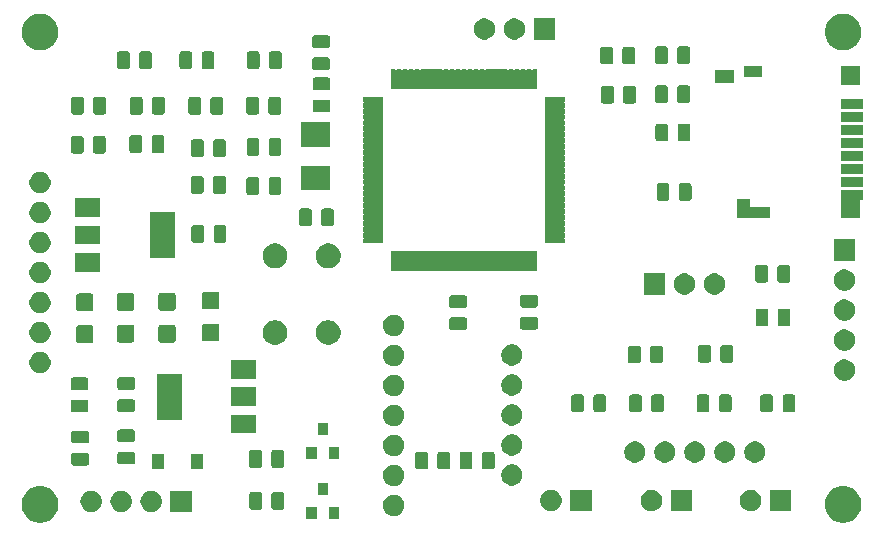
<source format=gbr>
G04 #@! TF.GenerationSoftware,KiCad,Pcbnew,(5.1.5)-3*
G04 #@! TF.CreationDate,2020-08-27T07:53:39+02:00*
G04 #@! TF.ProjectId,licznik,6c69637a-6e69-46b2-9e6b-696361645f70,rev?*
G04 #@! TF.SameCoordinates,Original*
G04 #@! TF.FileFunction,Soldermask,Top*
G04 #@! TF.FilePolarity,Negative*
%FSLAX46Y46*%
G04 Gerber Fmt 4.6, Leading zero omitted, Abs format (unit mm)*
G04 Created by KiCad (PCBNEW (5.1.5)-3) date 2020-08-27 07:53:39*
%MOMM*%
%LPD*%
G04 APERTURE LIST*
%ADD10C,0.100000*%
G04 APERTURE END LIST*
D10*
G36*
X159952585Y-103128802D02*
G01*
X160102410Y-103158604D01*
X160384674Y-103275521D01*
X160638705Y-103445259D01*
X160854741Y-103661295D01*
X161024479Y-103915326D01*
X161141396Y-104197590D01*
X161149088Y-104236259D01*
X161201000Y-104497239D01*
X161201000Y-104802761D01*
X161181786Y-104899354D01*
X161141396Y-105102410D01*
X161024479Y-105384674D01*
X160854741Y-105638705D01*
X160638705Y-105854741D01*
X160384674Y-106024479D01*
X160102410Y-106141396D01*
X159952585Y-106171198D01*
X159802761Y-106201000D01*
X159497239Y-106201000D01*
X159347415Y-106171198D01*
X159197590Y-106141396D01*
X158915326Y-106024479D01*
X158661295Y-105854741D01*
X158445259Y-105638705D01*
X158275521Y-105384674D01*
X158158604Y-105102410D01*
X158118214Y-104899354D01*
X158099000Y-104802761D01*
X158099000Y-104497239D01*
X158150912Y-104236259D01*
X158158604Y-104197590D01*
X158275521Y-103915326D01*
X158445259Y-103661295D01*
X158661295Y-103445259D01*
X158915326Y-103275521D01*
X159197590Y-103158604D01*
X159347415Y-103128802D01*
X159497239Y-103099000D01*
X159802761Y-103099000D01*
X159952585Y-103128802D01*
G37*
G36*
X91952585Y-103128802D02*
G01*
X92102410Y-103158604D01*
X92384674Y-103275521D01*
X92638705Y-103445259D01*
X92854741Y-103661295D01*
X93024479Y-103915326D01*
X93141396Y-104197590D01*
X93149088Y-104236259D01*
X93201000Y-104497239D01*
X93201000Y-104802761D01*
X93181786Y-104899354D01*
X93141396Y-105102410D01*
X93024479Y-105384674D01*
X92854741Y-105638705D01*
X92638705Y-105854741D01*
X92384674Y-106024479D01*
X92102410Y-106141396D01*
X91952585Y-106171198D01*
X91802761Y-106201000D01*
X91497239Y-106201000D01*
X91347415Y-106171198D01*
X91197590Y-106141396D01*
X90915326Y-106024479D01*
X90661295Y-105854741D01*
X90445259Y-105638705D01*
X90275521Y-105384674D01*
X90158604Y-105102410D01*
X90118214Y-104899354D01*
X90099000Y-104802761D01*
X90099000Y-104497239D01*
X90150912Y-104236259D01*
X90158604Y-104197590D01*
X90275521Y-103915326D01*
X90445259Y-103661295D01*
X90661295Y-103445259D01*
X90915326Y-103275521D01*
X91197590Y-103158604D01*
X91347415Y-103128802D01*
X91497239Y-103099000D01*
X91802761Y-103099000D01*
X91952585Y-103128802D01*
G37*
G36*
X117001000Y-105851000D02*
G01*
X116099000Y-105851000D01*
X116099000Y-104849000D01*
X117001000Y-104849000D01*
X117001000Y-105851000D01*
G37*
G36*
X115101000Y-105851000D02*
G01*
X114199000Y-105851000D01*
X114199000Y-104849000D01*
X115101000Y-104849000D01*
X115101000Y-105851000D01*
G37*
G36*
X121713512Y-103843927D02*
G01*
X121862812Y-103873624D01*
X122026784Y-103941544D01*
X122174354Y-104040147D01*
X122299853Y-104165646D01*
X122398456Y-104313216D01*
X122466376Y-104477188D01*
X122488380Y-104587812D01*
X122501000Y-104651258D01*
X122501000Y-104828742D01*
X122496970Y-104849000D01*
X122466376Y-105002812D01*
X122398456Y-105166784D01*
X122299853Y-105314354D01*
X122174354Y-105439853D01*
X122026784Y-105538456D01*
X121862812Y-105606376D01*
X121713512Y-105636073D01*
X121688742Y-105641000D01*
X121511258Y-105641000D01*
X121486488Y-105636073D01*
X121337188Y-105606376D01*
X121173216Y-105538456D01*
X121025646Y-105439853D01*
X120900147Y-105314354D01*
X120801544Y-105166784D01*
X120733624Y-105002812D01*
X120703030Y-104849000D01*
X120699000Y-104828742D01*
X120699000Y-104651258D01*
X120711620Y-104587812D01*
X120733624Y-104477188D01*
X120801544Y-104313216D01*
X120900147Y-104165646D01*
X121025646Y-104040147D01*
X121173216Y-103941544D01*
X121337188Y-103873624D01*
X121486488Y-103843927D01*
X121511258Y-103839000D01*
X121688742Y-103839000D01*
X121713512Y-103843927D01*
G37*
G36*
X96093512Y-103503927D02*
G01*
X96242812Y-103533624D01*
X96406784Y-103601544D01*
X96554354Y-103700147D01*
X96679853Y-103825646D01*
X96778456Y-103973216D01*
X96846376Y-104137188D01*
X96866082Y-104236259D01*
X96881000Y-104311258D01*
X96881000Y-104488742D01*
X96876073Y-104513512D01*
X96846376Y-104662812D01*
X96778456Y-104826784D01*
X96679853Y-104974354D01*
X96554354Y-105099853D01*
X96406784Y-105198456D01*
X96242812Y-105266376D01*
X96093512Y-105296073D01*
X96068742Y-105301000D01*
X95891258Y-105301000D01*
X95866488Y-105296073D01*
X95717188Y-105266376D01*
X95553216Y-105198456D01*
X95405646Y-105099853D01*
X95280147Y-104974354D01*
X95181544Y-104826784D01*
X95113624Y-104662812D01*
X95083927Y-104513512D01*
X95079000Y-104488742D01*
X95079000Y-104311258D01*
X95093918Y-104236259D01*
X95113624Y-104137188D01*
X95181544Y-103973216D01*
X95280147Y-103825646D01*
X95405646Y-103700147D01*
X95553216Y-103601544D01*
X95717188Y-103533624D01*
X95866488Y-103503927D01*
X95891258Y-103499000D01*
X96068742Y-103499000D01*
X96093512Y-103503927D01*
G37*
G36*
X98633512Y-103503927D02*
G01*
X98782812Y-103533624D01*
X98946784Y-103601544D01*
X99094354Y-103700147D01*
X99219853Y-103825646D01*
X99318456Y-103973216D01*
X99386376Y-104137188D01*
X99406082Y-104236259D01*
X99421000Y-104311258D01*
X99421000Y-104488742D01*
X99416073Y-104513512D01*
X99386376Y-104662812D01*
X99318456Y-104826784D01*
X99219853Y-104974354D01*
X99094354Y-105099853D01*
X98946784Y-105198456D01*
X98782812Y-105266376D01*
X98633512Y-105296073D01*
X98608742Y-105301000D01*
X98431258Y-105301000D01*
X98406488Y-105296073D01*
X98257188Y-105266376D01*
X98093216Y-105198456D01*
X97945646Y-105099853D01*
X97820147Y-104974354D01*
X97721544Y-104826784D01*
X97653624Y-104662812D01*
X97623927Y-104513512D01*
X97619000Y-104488742D01*
X97619000Y-104311258D01*
X97633918Y-104236259D01*
X97653624Y-104137188D01*
X97721544Y-103973216D01*
X97820147Y-103825646D01*
X97945646Y-103700147D01*
X98093216Y-103601544D01*
X98257188Y-103533624D01*
X98406488Y-103503927D01*
X98431258Y-103499000D01*
X98608742Y-103499000D01*
X98633512Y-103503927D01*
G37*
G36*
X101173512Y-103503927D02*
G01*
X101322812Y-103533624D01*
X101486784Y-103601544D01*
X101634354Y-103700147D01*
X101759853Y-103825646D01*
X101858456Y-103973216D01*
X101926376Y-104137188D01*
X101946082Y-104236259D01*
X101961000Y-104311258D01*
X101961000Y-104488742D01*
X101956073Y-104513512D01*
X101926376Y-104662812D01*
X101858456Y-104826784D01*
X101759853Y-104974354D01*
X101634354Y-105099853D01*
X101486784Y-105198456D01*
X101322812Y-105266376D01*
X101173512Y-105296073D01*
X101148742Y-105301000D01*
X100971258Y-105301000D01*
X100946488Y-105296073D01*
X100797188Y-105266376D01*
X100633216Y-105198456D01*
X100485646Y-105099853D01*
X100360147Y-104974354D01*
X100261544Y-104826784D01*
X100193624Y-104662812D01*
X100163927Y-104513512D01*
X100159000Y-104488742D01*
X100159000Y-104311258D01*
X100173918Y-104236259D01*
X100193624Y-104137188D01*
X100261544Y-103973216D01*
X100360147Y-103825646D01*
X100485646Y-103700147D01*
X100633216Y-103601544D01*
X100797188Y-103533624D01*
X100946488Y-103503927D01*
X100971258Y-103499000D01*
X101148742Y-103499000D01*
X101173512Y-103503927D01*
G37*
G36*
X104501000Y-105301000D02*
G01*
X102699000Y-105301000D01*
X102699000Y-103499000D01*
X104501000Y-103499000D01*
X104501000Y-105301000D01*
G37*
G36*
X138351000Y-105226000D02*
G01*
X136549000Y-105226000D01*
X136549000Y-103424000D01*
X138351000Y-103424000D01*
X138351000Y-105226000D01*
G37*
G36*
X135023512Y-103428927D02*
G01*
X135172812Y-103458624D01*
X135336784Y-103526544D01*
X135484354Y-103625147D01*
X135609853Y-103750646D01*
X135708456Y-103898216D01*
X135776376Y-104062188D01*
X135811000Y-104236259D01*
X135811000Y-104413741D01*
X135776376Y-104587812D01*
X135708456Y-104751784D01*
X135609853Y-104899354D01*
X135484354Y-105024853D01*
X135336784Y-105123456D01*
X135172812Y-105191376D01*
X135023512Y-105221073D01*
X134998742Y-105226000D01*
X134821258Y-105226000D01*
X134796488Y-105221073D01*
X134647188Y-105191376D01*
X134483216Y-105123456D01*
X134335646Y-105024853D01*
X134210147Y-104899354D01*
X134111544Y-104751784D01*
X134043624Y-104587812D01*
X134009000Y-104413741D01*
X134009000Y-104236259D01*
X134043624Y-104062188D01*
X134111544Y-103898216D01*
X134210147Y-103750646D01*
X134335646Y-103625147D01*
X134483216Y-103526544D01*
X134647188Y-103458624D01*
X134796488Y-103428927D01*
X134821258Y-103424000D01*
X134998742Y-103424000D01*
X135023512Y-103428927D01*
G37*
G36*
X151938512Y-103428927D02*
G01*
X152087812Y-103458624D01*
X152251784Y-103526544D01*
X152399354Y-103625147D01*
X152524853Y-103750646D01*
X152623456Y-103898216D01*
X152691376Y-104062188D01*
X152726000Y-104236259D01*
X152726000Y-104413741D01*
X152691376Y-104587812D01*
X152623456Y-104751784D01*
X152524853Y-104899354D01*
X152399354Y-105024853D01*
X152251784Y-105123456D01*
X152087812Y-105191376D01*
X151938512Y-105221073D01*
X151913742Y-105226000D01*
X151736258Y-105226000D01*
X151711488Y-105221073D01*
X151562188Y-105191376D01*
X151398216Y-105123456D01*
X151250646Y-105024853D01*
X151125147Y-104899354D01*
X151026544Y-104751784D01*
X150958624Y-104587812D01*
X150924000Y-104413741D01*
X150924000Y-104236259D01*
X150958624Y-104062188D01*
X151026544Y-103898216D01*
X151125147Y-103750646D01*
X151250646Y-103625147D01*
X151398216Y-103526544D01*
X151562188Y-103458624D01*
X151711488Y-103428927D01*
X151736258Y-103424000D01*
X151913742Y-103424000D01*
X151938512Y-103428927D01*
G37*
G36*
X155266000Y-105226000D02*
G01*
X153464000Y-105226000D01*
X153464000Y-103424000D01*
X155266000Y-103424000D01*
X155266000Y-105226000D01*
G37*
G36*
X143523512Y-103428927D02*
G01*
X143672812Y-103458624D01*
X143836784Y-103526544D01*
X143984354Y-103625147D01*
X144109853Y-103750646D01*
X144208456Y-103898216D01*
X144276376Y-104062188D01*
X144311000Y-104236259D01*
X144311000Y-104413741D01*
X144276376Y-104587812D01*
X144208456Y-104751784D01*
X144109853Y-104899354D01*
X143984354Y-105024853D01*
X143836784Y-105123456D01*
X143672812Y-105191376D01*
X143523512Y-105221073D01*
X143498742Y-105226000D01*
X143321258Y-105226000D01*
X143296488Y-105221073D01*
X143147188Y-105191376D01*
X142983216Y-105123456D01*
X142835646Y-105024853D01*
X142710147Y-104899354D01*
X142611544Y-104751784D01*
X142543624Y-104587812D01*
X142509000Y-104413741D01*
X142509000Y-104236259D01*
X142543624Y-104062188D01*
X142611544Y-103898216D01*
X142710147Y-103750646D01*
X142835646Y-103625147D01*
X142983216Y-103526544D01*
X143147188Y-103458624D01*
X143296488Y-103428927D01*
X143321258Y-103424000D01*
X143498742Y-103424000D01*
X143523512Y-103428927D01*
G37*
G36*
X146851000Y-105226000D02*
G01*
X145049000Y-105226000D01*
X145049000Y-103424000D01*
X146851000Y-103424000D01*
X146851000Y-105226000D01*
G37*
G36*
X110284468Y-103603565D02*
G01*
X110323138Y-103615296D01*
X110358777Y-103634346D01*
X110390017Y-103659983D01*
X110415654Y-103691223D01*
X110434704Y-103726862D01*
X110446435Y-103765532D01*
X110451000Y-103811888D01*
X110451000Y-104888112D01*
X110446435Y-104934468D01*
X110434704Y-104973138D01*
X110415654Y-105008777D01*
X110390017Y-105040017D01*
X110358777Y-105065654D01*
X110323138Y-105084704D01*
X110284468Y-105096435D01*
X110238112Y-105101000D01*
X109586888Y-105101000D01*
X109540532Y-105096435D01*
X109501862Y-105084704D01*
X109466223Y-105065654D01*
X109434983Y-105040017D01*
X109409346Y-105008777D01*
X109390296Y-104973138D01*
X109378565Y-104934468D01*
X109374000Y-104888112D01*
X109374000Y-103811888D01*
X109378565Y-103765532D01*
X109390296Y-103726862D01*
X109409346Y-103691223D01*
X109434983Y-103659983D01*
X109466223Y-103634346D01*
X109501862Y-103615296D01*
X109540532Y-103603565D01*
X109586888Y-103599000D01*
X110238112Y-103599000D01*
X110284468Y-103603565D01*
G37*
G36*
X112159468Y-103603565D02*
G01*
X112198138Y-103615296D01*
X112233777Y-103634346D01*
X112265017Y-103659983D01*
X112290654Y-103691223D01*
X112309704Y-103726862D01*
X112321435Y-103765532D01*
X112326000Y-103811888D01*
X112326000Y-104888112D01*
X112321435Y-104934468D01*
X112309704Y-104973138D01*
X112290654Y-105008777D01*
X112265017Y-105040017D01*
X112233777Y-105065654D01*
X112198138Y-105084704D01*
X112159468Y-105096435D01*
X112113112Y-105101000D01*
X111461888Y-105101000D01*
X111415532Y-105096435D01*
X111376862Y-105084704D01*
X111341223Y-105065654D01*
X111309983Y-105040017D01*
X111284346Y-105008777D01*
X111265296Y-104973138D01*
X111253565Y-104934468D01*
X111249000Y-104888112D01*
X111249000Y-103811888D01*
X111253565Y-103765532D01*
X111265296Y-103726862D01*
X111284346Y-103691223D01*
X111309983Y-103659983D01*
X111341223Y-103634346D01*
X111376862Y-103615296D01*
X111415532Y-103603565D01*
X111461888Y-103599000D01*
X112113112Y-103599000D01*
X112159468Y-103603565D01*
G37*
G36*
X116051000Y-103851000D02*
G01*
X115149000Y-103851000D01*
X115149000Y-102849000D01*
X116051000Y-102849000D01*
X116051000Y-103851000D01*
G37*
G36*
X121706423Y-101302517D02*
G01*
X121862812Y-101333624D01*
X122026784Y-101401544D01*
X122174354Y-101500147D01*
X122299853Y-101625646D01*
X122398456Y-101773216D01*
X122466376Y-101937188D01*
X122501000Y-102111259D01*
X122501000Y-102288741D01*
X122466376Y-102462812D01*
X122398456Y-102626784D01*
X122299853Y-102774354D01*
X122174354Y-102899853D01*
X122026784Y-102998456D01*
X121862812Y-103066376D01*
X121713512Y-103096073D01*
X121688742Y-103101000D01*
X121511258Y-103101000D01*
X121486488Y-103096073D01*
X121337188Y-103066376D01*
X121173216Y-102998456D01*
X121025646Y-102899853D01*
X120900147Y-102774354D01*
X120801544Y-102626784D01*
X120733624Y-102462812D01*
X120699000Y-102288741D01*
X120699000Y-102111259D01*
X120733624Y-101937188D01*
X120801544Y-101773216D01*
X120900147Y-101625646D01*
X121025646Y-101500147D01*
X121173216Y-101401544D01*
X121337188Y-101333624D01*
X121493577Y-101302517D01*
X121511258Y-101299000D01*
X121688742Y-101299000D01*
X121706423Y-101302517D01*
G37*
G36*
X131711365Y-101263500D02*
G01*
X131862812Y-101293624D01*
X132026784Y-101361544D01*
X132174354Y-101460147D01*
X132299853Y-101585646D01*
X132398456Y-101733216D01*
X132466376Y-101897188D01*
X132501000Y-102071259D01*
X132501000Y-102248741D01*
X132466376Y-102422812D01*
X132398456Y-102586784D01*
X132299853Y-102734354D01*
X132174354Y-102859853D01*
X132026784Y-102958456D01*
X131862812Y-103026376D01*
X131713512Y-103056073D01*
X131688742Y-103061000D01*
X131511258Y-103061000D01*
X131486488Y-103056073D01*
X131337188Y-103026376D01*
X131173216Y-102958456D01*
X131025646Y-102859853D01*
X130900147Y-102734354D01*
X130801544Y-102586784D01*
X130733624Y-102422812D01*
X130699000Y-102248741D01*
X130699000Y-102071259D01*
X130733624Y-101897188D01*
X130801544Y-101733216D01*
X130900147Y-101585646D01*
X131025646Y-101460147D01*
X131173216Y-101361544D01*
X131337188Y-101293624D01*
X131488635Y-101263500D01*
X131511258Y-101259000D01*
X131688742Y-101259000D01*
X131711365Y-101263500D01*
G37*
G36*
X126209468Y-100203565D02*
G01*
X126248138Y-100215296D01*
X126283777Y-100234346D01*
X126315017Y-100259983D01*
X126340654Y-100291223D01*
X126359704Y-100326862D01*
X126371435Y-100365532D01*
X126376000Y-100411888D01*
X126376000Y-101488112D01*
X126371435Y-101534468D01*
X126359704Y-101573138D01*
X126340654Y-101608777D01*
X126315017Y-101640017D01*
X126283777Y-101665654D01*
X126248138Y-101684704D01*
X126209468Y-101696435D01*
X126163112Y-101701000D01*
X125511888Y-101701000D01*
X125465532Y-101696435D01*
X125426862Y-101684704D01*
X125391223Y-101665654D01*
X125359983Y-101640017D01*
X125334346Y-101608777D01*
X125315296Y-101573138D01*
X125303565Y-101534468D01*
X125299000Y-101488112D01*
X125299000Y-100411888D01*
X125303565Y-100365532D01*
X125315296Y-100326862D01*
X125334346Y-100291223D01*
X125359983Y-100259983D01*
X125391223Y-100234346D01*
X125426862Y-100215296D01*
X125465532Y-100203565D01*
X125511888Y-100199000D01*
X126163112Y-100199000D01*
X126209468Y-100203565D01*
G37*
G36*
X129971968Y-100203565D02*
G01*
X130010638Y-100215296D01*
X130046277Y-100234346D01*
X130077517Y-100259983D01*
X130103154Y-100291223D01*
X130122204Y-100326862D01*
X130133935Y-100365532D01*
X130138500Y-100411888D01*
X130138500Y-101488112D01*
X130133935Y-101534468D01*
X130122204Y-101573138D01*
X130103154Y-101608777D01*
X130077517Y-101640017D01*
X130046277Y-101665654D01*
X130010638Y-101684704D01*
X129971968Y-101696435D01*
X129925612Y-101701000D01*
X129274388Y-101701000D01*
X129228032Y-101696435D01*
X129189362Y-101684704D01*
X129153723Y-101665654D01*
X129122483Y-101640017D01*
X129096846Y-101608777D01*
X129077796Y-101573138D01*
X129066065Y-101534468D01*
X129061500Y-101488112D01*
X129061500Y-100411888D01*
X129066065Y-100365532D01*
X129077796Y-100326862D01*
X129096846Y-100291223D01*
X129122483Y-100259983D01*
X129153723Y-100234346D01*
X129189362Y-100215296D01*
X129228032Y-100203565D01*
X129274388Y-100199000D01*
X129925612Y-100199000D01*
X129971968Y-100203565D01*
G37*
G36*
X128096968Y-100203565D02*
G01*
X128135638Y-100215296D01*
X128171277Y-100234346D01*
X128202517Y-100259983D01*
X128228154Y-100291223D01*
X128247204Y-100326862D01*
X128258935Y-100365532D01*
X128263500Y-100411888D01*
X128263500Y-101488112D01*
X128258935Y-101534468D01*
X128247204Y-101573138D01*
X128228154Y-101608777D01*
X128202517Y-101640017D01*
X128171277Y-101665654D01*
X128135638Y-101684704D01*
X128096968Y-101696435D01*
X128050612Y-101701000D01*
X127399388Y-101701000D01*
X127353032Y-101696435D01*
X127314362Y-101684704D01*
X127278723Y-101665654D01*
X127247483Y-101640017D01*
X127221846Y-101608777D01*
X127202796Y-101573138D01*
X127191065Y-101534468D01*
X127186500Y-101488112D01*
X127186500Y-100411888D01*
X127191065Y-100365532D01*
X127202796Y-100326862D01*
X127221846Y-100291223D01*
X127247483Y-100259983D01*
X127278723Y-100234346D01*
X127314362Y-100215296D01*
X127353032Y-100203565D01*
X127399388Y-100199000D01*
X128050612Y-100199000D01*
X128096968Y-100203565D01*
G37*
G36*
X124334468Y-100203565D02*
G01*
X124373138Y-100215296D01*
X124408777Y-100234346D01*
X124440017Y-100259983D01*
X124465654Y-100291223D01*
X124484704Y-100326862D01*
X124496435Y-100365532D01*
X124501000Y-100411888D01*
X124501000Y-101488112D01*
X124496435Y-101534468D01*
X124484704Y-101573138D01*
X124465654Y-101608777D01*
X124440017Y-101640017D01*
X124408777Y-101665654D01*
X124373138Y-101684704D01*
X124334468Y-101696435D01*
X124288112Y-101701000D01*
X123636888Y-101701000D01*
X123590532Y-101696435D01*
X123551862Y-101684704D01*
X123516223Y-101665654D01*
X123484983Y-101640017D01*
X123459346Y-101608777D01*
X123440296Y-101573138D01*
X123428565Y-101534468D01*
X123424000Y-101488112D01*
X123424000Y-100411888D01*
X123428565Y-100365532D01*
X123440296Y-100326862D01*
X123459346Y-100291223D01*
X123484983Y-100259983D01*
X123516223Y-100234346D01*
X123551862Y-100215296D01*
X123590532Y-100203565D01*
X123636888Y-100199000D01*
X124288112Y-100199000D01*
X124334468Y-100203565D01*
G37*
G36*
X105451000Y-101651000D02*
G01*
X104449000Y-101651000D01*
X104449000Y-100349000D01*
X105451000Y-100349000D01*
X105451000Y-101651000D01*
G37*
G36*
X102151000Y-101651000D02*
G01*
X101149000Y-101651000D01*
X101149000Y-100349000D01*
X102151000Y-100349000D01*
X102151000Y-101651000D01*
G37*
G36*
X110271968Y-100053565D02*
G01*
X110310638Y-100065296D01*
X110346277Y-100084346D01*
X110377517Y-100109983D01*
X110403154Y-100141223D01*
X110422204Y-100176862D01*
X110433935Y-100215532D01*
X110438500Y-100261888D01*
X110438500Y-101338112D01*
X110433935Y-101384468D01*
X110422204Y-101423138D01*
X110403154Y-101458777D01*
X110377517Y-101490017D01*
X110346277Y-101515654D01*
X110310638Y-101534704D01*
X110271968Y-101546435D01*
X110225612Y-101551000D01*
X109574388Y-101551000D01*
X109528032Y-101546435D01*
X109489362Y-101534704D01*
X109453723Y-101515654D01*
X109422483Y-101490017D01*
X109396846Y-101458777D01*
X109377796Y-101423138D01*
X109366065Y-101384468D01*
X109361500Y-101338112D01*
X109361500Y-100261888D01*
X109366065Y-100215532D01*
X109377796Y-100176862D01*
X109396846Y-100141223D01*
X109422483Y-100109983D01*
X109453723Y-100084346D01*
X109489362Y-100065296D01*
X109528032Y-100053565D01*
X109574388Y-100049000D01*
X110225612Y-100049000D01*
X110271968Y-100053565D01*
G37*
G36*
X112146968Y-100053565D02*
G01*
X112185638Y-100065296D01*
X112221277Y-100084346D01*
X112252517Y-100109983D01*
X112278154Y-100141223D01*
X112297204Y-100176862D01*
X112308935Y-100215532D01*
X112313500Y-100261888D01*
X112313500Y-101338112D01*
X112308935Y-101384468D01*
X112297204Y-101423138D01*
X112278154Y-101458777D01*
X112252517Y-101490017D01*
X112221277Y-101515654D01*
X112185638Y-101534704D01*
X112146968Y-101546435D01*
X112100612Y-101551000D01*
X111449388Y-101551000D01*
X111403032Y-101546435D01*
X111364362Y-101534704D01*
X111328723Y-101515654D01*
X111297483Y-101490017D01*
X111271846Y-101458777D01*
X111252796Y-101423138D01*
X111241065Y-101384468D01*
X111236500Y-101338112D01*
X111236500Y-100261888D01*
X111241065Y-100215532D01*
X111252796Y-100176862D01*
X111271846Y-100141223D01*
X111297483Y-100109983D01*
X111328723Y-100084346D01*
X111364362Y-100065296D01*
X111403032Y-100053565D01*
X111449388Y-100049000D01*
X112100612Y-100049000D01*
X112146968Y-100053565D01*
G37*
G36*
X95634468Y-100291065D02*
G01*
X95673138Y-100302796D01*
X95708777Y-100321846D01*
X95740017Y-100347483D01*
X95765654Y-100378723D01*
X95784704Y-100414362D01*
X95796435Y-100453032D01*
X95801000Y-100499388D01*
X95801000Y-101150612D01*
X95796435Y-101196968D01*
X95784704Y-101235638D01*
X95765654Y-101271277D01*
X95740017Y-101302517D01*
X95708777Y-101328154D01*
X95673138Y-101347204D01*
X95634468Y-101358935D01*
X95588112Y-101363500D01*
X94511888Y-101363500D01*
X94465532Y-101358935D01*
X94426862Y-101347204D01*
X94391223Y-101328154D01*
X94359983Y-101302517D01*
X94334346Y-101271277D01*
X94315296Y-101235638D01*
X94303565Y-101196968D01*
X94299000Y-101150612D01*
X94299000Y-100499388D01*
X94303565Y-100453032D01*
X94315296Y-100414362D01*
X94334346Y-100378723D01*
X94359983Y-100347483D01*
X94391223Y-100321846D01*
X94426862Y-100302796D01*
X94465532Y-100291065D01*
X94511888Y-100286500D01*
X95588112Y-100286500D01*
X95634468Y-100291065D01*
G37*
G36*
X99534468Y-100191065D02*
G01*
X99573138Y-100202796D01*
X99608777Y-100221846D01*
X99640017Y-100247483D01*
X99665654Y-100278723D01*
X99684704Y-100314362D01*
X99696435Y-100353032D01*
X99701000Y-100399388D01*
X99701000Y-101050612D01*
X99696435Y-101096968D01*
X99684704Y-101135638D01*
X99665654Y-101171277D01*
X99640017Y-101202517D01*
X99608777Y-101228154D01*
X99573138Y-101247204D01*
X99534468Y-101258935D01*
X99488112Y-101263500D01*
X98411888Y-101263500D01*
X98365532Y-101258935D01*
X98326862Y-101247204D01*
X98291223Y-101228154D01*
X98259983Y-101202517D01*
X98234346Y-101171277D01*
X98215296Y-101135638D01*
X98203565Y-101096968D01*
X98199000Y-101050612D01*
X98199000Y-100399388D01*
X98203565Y-100353032D01*
X98215296Y-100314362D01*
X98234346Y-100278723D01*
X98259983Y-100247483D01*
X98291223Y-100221846D01*
X98326862Y-100202796D01*
X98365532Y-100191065D01*
X98411888Y-100186500D01*
X99488112Y-100186500D01*
X99534468Y-100191065D01*
G37*
G36*
X147201423Y-99327517D02*
G01*
X147357812Y-99358624D01*
X147521784Y-99426544D01*
X147669354Y-99525147D01*
X147794853Y-99650646D01*
X147893456Y-99798216D01*
X147961376Y-99962188D01*
X147991073Y-100111488D01*
X147996000Y-100136258D01*
X147996000Y-100313742D01*
X147994784Y-100319853D01*
X147961376Y-100487812D01*
X147893456Y-100651784D01*
X147794853Y-100799354D01*
X147669354Y-100924853D01*
X147521784Y-101023456D01*
X147357812Y-101091376D01*
X147208512Y-101121073D01*
X147183742Y-101126000D01*
X147006258Y-101126000D01*
X146981488Y-101121073D01*
X146832188Y-101091376D01*
X146668216Y-101023456D01*
X146520646Y-100924853D01*
X146395147Y-100799354D01*
X146296544Y-100651784D01*
X146228624Y-100487812D01*
X146195216Y-100319853D01*
X146194000Y-100313742D01*
X146194000Y-100136258D01*
X146198927Y-100111488D01*
X146228624Y-99962188D01*
X146296544Y-99798216D01*
X146395147Y-99650646D01*
X146520646Y-99525147D01*
X146668216Y-99426544D01*
X146832188Y-99358624D01*
X146988577Y-99327517D01*
X147006258Y-99324000D01*
X147183742Y-99324000D01*
X147201423Y-99327517D01*
G37*
G36*
X152281423Y-99327517D02*
G01*
X152437812Y-99358624D01*
X152601784Y-99426544D01*
X152749354Y-99525147D01*
X152874853Y-99650646D01*
X152973456Y-99798216D01*
X153041376Y-99962188D01*
X153071073Y-100111488D01*
X153076000Y-100136258D01*
X153076000Y-100313742D01*
X153074784Y-100319853D01*
X153041376Y-100487812D01*
X152973456Y-100651784D01*
X152874853Y-100799354D01*
X152749354Y-100924853D01*
X152601784Y-101023456D01*
X152437812Y-101091376D01*
X152288512Y-101121073D01*
X152263742Y-101126000D01*
X152086258Y-101126000D01*
X152061488Y-101121073D01*
X151912188Y-101091376D01*
X151748216Y-101023456D01*
X151600646Y-100924853D01*
X151475147Y-100799354D01*
X151376544Y-100651784D01*
X151308624Y-100487812D01*
X151275216Y-100319853D01*
X151274000Y-100313742D01*
X151274000Y-100136258D01*
X151278927Y-100111488D01*
X151308624Y-99962188D01*
X151376544Y-99798216D01*
X151475147Y-99650646D01*
X151600646Y-99525147D01*
X151748216Y-99426544D01*
X151912188Y-99358624D01*
X152068577Y-99327517D01*
X152086258Y-99324000D01*
X152263742Y-99324000D01*
X152281423Y-99327517D01*
G37*
G36*
X149741423Y-99327517D02*
G01*
X149897812Y-99358624D01*
X150061784Y-99426544D01*
X150209354Y-99525147D01*
X150334853Y-99650646D01*
X150433456Y-99798216D01*
X150501376Y-99962188D01*
X150531073Y-100111488D01*
X150536000Y-100136258D01*
X150536000Y-100313742D01*
X150534784Y-100319853D01*
X150501376Y-100487812D01*
X150433456Y-100651784D01*
X150334853Y-100799354D01*
X150209354Y-100924853D01*
X150061784Y-101023456D01*
X149897812Y-101091376D01*
X149748512Y-101121073D01*
X149723742Y-101126000D01*
X149546258Y-101126000D01*
X149521488Y-101121073D01*
X149372188Y-101091376D01*
X149208216Y-101023456D01*
X149060646Y-100924853D01*
X148935147Y-100799354D01*
X148836544Y-100651784D01*
X148768624Y-100487812D01*
X148735216Y-100319853D01*
X148734000Y-100313742D01*
X148734000Y-100136258D01*
X148738927Y-100111488D01*
X148768624Y-99962188D01*
X148836544Y-99798216D01*
X148935147Y-99650646D01*
X149060646Y-99525147D01*
X149208216Y-99426544D01*
X149372188Y-99358624D01*
X149528577Y-99327517D01*
X149546258Y-99324000D01*
X149723742Y-99324000D01*
X149741423Y-99327517D01*
G37*
G36*
X144661423Y-99327517D02*
G01*
X144817812Y-99358624D01*
X144981784Y-99426544D01*
X145129354Y-99525147D01*
X145254853Y-99650646D01*
X145353456Y-99798216D01*
X145421376Y-99962188D01*
X145451073Y-100111488D01*
X145456000Y-100136258D01*
X145456000Y-100313742D01*
X145454784Y-100319853D01*
X145421376Y-100487812D01*
X145353456Y-100651784D01*
X145254853Y-100799354D01*
X145129354Y-100924853D01*
X144981784Y-101023456D01*
X144817812Y-101091376D01*
X144668512Y-101121073D01*
X144643742Y-101126000D01*
X144466258Y-101126000D01*
X144441488Y-101121073D01*
X144292188Y-101091376D01*
X144128216Y-101023456D01*
X143980646Y-100924853D01*
X143855147Y-100799354D01*
X143756544Y-100651784D01*
X143688624Y-100487812D01*
X143655216Y-100319853D01*
X143654000Y-100313742D01*
X143654000Y-100136258D01*
X143658927Y-100111488D01*
X143688624Y-99962188D01*
X143756544Y-99798216D01*
X143855147Y-99650646D01*
X143980646Y-99525147D01*
X144128216Y-99426544D01*
X144292188Y-99358624D01*
X144448577Y-99327517D01*
X144466258Y-99324000D01*
X144643742Y-99324000D01*
X144661423Y-99327517D01*
G37*
G36*
X142121423Y-99327517D02*
G01*
X142277812Y-99358624D01*
X142441784Y-99426544D01*
X142589354Y-99525147D01*
X142714853Y-99650646D01*
X142813456Y-99798216D01*
X142881376Y-99962188D01*
X142911073Y-100111488D01*
X142916000Y-100136258D01*
X142916000Y-100313742D01*
X142914784Y-100319853D01*
X142881376Y-100487812D01*
X142813456Y-100651784D01*
X142714853Y-100799354D01*
X142589354Y-100924853D01*
X142441784Y-101023456D01*
X142277812Y-101091376D01*
X142128512Y-101121073D01*
X142103742Y-101126000D01*
X141926258Y-101126000D01*
X141901488Y-101121073D01*
X141752188Y-101091376D01*
X141588216Y-101023456D01*
X141440646Y-100924853D01*
X141315147Y-100799354D01*
X141216544Y-100651784D01*
X141148624Y-100487812D01*
X141115216Y-100319853D01*
X141114000Y-100313742D01*
X141114000Y-100136258D01*
X141118927Y-100111488D01*
X141148624Y-99962188D01*
X141216544Y-99798216D01*
X141315147Y-99650646D01*
X141440646Y-99525147D01*
X141588216Y-99426544D01*
X141752188Y-99358624D01*
X141908577Y-99327517D01*
X141926258Y-99324000D01*
X142103742Y-99324000D01*
X142121423Y-99327517D01*
G37*
G36*
X115101000Y-100776000D02*
G01*
X114199000Y-100776000D01*
X114199000Y-99774000D01*
X115101000Y-99774000D01*
X115101000Y-100776000D01*
G37*
G36*
X117001000Y-100776000D02*
G01*
X116099000Y-100776000D01*
X116099000Y-99774000D01*
X117001000Y-99774000D01*
X117001000Y-100776000D01*
G37*
G36*
X121713512Y-98763927D02*
G01*
X121862812Y-98793624D01*
X122026784Y-98861544D01*
X122174354Y-98960147D01*
X122299853Y-99085646D01*
X122398456Y-99233216D01*
X122466376Y-99397188D01*
X122501000Y-99571259D01*
X122501000Y-99748741D01*
X122466376Y-99922812D01*
X122398456Y-100086784D01*
X122299853Y-100234354D01*
X122174354Y-100359853D01*
X122026784Y-100458456D01*
X121862812Y-100526376D01*
X121715135Y-100555750D01*
X121688742Y-100561000D01*
X121511258Y-100561000D01*
X121484865Y-100555750D01*
X121337188Y-100526376D01*
X121173216Y-100458456D01*
X121025646Y-100359853D01*
X120900147Y-100234354D01*
X120801544Y-100086784D01*
X120733624Y-99922812D01*
X120699000Y-99748741D01*
X120699000Y-99571259D01*
X120733624Y-99397188D01*
X120801544Y-99233216D01*
X120900147Y-99085646D01*
X121025646Y-98960147D01*
X121173216Y-98861544D01*
X121337188Y-98793624D01*
X121486488Y-98763927D01*
X121511258Y-98759000D01*
X121688742Y-98759000D01*
X121713512Y-98763927D01*
G37*
G36*
X131713512Y-98723927D02*
G01*
X131862812Y-98753624D01*
X132026784Y-98821544D01*
X132174354Y-98920147D01*
X132299853Y-99045646D01*
X132398456Y-99193216D01*
X132466376Y-99357188D01*
X132491466Y-99483326D01*
X132499785Y-99525148D01*
X132501000Y-99531259D01*
X132501000Y-99708741D01*
X132466376Y-99882812D01*
X132398456Y-100046784D01*
X132299853Y-100194354D01*
X132174354Y-100319853D01*
X132026784Y-100418456D01*
X131862812Y-100486376D01*
X131713512Y-100516073D01*
X131688742Y-100521000D01*
X131511258Y-100521000D01*
X131486488Y-100516073D01*
X131337188Y-100486376D01*
X131173216Y-100418456D01*
X131025646Y-100319853D01*
X130900147Y-100194354D01*
X130801544Y-100046784D01*
X130733624Y-99882812D01*
X130699000Y-99708741D01*
X130699000Y-99531259D01*
X130700216Y-99525148D01*
X130708534Y-99483326D01*
X130733624Y-99357188D01*
X130801544Y-99193216D01*
X130900147Y-99045646D01*
X131025646Y-98920147D01*
X131173216Y-98821544D01*
X131337188Y-98753624D01*
X131486488Y-98723927D01*
X131511258Y-98719000D01*
X131688742Y-98719000D01*
X131713512Y-98723927D01*
G37*
G36*
X95634468Y-98416065D02*
G01*
X95673138Y-98427796D01*
X95708777Y-98446846D01*
X95740017Y-98472483D01*
X95765654Y-98503723D01*
X95784704Y-98539362D01*
X95796435Y-98578032D01*
X95801000Y-98624388D01*
X95801000Y-99275612D01*
X95796435Y-99321968D01*
X95784704Y-99360638D01*
X95765654Y-99396277D01*
X95740017Y-99427517D01*
X95708777Y-99453154D01*
X95673138Y-99472204D01*
X95634468Y-99483935D01*
X95588112Y-99488500D01*
X94511888Y-99488500D01*
X94465532Y-99483935D01*
X94426862Y-99472204D01*
X94391223Y-99453154D01*
X94359983Y-99427517D01*
X94334346Y-99396277D01*
X94315296Y-99360638D01*
X94303565Y-99321968D01*
X94299000Y-99275612D01*
X94299000Y-98624388D01*
X94303565Y-98578032D01*
X94315296Y-98539362D01*
X94334346Y-98503723D01*
X94359983Y-98472483D01*
X94391223Y-98446846D01*
X94426862Y-98427796D01*
X94465532Y-98416065D01*
X94511888Y-98411500D01*
X95588112Y-98411500D01*
X95634468Y-98416065D01*
G37*
G36*
X99534468Y-98316065D02*
G01*
X99573138Y-98327796D01*
X99608777Y-98346846D01*
X99640017Y-98372483D01*
X99665654Y-98403723D01*
X99684704Y-98439362D01*
X99696435Y-98478032D01*
X99701000Y-98524388D01*
X99701000Y-99175612D01*
X99696435Y-99221968D01*
X99684704Y-99260638D01*
X99665654Y-99296277D01*
X99640017Y-99327517D01*
X99608777Y-99353154D01*
X99573138Y-99372204D01*
X99534468Y-99383935D01*
X99488112Y-99388500D01*
X98411888Y-99388500D01*
X98365532Y-99383935D01*
X98326862Y-99372204D01*
X98291223Y-99353154D01*
X98259983Y-99327517D01*
X98234346Y-99296277D01*
X98215296Y-99260638D01*
X98203565Y-99221968D01*
X98199000Y-99175612D01*
X98199000Y-98524388D01*
X98203565Y-98478032D01*
X98215296Y-98439362D01*
X98234346Y-98403723D01*
X98259983Y-98372483D01*
X98291223Y-98346846D01*
X98326862Y-98327796D01*
X98365532Y-98316065D01*
X98411888Y-98311500D01*
X99488112Y-98311500D01*
X99534468Y-98316065D01*
G37*
G36*
X116051000Y-98776000D02*
G01*
X115149000Y-98776000D01*
X115149000Y-97774000D01*
X116051000Y-97774000D01*
X116051000Y-98776000D01*
G37*
G36*
X109951000Y-98651000D02*
G01*
X107849000Y-98651000D01*
X107849000Y-97049000D01*
X109951000Y-97049000D01*
X109951000Y-98651000D01*
G37*
G36*
X121713512Y-96223927D02*
G01*
X121862812Y-96253624D01*
X122026784Y-96321544D01*
X122174354Y-96420147D01*
X122299853Y-96545646D01*
X122398456Y-96693216D01*
X122466376Y-96857188D01*
X122501000Y-97031259D01*
X122501000Y-97208741D01*
X122466376Y-97382812D01*
X122398456Y-97546784D01*
X122299853Y-97694354D01*
X122174354Y-97819853D01*
X122026784Y-97918456D01*
X121862812Y-97986376D01*
X121713512Y-98016073D01*
X121688742Y-98021000D01*
X121511258Y-98021000D01*
X121486488Y-98016073D01*
X121337188Y-97986376D01*
X121173216Y-97918456D01*
X121025646Y-97819853D01*
X120900147Y-97694354D01*
X120801544Y-97546784D01*
X120733624Y-97382812D01*
X120699000Y-97208741D01*
X120699000Y-97031259D01*
X120733624Y-96857188D01*
X120801544Y-96693216D01*
X120900147Y-96545646D01*
X121025646Y-96420147D01*
X121173216Y-96321544D01*
X121337188Y-96253624D01*
X121486488Y-96223927D01*
X121511258Y-96219000D01*
X121688742Y-96219000D01*
X121713512Y-96223927D01*
G37*
G36*
X131713512Y-96183927D02*
G01*
X131862812Y-96213624D01*
X132026784Y-96281544D01*
X132174354Y-96380147D01*
X132299853Y-96505646D01*
X132398456Y-96653216D01*
X132466376Y-96817188D01*
X132501000Y-96991259D01*
X132501000Y-97168741D01*
X132466376Y-97342812D01*
X132398456Y-97506784D01*
X132299853Y-97654354D01*
X132174354Y-97779853D01*
X132026784Y-97878456D01*
X131862812Y-97946376D01*
X131713512Y-97976073D01*
X131688742Y-97981000D01*
X131511258Y-97981000D01*
X131486488Y-97976073D01*
X131337188Y-97946376D01*
X131173216Y-97878456D01*
X131025646Y-97779853D01*
X130900147Y-97654354D01*
X130801544Y-97506784D01*
X130733624Y-97342812D01*
X130699000Y-97168741D01*
X130699000Y-96991259D01*
X130733624Y-96817188D01*
X130801544Y-96653216D01*
X130900147Y-96505646D01*
X131025646Y-96380147D01*
X131173216Y-96281544D01*
X131337188Y-96213624D01*
X131486488Y-96183927D01*
X131511258Y-96179000D01*
X131688742Y-96179000D01*
X131713512Y-96183927D01*
G37*
G36*
X103651000Y-97501000D02*
G01*
X101549000Y-97501000D01*
X101549000Y-93599000D01*
X103651000Y-93599000D01*
X103651000Y-97501000D01*
G37*
G36*
X95584468Y-95791065D02*
G01*
X95623138Y-95802796D01*
X95658777Y-95821846D01*
X95690017Y-95847483D01*
X95715654Y-95878723D01*
X95734704Y-95914362D01*
X95746435Y-95953032D01*
X95751000Y-95999388D01*
X95751000Y-96650612D01*
X95746435Y-96696968D01*
X95734704Y-96735638D01*
X95715654Y-96771277D01*
X95690017Y-96802517D01*
X95658777Y-96828154D01*
X95623138Y-96847204D01*
X95584468Y-96858935D01*
X95538112Y-96863500D01*
X94461888Y-96863500D01*
X94415532Y-96858935D01*
X94376862Y-96847204D01*
X94341223Y-96828154D01*
X94309983Y-96802517D01*
X94284346Y-96771277D01*
X94265296Y-96735638D01*
X94253565Y-96696968D01*
X94249000Y-96650612D01*
X94249000Y-95999388D01*
X94253565Y-95953032D01*
X94265296Y-95914362D01*
X94284346Y-95878723D01*
X94309983Y-95847483D01*
X94341223Y-95821846D01*
X94376862Y-95802796D01*
X94415532Y-95791065D01*
X94461888Y-95786500D01*
X95538112Y-95786500D01*
X95584468Y-95791065D01*
G37*
G36*
X155434468Y-95353565D02*
G01*
X155473138Y-95365296D01*
X155508777Y-95384346D01*
X155540017Y-95409983D01*
X155565654Y-95441223D01*
X155584704Y-95476862D01*
X155596435Y-95515532D01*
X155601000Y-95561888D01*
X155601000Y-96638112D01*
X155596435Y-96684468D01*
X155584704Y-96723138D01*
X155565654Y-96758777D01*
X155540017Y-96790017D01*
X155508777Y-96815654D01*
X155473138Y-96834704D01*
X155434468Y-96846435D01*
X155388112Y-96851000D01*
X154736888Y-96851000D01*
X154690532Y-96846435D01*
X154651862Y-96834704D01*
X154616223Y-96815654D01*
X154584983Y-96790017D01*
X154559346Y-96758777D01*
X154540296Y-96723138D01*
X154528565Y-96684468D01*
X154524000Y-96638112D01*
X154524000Y-95561888D01*
X154528565Y-95515532D01*
X154540296Y-95476862D01*
X154559346Y-95441223D01*
X154584983Y-95409983D01*
X154616223Y-95384346D01*
X154651862Y-95365296D01*
X154690532Y-95353565D01*
X154736888Y-95349000D01*
X155388112Y-95349000D01*
X155434468Y-95353565D01*
G37*
G36*
X153559468Y-95353565D02*
G01*
X153598138Y-95365296D01*
X153633777Y-95384346D01*
X153665017Y-95409983D01*
X153690654Y-95441223D01*
X153709704Y-95476862D01*
X153721435Y-95515532D01*
X153726000Y-95561888D01*
X153726000Y-96638112D01*
X153721435Y-96684468D01*
X153709704Y-96723138D01*
X153690654Y-96758777D01*
X153665017Y-96790017D01*
X153633777Y-96815654D01*
X153598138Y-96834704D01*
X153559468Y-96846435D01*
X153513112Y-96851000D01*
X152861888Y-96851000D01*
X152815532Y-96846435D01*
X152776862Y-96834704D01*
X152741223Y-96815654D01*
X152709983Y-96790017D01*
X152684346Y-96758777D01*
X152665296Y-96723138D01*
X152653565Y-96684468D01*
X152649000Y-96638112D01*
X152649000Y-95561888D01*
X152653565Y-95515532D01*
X152665296Y-95476862D01*
X152684346Y-95441223D01*
X152709983Y-95409983D01*
X152741223Y-95384346D01*
X152776862Y-95365296D01*
X152815532Y-95353565D01*
X152861888Y-95349000D01*
X153513112Y-95349000D01*
X153559468Y-95353565D01*
G37*
G36*
X150034468Y-95353565D02*
G01*
X150073138Y-95365296D01*
X150108777Y-95384346D01*
X150140017Y-95409983D01*
X150165654Y-95441223D01*
X150184704Y-95476862D01*
X150196435Y-95515532D01*
X150201000Y-95561888D01*
X150201000Y-96638112D01*
X150196435Y-96684468D01*
X150184704Y-96723138D01*
X150165654Y-96758777D01*
X150140017Y-96790017D01*
X150108777Y-96815654D01*
X150073138Y-96834704D01*
X150034468Y-96846435D01*
X149988112Y-96851000D01*
X149336888Y-96851000D01*
X149290532Y-96846435D01*
X149251862Y-96834704D01*
X149216223Y-96815654D01*
X149184983Y-96790017D01*
X149159346Y-96758777D01*
X149140296Y-96723138D01*
X149128565Y-96684468D01*
X149124000Y-96638112D01*
X149124000Y-95561888D01*
X149128565Y-95515532D01*
X149140296Y-95476862D01*
X149159346Y-95441223D01*
X149184983Y-95409983D01*
X149216223Y-95384346D01*
X149251862Y-95365296D01*
X149290532Y-95353565D01*
X149336888Y-95349000D01*
X149988112Y-95349000D01*
X150034468Y-95353565D01*
G37*
G36*
X139421968Y-95353565D02*
G01*
X139460638Y-95365296D01*
X139496277Y-95384346D01*
X139527517Y-95409983D01*
X139553154Y-95441223D01*
X139572204Y-95476862D01*
X139583935Y-95515532D01*
X139588500Y-95561888D01*
X139588500Y-96638112D01*
X139583935Y-96684468D01*
X139572204Y-96723138D01*
X139553154Y-96758777D01*
X139527517Y-96790017D01*
X139496277Y-96815654D01*
X139460638Y-96834704D01*
X139421968Y-96846435D01*
X139375612Y-96851000D01*
X138724388Y-96851000D01*
X138678032Y-96846435D01*
X138639362Y-96834704D01*
X138603723Y-96815654D01*
X138572483Y-96790017D01*
X138546846Y-96758777D01*
X138527796Y-96723138D01*
X138516065Y-96684468D01*
X138511500Y-96638112D01*
X138511500Y-95561888D01*
X138516065Y-95515532D01*
X138527796Y-95476862D01*
X138546846Y-95441223D01*
X138572483Y-95409983D01*
X138603723Y-95384346D01*
X138639362Y-95365296D01*
X138678032Y-95353565D01*
X138724388Y-95349000D01*
X139375612Y-95349000D01*
X139421968Y-95353565D01*
G37*
G36*
X142446968Y-95353565D02*
G01*
X142485638Y-95365296D01*
X142521277Y-95384346D01*
X142552517Y-95409983D01*
X142578154Y-95441223D01*
X142597204Y-95476862D01*
X142608935Y-95515532D01*
X142613500Y-95561888D01*
X142613500Y-96638112D01*
X142608935Y-96684468D01*
X142597204Y-96723138D01*
X142578154Y-96758777D01*
X142552517Y-96790017D01*
X142521277Y-96815654D01*
X142485638Y-96834704D01*
X142446968Y-96846435D01*
X142400612Y-96851000D01*
X141749388Y-96851000D01*
X141703032Y-96846435D01*
X141664362Y-96834704D01*
X141628723Y-96815654D01*
X141597483Y-96790017D01*
X141571846Y-96758777D01*
X141552796Y-96723138D01*
X141541065Y-96684468D01*
X141536500Y-96638112D01*
X141536500Y-95561888D01*
X141541065Y-95515532D01*
X141552796Y-95476862D01*
X141571846Y-95441223D01*
X141597483Y-95409983D01*
X141628723Y-95384346D01*
X141664362Y-95365296D01*
X141703032Y-95353565D01*
X141749388Y-95349000D01*
X142400612Y-95349000D01*
X142446968Y-95353565D01*
G37*
G36*
X144321968Y-95353565D02*
G01*
X144360638Y-95365296D01*
X144396277Y-95384346D01*
X144427517Y-95409983D01*
X144453154Y-95441223D01*
X144472204Y-95476862D01*
X144483935Y-95515532D01*
X144488500Y-95561888D01*
X144488500Y-96638112D01*
X144483935Y-96684468D01*
X144472204Y-96723138D01*
X144453154Y-96758777D01*
X144427517Y-96790017D01*
X144396277Y-96815654D01*
X144360638Y-96834704D01*
X144321968Y-96846435D01*
X144275612Y-96851000D01*
X143624388Y-96851000D01*
X143578032Y-96846435D01*
X143539362Y-96834704D01*
X143503723Y-96815654D01*
X143472483Y-96790017D01*
X143446846Y-96758777D01*
X143427796Y-96723138D01*
X143416065Y-96684468D01*
X143411500Y-96638112D01*
X143411500Y-95561888D01*
X143416065Y-95515532D01*
X143427796Y-95476862D01*
X143446846Y-95441223D01*
X143472483Y-95409983D01*
X143503723Y-95384346D01*
X143539362Y-95365296D01*
X143578032Y-95353565D01*
X143624388Y-95349000D01*
X144275612Y-95349000D01*
X144321968Y-95353565D01*
G37*
G36*
X148159468Y-95353565D02*
G01*
X148198138Y-95365296D01*
X148233777Y-95384346D01*
X148265017Y-95409983D01*
X148290654Y-95441223D01*
X148309704Y-95476862D01*
X148321435Y-95515532D01*
X148326000Y-95561888D01*
X148326000Y-96638112D01*
X148321435Y-96684468D01*
X148309704Y-96723138D01*
X148290654Y-96758777D01*
X148265017Y-96790017D01*
X148233777Y-96815654D01*
X148198138Y-96834704D01*
X148159468Y-96846435D01*
X148113112Y-96851000D01*
X147461888Y-96851000D01*
X147415532Y-96846435D01*
X147376862Y-96834704D01*
X147341223Y-96815654D01*
X147309983Y-96790017D01*
X147284346Y-96758777D01*
X147265296Y-96723138D01*
X147253565Y-96684468D01*
X147249000Y-96638112D01*
X147249000Y-95561888D01*
X147253565Y-95515532D01*
X147265296Y-95476862D01*
X147284346Y-95441223D01*
X147309983Y-95409983D01*
X147341223Y-95384346D01*
X147376862Y-95365296D01*
X147415532Y-95353565D01*
X147461888Y-95349000D01*
X148113112Y-95349000D01*
X148159468Y-95353565D01*
G37*
G36*
X137546968Y-95353565D02*
G01*
X137585638Y-95365296D01*
X137621277Y-95384346D01*
X137652517Y-95409983D01*
X137678154Y-95441223D01*
X137697204Y-95476862D01*
X137708935Y-95515532D01*
X137713500Y-95561888D01*
X137713500Y-96638112D01*
X137708935Y-96684468D01*
X137697204Y-96723138D01*
X137678154Y-96758777D01*
X137652517Y-96790017D01*
X137621277Y-96815654D01*
X137585638Y-96834704D01*
X137546968Y-96846435D01*
X137500612Y-96851000D01*
X136849388Y-96851000D01*
X136803032Y-96846435D01*
X136764362Y-96834704D01*
X136728723Y-96815654D01*
X136697483Y-96790017D01*
X136671846Y-96758777D01*
X136652796Y-96723138D01*
X136641065Y-96684468D01*
X136636500Y-96638112D01*
X136636500Y-95561888D01*
X136641065Y-95515532D01*
X136652796Y-95476862D01*
X136671846Y-95441223D01*
X136697483Y-95409983D01*
X136728723Y-95384346D01*
X136764362Y-95365296D01*
X136803032Y-95353565D01*
X136849388Y-95349000D01*
X137500612Y-95349000D01*
X137546968Y-95353565D01*
G37*
G36*
X99534468Y-95766065D02*
G01*
X99573138Y-95777796D01*
X99608777Y-95796846D01*
X99640017Y-95822483D01*
X99665654Y-95853723D01*
X99684704Y-95889362D01*
X99696435Y-95928032D01*
X99701000Y-95974388D01*
X99701000Y-96625612D01*
X99696435Y-96671968D01*
X99684704Y-96710638D01*
X99665654Y-96746277D01*
X99640017Y-96777517D01*
X99608777Y-96803154D01*
X99573138Y-96822204D01*
X99534468Y-96833935D01*
X99488112Y-96838500D01*
X98411888Y-96838500D01*
X98365532Y-96833935D01*
X98326862Y-96822204D01*
X98291223Y-96803154D01*
X98259983Y-96777517D01*
X98234346Y-96746277D01*
X98215296Y-96710638D01*
X98203565Y-96671968D01*
X98199000Y-96625612D01*
X98199000Y-95974388D01*
X98203565Y-95928032D01*
X98215296Y-95889362D01*
X98234346Y-95853723D01*
X98259983Y-95822483D01*
X98291223Y-95796846D01*
X98326862Y-95777796D01*
X98365532Y-95766065D01*
X98411888Y-95761500D01*
X99488112Y-95761500D01*
X99534468Y-95766065D01*
G37*
G36*
X109951000Y-96351000D02*
G01*
X107849000Y-96351000D01*
X107849000Y-94749000D01*
X109951000Y-94749000D01*
X109951000Y-96351000D01*
G37*
G36*
X121713512Y-93683927D02*
G01*
X121862812Y-93713624D01*
X122026784Y-93781544D01*
X122174354Y-93880147D01*
X122299853Y-94005646D01*
X122398456Y-94153216D01*
X122466376Y-94317188D01*
X122501000Y-94491259D01*
X122501000Y-94668741D01*
X122466376Y-94842812D01*
X122398456Y-95006784D01*
X122299853Y-95154354D01*
X122174354Y-95279853D01*
X122026784Y-95378456D01*
X121862812Y-95446376D01*
X121713512Y-95476073D01*
X121688742Y-95481000D01*
X121511258Y-95481000D01*
X121486488Y-95476073D01*
X121337188Y-95446376D01*
X121173216Y-95378456D01*
X121025646Y-95279853D01*
X120900147Y-95154354D01*
X120801544Y-95006784D01*
X120733624Y-94842812D01*
X120699000Y-94668741D01*
X120699000Y-94491259D01*
X120733624Y-94317188D01*
X120801544Y-94153216D01*
X120900147Y-94005646D01*
X121025646Y-93880147D01*
X121173216Y-93781544D01*
X121337188Y-93713624D01*
X121486488Y-93683927D01*
X121511258Y-93679000D01*
X121688742Y-93679000D01*
X121713512Y-93683927D01*
G37*
G36*
X131713512Y-93643927D02*
G01*
X131862812Y-93673624D01*
X132026784Y-93741544D01*
X132174354Y-93840147D01*
X132299853Y-93965646D01*
X132398456Y-94113216D01*
X132466376Y-94277188D01*
X132501000Y-94451259D01*
X132501000Y-94628741D01*
X132466376Y-94802812D01*
X132398456Y-94966784D01*
X132299853Y-95114354D01*
X132174354Y-95239853D01*
X132026784Y-95338456D01*
X131862812Y-95406376D01*
X131713512Y-95436073D01*
X131688742Y-95441000D01*
X131511258Y-95441000D01*
X131486488Y-95436073D01*
X131337188Y-95406376D01*
X131173216Y-95338456D01*
X131025646Y-95239853D01*
X130900147Y-95114354D01*
X130801544Y-94966784D01*
X130733624Y-94802812D01*
X130699000Y-94628741D01*
X130699000Y-94451259D01*
X130733624Y-94277188D01*
X130801544Y-94113216D01*
X130900147Y-93965646D01*
X131025646Y-93840147D01*
X131173216Y-93741544D01*
X131337188Y-93673624D01*
X131486488Y-93643927D01*
X131511258Y-93639000D01*
X131688742Y-93639000D01*
X131713512Y-93643927D01*
G37*
G36*
X95584468Y-93916065D02*
G01*
X95623138Y-93927796D01*
X95658777Y-93946846D01*
X95690017Y-93972483D01*
X95715654Y-94003723D01*
X95734704Y-94039362D01*
X95746435Y-94078032D01*
X95751000Y-94124388D01*
X95751000Y-94775612D01*
X95746435Y-94821968D01*
X95734704Y-94860638D01*
X95715654Y-94896277D01*
X95690017Y-94927517D01*
X95658777Y-94953154D01*
X95623138Y-94972204D01*
X95584468Y-94983935D01*
X95538112Y-94988500D01*
X94461888Y-94988500D01*
X94415532Y-94983935D01*
X94376862Y-94972204D01*
X94341223Y-94953154D01*
X94309983Y-94927517D01*
X94284346Y-94896277D01*
X94265296Y-94860638D01*
X94253565Y-94821968D01*
X94249000Y-94775612D01*
X94249000Y-94124388D01*
X94253565Y-94078032D01*
X94265296Y-94039362D01*
X94284346Y-94003723D01*
X94309983Y-93972483D01*
X94341223Y-93946846D01*
X94376862Y-93927796D01*
X94415532Y-93916065D01*
X94461888Y-93911500D01*
X95538112Y-93911500D01*
X95584468Y-93916065D01*
G37*
G36*
X99534468Y-93891065D02*
G01*
X99573138Y-93902796D01*
X99608777Y-93921846D01*
X99640017Y-93947483D01*
X99665654Y-93978723D01*
X99684704Y-94014362D01*
X99696435Y-94053032D01*
X99701000Y-94099388D01*
X99701000Y-94750612D01*
X99696435Y-94796968D01*
X99684704Y-94835638D01*
X99665654Y-94871277D01*
X99640017Y-94902517D01*
X99608777Y-94928154D01*
X99573138Y-94947204D01*
X99534468Y-94958935D01*
X99488112Y-94963500D01*
X98411888Y-94963500D01*
X98365532Y-94958935D01*
X98326862Y-94947204D01*
X98291223Y-94928154D01*
X98259983Y-94902517D01*
X98234346Y-94871277D01*
X98215296Y-94835638D01*
X98203565Y-94796968D01*
X98199000Y-94750612D01*
X98199000Y-94099388D01*
X98203565Y-94053032D01*
X98215296Y-94014362D01*
X98234346Y-93978723D01*
X98259983Y-93947483D01*
X98291223Y-93921846D01*
X98326862Y-93902796D01*
X98365532Y-93891065D01*
X98411888Y-93886500D01*
X99488112Y-93886500D01*
X99534468Y-93891065D01*
G37*
G36*
X159854769Y-92387188D02*
G01*
X160012812Y-92418624D01*
X160176784Y-92486544D01*
X160324354Y-92585147D01*
X160449853Y-92710646D01*
X160548456Y-92858216D01*
X160616376Y-93022188D01*
X160651000Y-93196259D01*
X160651000Y-93373741D01*
X160616376Y-93547812D01*
X160548456Y-93711784D01*
X160449853Y-93859354D01*
X160324354Y-93984853D01*
X160176784Y-94083456D01*
X160012812Y-94151376D01*
X159865135Y-94180750D01*
X159838742Y-94186000D01*
X159661258Y-94186000D01*
X159634865Y-94180750D01*
X159487188Y-94151376D01*
X159323216Y-94083456D01*
X159175646Y-93984853D01*
X159050147Y-93859354D01*
X158951544Y-93711784D01*
X158883624Y-93547812D01*
X158849000Y-93373741D01*
X158849000Y-93196259D01*
X158883624Y-93022188D01*
X158951544Y-92858216D01*
X159050147Y-92710646D01*
X159175646Y-92585147D01*
X159323216Y-92486544D01*
X159487188Y-92418624D01*
X159645231Y-92387188D01*
X159661258Y-92384000D01*
X159838742Y-92384000D01*
X159854769Y-92387188D01*
G37*
G36*
X109951000Y-94051000D02*
G01*
X107849000Y-94051000D01*
X107849000Y-92449000D01*
X109951000Y-92449000D01*
X109951000Y-94051000D01*
G37*
G36*
X91763512Y-91753927D02*
G01*
X91912812Y-91783624D01*
X92076784Y-91851544D01*
X92224354Y-91950147D01*
X92349853Y-92075646D01*
X92448456Y-92223216D01*
X92516376Y-92387188D01*
X92541423Y-92513112D01*
X92550708Y-92559788D01*
X92551000Y-92561259D01*
X92551000Y-92738741D01*
X92516376Y-92912812D01*
X92448456Y-93076784D01*
X92349853Y-93224354D01*
X92224354Y-93349853D01*
X92076784Y-93448456D01*
X91912812Y-93516376D01*
X91763512Y-93546073D01*
X91738742Y-93551000D01*
X91561258Y-93551000D01*
X91536488Y-93546073D01*
X91387188Y-93516376D01*
X91223216Y-93448456D01*
X91075646Y-93349853D01*
X90950147Y-93224354D01*
X90851544Y-93076784D01*
X90783624Y-92912812D01*
X90749000Y-92738741D01*
X90749000Y-92561259D01*
X90749293Y-92559788D01*
X90758577Y-92513112D01*
X90783624Y-92387188D01*
X90851544Y-92223216D01*
X90950147Y-92075646D01*
X91075646Y-91950147D01*
X91223216Y-91851544D01*
X91387188Y-91783624D01*
X91536488Y-91753927D01*
X91561258Y-91749000D01*
X91738742Y-91749000D01*
X91763512Y-91753927D01*
G37*
G36*
X121713512Y-91143927D02*
G01*
X121862812Y-91173624D01*
X122026784Y-91241544D01*
X122174354Y-91340147D01*
X122299853Y-91465646D01*
X122398456Y-91613216D01*
X122466376Y-91777188D01*
X122501000Y-91951259D01*
X122501000Y-92128741D01*
X122466376Y-92302812D01*
X122398456Y-92466784D01*
X122299853Y-92614354D01*
X122174354Y-92739853D01*
X122026784Y-92838456D01*
X121862812Y-92906376D01*
X121713512Y-92936073D01*
X121688742Y-92941000D01*
X121511258Y-92941000D01*
X121486488Y-92936073D01*
X121337188Y-92906376D01*
X121173216Y-92838456D01*
X121025646Y-92739853D01*
X120900147Y-92614354D01*
X120801544Y-92466784D01*
X120733624Y-92302812D01*
X120699000Y-92128741D01*
X120699000Y-91951259D01*
X120733624Y-91777188D01*
X120801544Y-91613216D01*
X120900147Y-91465646D01*
X121025646Y-91340147D01*
X121173216Y-91241544D01*
X121337188Y-91173624D01*
X121486488Y-91143927D01*
X121511258Y-91139000D01*
X121688742Y-91139000D01*
X121713512Y-91143927D01*
G37*
G36*
X131713512Y-91103927D02*
G01*
X131862812Y-91133624D01*
X132026784Y-91201544D01*
X132174354Y-91300147D01*
X132299853Y-91425646D01*
X132398456Y-91573216D01*
X132466376Y-91737188D01*
X132501000Y-91911259D01*
X132501000Y-92088741D01*
X132466376Y-92262812D01*
X132398456Y-92426784D01*
X132299853Y-92574354D01*
X132174354Y-92699853D01*
X132026784Y-92798456D01*
X131862812Y-92866376D01*
X131713512Y-92896073D01*
X131688742Y-92901000D01*
X131511258Y-92901000D01*
X131486488Y-92896073D01*
X131337188Y-92866376D01*
X131173216Y-92798456D01*
X131025646Y-92699853D01*
X130900147Y-92574354D01*
X130801544Y-92426784D01*
X130733624Y-92262812D01*
X130699000Y-92088741D01*
X130699000Y-91911259D01*
X130733624Y-91737188D01*
X130801544Y-91573216D01*
X130900147Y-91425646D01*
X131025646Y-91300147D01*
X131173216Y-91201544D01*
X131337188Y-91133624D01*
X131486488Y-91103927D01*
X131511258Y-91099000D01*
X131688742Y-91099000D01*
X131713512Y-91103927D01*
G37*
G36*
X144221968Y-91228565D02*
G01*
X144260638Y-91240296D01*
X144296277Y-91259346D01*
X144327517Y-91284983D01*
X144353154Y-91316223D01*
X144372204Y-91351862D01*
X144383935Y-91390532D01*
X144388500Y-91436888D01*
X144388500Y-92513112D01*
X144383935Y-92559468D01*
X144372204Y-92598138D01*
X144353154Y-92633777D01*
X144327517Y-92665017D01*
X144296277Y-92690654D01*
X144260638Y-92709704D01*
X144221968Y-92721435D01*
X144175612Y-92726000D01*
X143524388Y-92726000D01*
X143478032Y-92721435D01*
X143439362Y-92709704D01*
X143403723Y-92690654D01*
X143372483Y-92665017D01*
X143346846Y-92633777D01*
X143327796Y-92598138D01*
X143316065Y-92559468D01*
X143311500Y-92513112D01*
X143311500Y-91436888D01*
X143316065Y-91390532D01*
X143327796Y-91351862D01*
X143346846Y-91316223D01*
X143372483Y-91284983D01*
X143403723Y-91259346D01*
X143439362Y-91240296D01*
X143478032Y-91228565D01*
X143524388Y-91224000D01*
X144175612Y-91224000D01*
X144221968Y-91228565D01*
G37*
G36*
X142346968Y-91228565D02*
G01*
X142385638Y-91240296D01*
X142421277Y-91259346D01*
X142452517Y-91284983D01*
X142478154Y-91316223D01*
X142497204Y-91351862D01*
X142508935Y-91390532D01*
X142513500Y-91436888D01*
X142513500Y-92513112D01*
X142508935Y-92559468D01*
X142497204Y-92598138D01*
X142478154Y-92633777D01*
X142452517Y-92665017D01*
X142421277Y-92690654D01*
X142385638Y-92709704D01*
X142346968Y-92721435D01*
X142300612Y-92726000D01*
X141649388Y-92726000D01*
X141603032Y-92721435D01*
X141564362Y-92709704D01*
X141528723Y-92690654D01*
X141497483Y-92665017D01*
X141471846Y-92633777D01*
X141452796Y-92598138D01*
X141441065Y-92559468D01*
X141436500Y-92513112D01*
X141436500Y-91436888D01*
X141441065Y-91390532D01*
X141452796Y-91351862D01*
X141471846Y-91316223D01*
X141497483Y-91284983D01*
X141528723Y-91259346D01*
X141564362Y-91240296D01*
X141603032Y-91228565D01*
X141649388Y-91224000D01*
X142300612Y-91224000D01*
X142346968Y-91228565D01*
G37*
G36*
X148296968Y-91153565D02*
G01*
X148335638Y-91165296D01*
X148371277Y-91184346D01*
X148402517Y-91209983D01*
X148428154Y-91241223D01*
X148447204Y-91276862D01*
X148458935Y-91315532D01*
X148463500Y-91361888D01*
X148463500Y-92438112D01*
X148458935Y-92484468D01*
X148447204Y-92523138D01*
X148428154Y-92558777D01*
X148402517Y-92590017D01*
X148371277Y-92615654D01*
X148335638Y-92634704D01*
X148296968Y-92646435D01*
X148250612Y-92651000D01*
X147599388Y-92651000D01*
X147553032Y-92646435D01*
X147514362Y-92634704D01*
X147478723Y-92615654D01*
X147447483Y-92590017D01*
X147421846Y-92558777D01*
X147402796Y-92523138D01*
X147391065Y-92484468D01*
X147386500Y-92438112D01*
X147386500Y-91361888D01*
X147391065Y-91315532D01*
X147402796Y-91276862D01*
X147421846Y-91241223D01*
X147447483Y-91209983D01*
X147478723Y-91184346D01*
X147514362Y-91165296D01*
X147553032Y-91153565D01*
X147599388Y-91149000D01*
X148250612Y-91149000D01*
X148296968Y-91153565D01*
G37*
G36*
X150171968Y-91153565D02*
G01*
X150210638Y-91165296D01*
X150246277Y-91184346D01*
X150277517Y-91209983D01*
X150303154Y-91241223D01*
X150322204Y-91276862D01*
X150333935Y-91315532D01*
X150338500Y-91361888D01*
X150338500Y-92438112D01*
X150333935Y-92484468D01*
X150322204Y-92523138D01*
X150303154Y-92558777D01*
X150277517Y-92590017D01*
X150246277Y-92615654D01*
X150210638Y-92634704D01*
X150171968Y-92646435D01*
X150125612Y-92651000D01*
X149474388Y-92651000D01*
X149428032Y-92646435D01*
X149389362Y-92634704D01*
X149353723Y-92615654D01*
X149322483Y-92590017D01*
X149296846Y-92558777D01*
X149277796Y-92523138D01*
X149266065Y-92484468D01*
X149261500Y-92438112D01*
X149261500Y-91361888D01*
X149266065Y-91315532D01*
X149277796Y-91276862D01*
X149296846Y-91241223D01*
X149322483Y-91209983D01*
X149353723Y-91184346D01*
X149389362Y-91165296D01*
X149428032Y-91153565D01*
X149474388Y-91149000D01*
X150125612Y-91149000D01*
X150171968Y-91153565D01*
G37*
G36*
X159854769Y-89847188D02*
G01*
X160012812Y-89878624D01*
X160176784Y-89946544D01*
X160324354Y-90045147D01*
X160449853Y-90170646D01*
X160548456Y-90318216D01*
X160616376Y-90482188D01*
X160639379Y-90597835D01*
X160651000Y-90656258D01*
X160651000Y-90833742D01*
X160650558Y-90835963D01*
X160616376Y-91007812D01*
X160548456Y-91171784D01*
X160449853Y-91319354D01*
X160324354Y-91444853D01*
X160176784Y-91543456D01*
X160012812Y-91611376D01*
X159863512Y-91641073D01*
X159838742Y-91646000D01*
X159661258Y-91646000D01*
X159636488Y-91641073D01*
X159487188Y-91611376D01*
X159323216Y-91543456D01*
X159175646Y-91444853D01*
X159050147Y-91319354D01*
X158951544Y-91171784D01*
X158883624Y-91007812D01*
X158849442Y-90835963D01*
X158849000Y-90833742D01*
X158849000Y-90656258D01*
X158860621Y-90597835D01*
X158883624Y-90482188D01*
X158951544Y-90318216D01*
X159050147Y-90170646D01*
X159175646Y-90045147D01*
X159323216Y-89946544D01*
X159487188Y-89878624D01*
X159645231Y-89847188D01*
X159661258Y-89844000D01*
X159838742Y-89844000D01*
X159854769Y-89847188D01*
G37*
G36*
X116356564Y-89089389D02*
G01*
X116547833Y-89168615D01*
X116547835Y-89168616D01*
X116719973Y-89283635D01*
X116866365Y-89430027D01*
X116969154Y-89583861D01*
X116981385Y-89602167D01*
X117060611Y-89793436D01*
X117101000Y-89996484D01*
X117101000Y-90203516D01*
X117060611Y-90406564D01*
X117029286Y-90482189D01*
X116981384Y-90597835D01*
X116866365Y-90769973D01*
X116719973Y-90916365D01*
X116547835Y-91031384D01*
X116547834Y-91031385D01*
X116547833Y-91031385D01*
X116356564Y-91110611D01*
X116153516Y-91151000D01*
X115946484Y-91151000D01*
X115743436Y-91110611D01*
X115552167Y-91031385D01*
X115552166Y-91031385D01*
X115552165Y-91031384D01*
X115380027Y-90916365D01*
X115233635Y-90769973D01*
X115118616Y-90597835D01*
X115070714Y-90482189D01*
X115039389Y-90406564D01*
X114999000Y-90203516D01*
X114999000Y-89996484D01*
X115039389Y-89793436D01*
X115118615Y-89602167D01*
X115130847Y-89583861D01*
X115233635Y-89430027D01*
X115380027Y-89283635D01*
X115552165Y-89168616D01*
X115552167Y-89168615D01*
X115743436Y-89089389D01*
X115946484Y-89049000D01*
X116153516Y-89049000D01*
X116356564Y-89089389D01*
G37*
G36*
X111856564Y-89089389D02*
G01*
X112047833Y-89168615D01*
X112047835Y-89168616D01*
X112219973Y-89283635D01*
X112366365Y-89430027D01*
X112469154Y-89583861D01*
X112481385Y-89602167D01*
X112560611Y-89793436D01*
X112601000Y-89996484D01*
X112601000Y-90203516D01*
X112560611Y-90406564D01*
X112529286Y-90482189D01*
X112481384Y-90597835D01*
X112366365Y-90769973D01*
X112219973Y-90916365D01*
X112047835Y-91031384D01*
X112047834Y-91031385D01*
X112047833Y-91031385D01*
X111856564Y-91110611D01*
X111653516Y-91151000D01*
X111446484Y-91151000D01*
X111243436Y-91110611D01*
X111052167Y-91031385D01*
X111052166Y-91031385D01*
X111052165Y-91031384D01*
X110880027Y-90916365D01*
X110733635Y-90769973D01*
X110618616Y-90597835D01*
X110570714Y-90482189D01*
X110539389Y-90406564D01*
X110499000Y-90203516D01*
X110499000Y-89996484D01*
X110539389Y-89793436D01*
X110618615Y-89602167D01*
X110630847Y-89583861D01*
X110733635Y-89430027D01*
X110880027Y-89283635D01*
X111052165Y-89168616D01*
X111052167Y-89168615D01*
X111243436Y-89089389D01*
X111446484Y-89049000D01*
X111653516Y-89049000D01*
X111856564Y-89089389D01*
G37*
G36*
X91763512Y-89213927D02*
G01*
X91912812Y-89243624D01*
X92076784Y-89311544D01*
X92224354Y-89410147D01*
X92349853Y-89535646D01*
X92448456Y-89683216D01*
X92516376Y-89847188D01*
X92551000Y-90021259D01*
X92551000Y-90198741D01*
X92516376Y-90372812D01*
X92448456Y-90536784D01*
X92349853Y-90684354D01*
X92224354Y-90809853D01*
X92076784Y-90908456D01*
X91912812Y-90976376D01*
X91763512Y-91006073D01*
X91738742Y-91011000D01*
X91561258Y-91011000D01*
X91536488Y-91006073D01*
X91387188Y-90976376D01*
X91223216Y-90908456D01*
X91075646Y-90809853D01*
X90950147Y-90684354D01*
X90851544Y-90536784D01*
X90783624Y-90372812D01*
X90749000Y-90198741D01*
X90749000Y-90021259D01*
X90783624Y-89847188D01*
X90851544Y-89683216D01*
X90950147Y-89535646D01*
X91075646Y-89410147D01*
X91223216Y-89311544D01*
X91387188Y-89243624D01*
X91536488Y-89213927D01*
X91561258Y-89209000D01*
X91738742Y-89209000D01*
X91763512Y-89213927D01*
G37*
G36*
X96022798Y-89503247D02*
G01*
X96058367Y-89514037D01*
X96091139Y-89531554D01*
X96119869Y-89555131D01*
X96143446Y-89583861D01*
X96160963Y-89616633D01*
X96171753Y-89652202D01*
X96176000Y-89695325D01*
X96176000Y-90804675D01*
X96171753Y-90847798D01*
X96160963Y-90883367D01*
X96143446Y-90916139D01*
X96119869Y-90944869D01*
X96091139Y-90968446D01*
X96058367Y-90985963D01*
X96022798Y-90996753D01*
X95979675Y-91001000D01*
X94920325Y-91001000D01*
X94877202Y-90996753D01*
X94841633Y-90985963D01*
X94808861Y-90968446D01*
X94780131Y-90944869D01*
X94756554Y-90916139D01*
X94739037Y-90883367D01*
X94728247Y-90847798D01*
X94724000Y-90804675D01*
X94724000Y-89695325D01*
X94728247Y-89652202D01*
X94739037Y-89616633D01*
X94756554Y-89583861D01*
X94780131Y-89555131D01*
X94808861Y-89531554D01*
X94841633Y-89514037D01*
X94877202Y-89503247D01*
X94920325Y-89499000D01*
X95979675Y-89499000D01*
X96022798Y-89503247D01*
G37*
G36*
X102972798Y-89453247D02*
G01*
X103008367Y-89464037D01*
X103041139Y-89481554D01*
X103069869Y-89505131D01*
X103093446Y-89533861D01*
X103110963Y-89566633D01*
X103121753Y-89602202D01*
X103126000Y-89645325D01*
X103126000Y-90754675D01*
X103121753Y-90797798D01*
X103110963Y-90833367D01*
X103093446Y-90866139D01*
X103069869Y-90894869D01*
X103041139Y-90918446D01*
X103008367Y-90935963D01*
X102972798Y-90946753D01*
X102929675Y-90951000D01*
X101870325Y-90951000D01*
X101827202Y-90946753D01*
X101791633Y-90935963D01*
X101758861Y-90918446D01*
X101730131Y-90894869D01*
X101706554Y-90866139D01*
X101689037Y-90833367D01*
X101678247Y-90797798D01*
X101674000Y-90754675D01*
X101674000Y-89645325D01*
X101678247Y-89602202D01*
X101689037Y-89566633D01*
X101706554Y-89533861D01*
X101730131Y-89505131D01*
X101758861Y-89481554D01*
X101791633Y-89464037D01*
X101827202Y-89453247D01*
X101870325Y-89449000D01*
X102929675Y-89449000D01*
X102972798Y-89453247D01*
G37*
G36*
X99472798Y-89453247D02*
G01*
X99508367Y-89464037D01*
X99541139Y-89481554D01*
X99569869Y-89505131D01*
X99593446Y-89533861D01*
X99610963Y-89566633D01*
X99621753Y-89602202D01*
X99626000Y-89645325D01*
X99626000Y-90754675D01*
X99621753Y-90797798D01*
X99610963Y-90833367D01*
X99593446Y-90866139D01*
X99569869Y-90894869D01*
X99541139Y-90918446D01*
X99508367Y-90935963D01*
X99472798Y-90946753D01*
X99429675Y-90951000D01*
X98370325Y-90951000D01*
X98327202Y-90946753D01*
X98291633Y-90935963D01*
X98258861Y-90918446D01*
X98230131Y-90894869D01*
X98206554Y-90866139D01*
X98189037Y-90833367D01*
X98178247Y-90797798D01*
X98174000Y-90754675D01*
X98174000Y-89645325D01*
X98178247Y-89602202D01*
X98189037Y-89566633D01*
X98206554Y-89533861D01*
X98230131Y-89505131D01*
X98258861Y-89481554D01*
X98291633Y-89464037D01*
X98327202Y-89453247D01*
X98370325Y-89449000D01*
X99429675Y-89449000D01*
X99472798Y-89453247D01*
G37*
G36*
X106672798Y-89353247D02*
G01*
X106708367Y-89364037D01*
X106741139Y-89381554D01*
X106769869Y-89405131D01*
X106793446Y-89433861D01*
X106810963Y-89466633D01*
X106821753Y-89502202D01*
X106826000Y-89545325D01*
X106826000Y-90654675D01*
X106821753Y-90697798D01*
X106810963Y-90733367D01*
X106793446Y-90766139D01*
X106769869Y-90794869D01*
X106741139Y-90818446D01*
X106708367Y-90835963D01*
X106672798Y-90846753D01*
X106629675Y-90851000D01*
X105570325Y-90851000D01*
X105527202Y-90846753D01*
X105491633Y-90835963D01*
X105458861Y-90818446D01*
X105430131Y-90794869D01*
X105406554Y-90766139D01*
X105389037Y-90733367D01*
X105378247Y-90697798D01*
X105374000Y-90654675D01*
X105374000Y-89545325D01*
X105378247Y-89502202D01*
X105389037Y-89466633D01*
X105406554Y-89433861D01*
X105430131Y-89405131D01*
X105458861Y-89381554D01*
X105491633Y-89364037D01*
X105527202Y-89353247D01*
X105570325Y-89349000D01*
X106629675Y-89349000D01*
X106672798Y-89353247D01*
G37*
G36*
X121713512Y-88603927D02*
G01*
X121862812Y-88633624D01*
X122026784Y-88701544D01*
X122174354Y-88800147D01*
X122299853Y-88925646D01*
X122398456Y-89073216D01*
X122466376Y-89237188D01*
X122491423Y-89363112D01*
X122501000Y-89411258D01*
X122501000Y-89588742D01*
X122498323Y-89602202D01*
X122466376Y-89762812D01*
X122398456Y-89926784D01*
X122299853Y-90074354D01*
X122174354Y-90199853D01*
X122026784Y-90298456D01*
X121862812Y-90366376D01*
X121713512Y-90396073D01*
X121688742Y-90401000D01*
X121511258Y-90401000D01*
X121486488Y-90396073D01*
X121337188Y-90366376D01*
X121173216Y-90298456D01*
X121025646Y-90199853D01*
X120900147Y-90074354D01*
X120801544Y-89926784D01*
X120733624Y-89762812D01*
X120701677Y-89602202D01*
X120699000Y-89588742D01*
X120699000Y-89411258D01*
X120708577Y-89363112D01*
X120733624Y-89237188D01*
X120801544Y-89073216D01*
X120900147Y-88925646D01*
X121025646Y-88800147D01*
X121173216Y-88701544D01*
X121337188Y-88633624D01*
X121486488Y-88603927D01*
X121511258Y-88599000D01*
X121688742Y-88599000D01*
X121713512Y-88603927D01*
G37*
G36*
X127634468Y-88816065D02*
G01*
X127673138Y-88827796D01*
X127708777Y-88846846D01*
X127740017Y-88872483D01*
X127765654Y-88903723D01*
X127784704Y-88939362D01*
X127796435Y-88978032D01*
X127801000Y-89024388D01*
X127801000Y-89675612D01*
X127796435Y-89721968D01*
X127784704Y-89760638D01*
X127765654Y-89796277D01*
X127740017Y-89827517D01*
X127708777Y-89853154D01*
X127673138Y-89872204D01*
X127634468Y-89883935D01*
X127588112Y-89888500D01*
X126511888Y-89888500D01*
X126465532Y-89883935D01*
X126426862Y-89872204D01*
X126391223Y-89853154D01*
X126359983Y-89827517D01*
X126334346Y-89796277D01*
X126315296Y-89760638D01*
X126303565Y-89721968D01*
X126299000Y-89675612D01*
X126299000Y-89024388D01*
X126303565Y-88978032D01*
X126315296Y-88939362D01*
X126334346Y-88903723D01*
X126359983Y-88872483D01*
X126391223Y-88846846D01*
X126426862Y-88827796D01*
X126465532Y-88816065D01*
X126511888Y-88811500D01*
X127588112Y-88811500D01*
X127634468Y-88816065D01*
G37*
G36*
X133634468Y-88791065D02*
G01*
X133673138Y-88802796D01*
X133708777Y-88821846D01*
X133740017Y-88847483D01*
X133765654Y-88878723D01*
X133784704Y-88914362D01*
X133796435Y-88953032D01*
X133801000Y-88999388D01*
X133801000Y-89650612D01*
X133796435Y-89696968D01*
X133784704Y-89735638D01*
X133765654Y-89771277D01*
X133740017Y-89802517D01*
X133708777Y-89828154D01*
X133673138Y-89847204D01*
X133634468Y-89858935D01*
X133588112Y-89863500D01*
X132511888Y-89863500D01*
X132465532Y-89858935D01*
X132426862Y-89847204D01*
X132391223Y-89828154D01*
X132359983Y-89802517D01*
X132334346Y-89771277D01*
X132315296Y-89735638D01*
X132303565Y-89696968D01*
X132299000Y-89650612D01*
X132299000Y-88999388D01*
X132303565Y-88953032D01*
X132315296Y-88914362D01*
X132334346Y-88878723D01*
X132359983Y-88847483D01*
X132391223Y-88821846D01*
X132426862Y-88802796D01*
X132465532Y-88791065D01*
X132511888Y-88786500D01*
X133588112Y-88786500D01*
X133634468Y-88791065D01*
G37*
G36*
X153146968Y-88078565D02*
G01*
X153185638Y-88090296D01*
X153221277Y-88109346D01*
X153252517Y-88134983D01*
X153278154Y-88166223D01*
X153297204Y-88201862D01*
X153308935Y-88240532D01*
X153313500Y-88286888D01*
X153313500Y-89363112D01*
X153308935Y-89409468D01*
X153297204Y-89448138D01*
X153278154Y-89483777D01*
X153252517Y-89515017D01*
X153221277Y-89540654D01*
X153185638Y-89559704D01*
X153146968Y-89571435D01*
X153100612Y-89576000D01*
X152449388Y-89576000D01*
X152403032Y-89571435D01*
X152364362Y-89559704D01*
X152328723Y-89540654D01*
X152297483Y-89515017D01*
X152271846Y-89483777D01*
X152252796Y-89448138D01*
X152241065Y-89409468D01*
X152236500Y-89363112D01*
X152236500Y-88286888D01*
X152241065Y-88240532D01*
X152252796Y-88201862D01*
X152271846Y-88166223D01*
X152297483Y-88134983D01*
X152328723Y-88109346D01*
X152364362Y-88090296D01*
X152403032Y-88078565D01*
X152449388Y-88074000D01*
X153100612Y-88074000D01*
X153146968Y-88078565D01*
G37*
G36*
X155021968Y-88078565D02*
G01*
X155060638Y-88090296D01*
X155096277Y-88109346D01*
X155127517Y-88134983D01*
X155153154Y-88166223D01*
X155172204Y-88201862D01*
X155183935Y-88240532D01*
X155188500Y-88286888D01*
X155188500Y-89363112D01*
X155183935Y-89409468D01*
X155172204Y-89448138D01*
X155153154Y-89483777D01*
X155127517Y-89515017D01*
X155096277Y-89540654D01*
X155060638Y-89559704D01*
X155021968Y-89571435D01*
X154975612Y-89576000D01*
X154324388Y-89576000D01*
X154278032Y-89571435D01*
X154239362Y-89559704D01*
X154203723Y-89540654D01*
X154172483Y-89515017D01*
X154146846Y-89483777D01*
X154127796Y-89448138D01*
X154116065Y-89409468D01*
X154111500Y-89363112D01*
X154111500Y-88286888D01*
X154116065Y-88240532D01*
X154127796Y-88201862D01*
X154146846Y-88166223D01*
X154172483Y-88134983D01*
X154203723Y-88109346D01*
X154239362Y-88090296D01*
X154278032Y-88078565D01*
X154324388Y-88074000D01*
X154975612Y-88074000D01*
X155021968Y-88078565D01*
G37*
G36*
X159854769Y-87307188D02*
G01*
X160012812Y-87338624D01*
X160176784Y-87406544D01*
X160324354Y-87505147D01*
X160449853Y-87630646D01*
X160548456Y-87778216D01*
X160616376Y-87942188D01*
X160651000Y-88116259D01*
X160651000Y-88293741D01*
X160616376Y-88467812D01*
X160548456Y-88631784D01*
X160449853Y-88779354D01*
X160324354Y-88904853D01*
X160176784Y-89003456D01*
X160012812Y-89071376D01*
X159863512Y-89101073D01*
X159838742Y-89106000D01*
X159661258Y-89106000D01*
X159636488Y-89101073D01*
X159487188Y-89071376D01*
X159323216Y-89003456D01*
X159175646Y-88904853D01*
X159050147Y-88779354D01*
X158951544Y-88631784D01*
X158883624Y-88467812D01*
X158849000Y-88293741D01*
X158849000Y-88116259D01*
X158883624Y-87942188D01*
X158951544Y-87778216D01*
X159050147Y-87630646D01*
X159175646Y-87505147D01*
X159323216Y-87406544D01*
X159487188Y-87338624D01*
X159645231Y-87307188D01*
X159661258Y-87304000D01*
X159838742Y-87304000D01*
X159854769Y-87307188D01*
G37*
G36*
X91763512Y-86673927D02*
G01*
X91912812Y-86703624D01*
X92076784Y-86771544D01*
X92224354Y-86870147D01*
X92349853Y-86995646D01*
X92448456Y-87143216D01*
X92516376Y-87307188D01*
X92551000Y-87481259D01*
X92551000Y-87658741D01*
X92516376Y-87832812D01*
X92448456Y-87996784D01*
X92349853Y-88144354D01*
X92224354Y-88269853D01*
X92076784Y-88368456D01*
X91912812Y-88436376D01*
X91763512Y-88466073D01*
X91738742Y-88471000D01*
X91561258Y-88471000D01*
X91536488Y-88466073D01*
X91387188Y-88436376D01*
X91223216Y-88368456D01*
X91075646Y-88269853D01*
X90950147Y-88144354D01*
X90851544Y-87996784D01*
X90783624Y-87832812D01*
X90749000Y-87658741D01*
X90749000Y-87481259D01*
X90783624Y-87307188D01*
X90851544Y-87143216D01*
X90950147Y-86995646D01*
X91075646Y-86870147D01*
X91223216Y-86771544D01*
X91387188Y-86703624D01*
X91536488Y-86673927D01*
X91561258Y-86669000D01*
X91738742Y-86669000D01*
X91763512Y-86673927D01*
G37*
G36*
X96022798Y-86803247D02*
G01*
X96058367Y-86814037D01*
X96091139Y-86831554D01*
X96119869Y-86855131D01*
X96143446Y-86883861D01*
X96160963Y-86916633D01*
X96171753Y-86952202D01*
X96176000Y-86995325D01*
X96176000Y-88104675D01*
X96171753Y-88147798D01*
X96160963Y-88183367D01*
X96143446Y-88216139D01*
X96119869Y-88244869D01*
X96091139Y-88268446D01*
X96058367Y-88285963D01*
X96022798Y-88296753D01*
X95979675Y-88301000D01*
X94920325Y-88301000D01*
X94877202Y-88296753D01*
X94841633Y-88285963D01*
X94808861Y-88268446D01*
X94780131Y-88244869D01*
X94756554Y-88216139D01*
X94739037Y-88183367D01*
X94728247Y-88147798D01*
X94724000Y-88104675D01*
X94724000Y-86995325D01*
X94728247Y-86952202D01*
X94739037Y-86916633D01*
X94756554Y-86883861D01*
X94780131Y-86855131D01*
X94808861Y-86831554D01*
X94841633Y-86814037D01*
X94877202Y-86803247D01*
X94920325Y-86799000D01*
X95979675Y-86799000D01*
X96022798Y-86803247D01*
G37*
G36*
X102972798Y-86753247D02*
G01*
X103008367Y-86764037D01*
X103041139Y-86781554D01*
X103069869Y-86805131D01*
X103093446Y-86833861D01*
X103110963Y-86866633D01*
X103121753Y-86902202D01*
X103126000Y-86945325D01*
X103126000Y-88054675D01*
X103121753Y-88097798D01*
X103110963Y-88133367D01*
X103093446Y-88166139D01*
X103069869Y-88194869D01*
X103041139Y-88218446D01*
X103008367Y-88235963D01*
X102972798Y-88246753D01*
X102929675Y-88251000D01*
X101870325Y-88251000D01*
X101827202Y-88246753D01*
X101791633Y-88235963D01*
X101758861Y-88218446D01*
X101730131Y-88194869D01*
X101706554Y-88166139D01*
X101689037Y-88133367D01*
X101678247Y-88097798D01*
X101674000Y-88054675D01*
X101674000Y-86945325D01*
X101678247Y-86902202D01*
X101689037Y-86866633D01*
X101706554Y-86833861D01*
X101730131Y-86805131D01*
X101758861Y-86781554D01*
X101791633Y-86764037D01*
X101827202Y-86753247D01*
X101870325Y-86749000D01*
X102929675Y-86749000D01*
X102972798Y-86753247D01*
G37*
G36*
X99472798Y-86753247D02*
G01*
X99508367Y-86764037D01*
X99541139Y-86781554D01*
X99569869Y-86805131D01*
X99593446Y-86833861D01*
X99610963Y-86866633D01*
X99621753Y-86902202D01*
X99626000Y-86945325D01*
X99626000Y-88054675D01*
X99621753Y-88097798D01*
X99610963Y-88133367D01*
X99593446Y-88166139D01*
X99569869Y-88194869D01*
X99541139Y-88218446D01*
X99508367Y-88235963D01*
X99472798Y-88246753D01*
X99429675Y-88251000D01*
X98370325Y-88251000D01*
X98327202Y-88246753D01*
X98291633Y-88235963D01*
X98258861Y-88218446D01*
X98230131Y-88194869D01*
X98206554Y-88166139D01*
X98189037Y-88133367D01*
X98178247Y-88097798D01*
X98174000Y-88054675D01*
X98174000Y-86945325D01*
X98178247Y-86902202D01*
X98189037Y-86866633D01*
X98206554Y-86833861D01*
X98230131Y-86805131D01*
X98258861Y-86781554D01*
X98291633Y-86764037D01*
X98327202Y-86753247D01*
X98370325Y-86749000D01*
X99429675Y-86749000D01*
X99472798Y-86753247D01*
G37*
G36*
X106672798Y-86653247D02*
G01*
X106708367Y-86664037D01*
X106741139Y-86681554D01*
X106769869Y-86705131D01*
X106793446Y-86733861D01*
X106810963Y-86766633D01*
X106821753Y-86802202D01*
X106826000Y-86845325D01*
X106826000Y-87954675D01*
X106821753Y-87997798D01*
X106810963Y-88033367D01*
X106793446Y-88066139D01*
X106769869Y-88094869D01*
X106741139Y-88118446D01*
X106708367Y-88135963D01*
X106672798Y-88146753D01*
X106629675Y-88151000D01*
X105570325Y-88151000D01*
X105527202Y-88146753D01*
X105491633Y-88135963D01*
X105458861Y-88118446D01*
X105430131Y-88094869D01*
X105406554Y-88066139D01*
X105389037Y-88033367D01*
X105378247Y-87997798D01*
X105374000Y-87954675D01*
X105374000Y-86845325D01*
X105378247Y-86802202D01*
X105389037Y-86766633D01*
X105406554Y-86733861D01*
X105430131Y-86705131D01*
X105458861Y-86681554D01*
X105491633Y-86664037D01*
X105527202Y-86653247D01*
X105570325Y-86649000D01*
X106629675Y-86649000D01*
X106672798Y-86653247D01*
G37*
G36*
X127634468Y-86941065D02*
G01*
X127673138Y-86952796D01*
X127708777Y-86971846D01*
X127740017Y-86997483D01*
X127765654Y-87028723D01*
X127784704Y-87064362D01*
X127796435Y-87103032D01*
X127801000Y-87149388D01*
X127801000Y-87800612D01*
X127796435Y-87846968D01*
X127784704Y-87885638D01*
X127765654Y-87921277D01*
X127740017Y-87952517D01*
X127708777Y-87978154D01*
X127673138Y-87997204D01*
X127634468Y-88008935D01*
X127588112Y-88013500D01*
X126511888Y-88013500D01*
X126465532Y-88008935D01*
X126426862Y-87997204D01*
X126391223Y-87978154D01*
X126359983Y-87952517D01*
X126334346Y-87921277D01*
X126315296Y-87885638D01*
X126303565Y-87846968D01*
X126299000Y-87800612D01*
X126299000Y-87149388D01*
X126303565Y-87103032D01*
X126315296Y-87064362D01*
X126334346Y-87028723D01*
X126359983Y-86997483D01*
X126391223Y-86971846D01*
X126426862Y-86952796D01*
X126465532Y-86941065D01*
X126511888Y-86936500D01*
X127588112Y-86936500D01*
X127634468Y-86941065D01*
G37*
G36*
X133634468Y-86916065D02*
G01*
X133673138Y-86927796D01*
X133708777Y-86946846D01*
X133740017Y-86972483D01*
X133765654Y-87003723D01*
X133784704Y-87039362D01*
X133796435Y-87078032D01*
X133801000Y-87124388D01*
X133801000Y-87775612D01*
X133796435Y-87821968D01*
X133784704Y-87860638D01*
X133765654Y-87896277D01*
X133740017Y-87927517D01*
X133708777Y-87953154D01*
X133673138Y-87972204D01*
X133634468Y-87983935D01*
X133588112Y-87988500D01*
X132511888Y-87988500D01*
X132465532Y-87983935D01*
X132426862Y-87972204D01*
X132391223Y-87953154D01*
X132359983Y-87927517D01*
X132334346Y-87896277D01*
X132315296Y-87860638D01*
X132303565Y-87821968D01*
X132299000Y-87775612D01*
X132299000Y-87124388D01*
X132303565Y-87078032D01*
X132315296Y-87039362D01*
X132334346Y-87003723D01*
X132359983Y-86972483D01*
X132391223Y-86946846D01*
X132426862Y-86927796D01*
X132465532Y-86916065D01*
X132511888Y-86911500D01*
X133588112Y-86911500D01*
X133634468Y-86916065D01*
G37*
G36*
X146328512Y-85103927D02*
G01*
X146477812Y-85133624D01*
X146641784Y-85201544D01*
X146789354Y-85300147D01*
X146914853Y-85425646D01*
X147013456Y-85573216D01*
X147081376Y-85737188D01*
X147108079Y-85871435D01*
X147113040Y-85896375D01*
X147116000Y-85911259D01*
X147116000Y-86088741D01*
X147081376Y-86262812D01*
X147013456Y-86426784D01*
X146914853Y-86574354D01*
X146789354Y-86699853D01*
X146641784Y-86798456D01*
X146477812Y-86866376D01*
X146328512Y-86896073D01*
X146303742Y-86901000D01*
X146126258Y-86901000D01*
X146101488Y-86896073D01*
X145952188Y-86866376D01*
X145788216Y-86798456D01*
X145640646Y-86699853D01*
X145515147Y-86574354D01*
X145416544Y-86426784D01*
X145348624Y-86262812D01*
X145314000Y-86088741D01*
X145314000Y-85911259D01*
X145316961Y-85896375D01*
X145321921Y-85871435D01*
X145348624Y-85737188D01*
X145416544Y-85573216D01*
X145515147Y-85425646D01*
X145640646Y-85300147D01*
X145788216Y-85201544D01*
X145952188Y-85133624D01*
X146101488Y-85103927D01*
X146126258Y-85099000D01*
X146303742Y-85099000D01*
X146328512Y-85103927D01*
G37*
G36*
X148868512Y-85103927D02*
G01*
X149017812Y-85133624D01*
X149181784Y-85201544D01*
X149329354Y-85300147D01*
X149454853Y-85425646D01*
X149553456Y-85573216D01*
X149621376Y-85737188D01*
X149648079Y-85871435D01*
X149653040Y-85896375D01*
X149656000Y-85911259D01*
X149656000Y-86088741D01*
X149621376Y-86262812D01*
X149553456Y-86426784D01*
X149454853Y-86574354D01*
X149329354Y-86699853D01*
X149181784Y-86798456D01*
X149017812Y-86866376D01*
X148868512Y-86896073D01*
X148843742Y-86901000D01*
X148666258Y-86901000D01*
X148641488Y-86896073D01*
X148492188Y-86866376D01*
X148328216Y-86798456D01*
X148180646Y-86699853D01*
X148055147Y-86574354D01*
X147956544Y-86426784D01*
X147888624Y-86262812D01*
X147854000Y-86088741D01*
X147854000Y-85911259D01*
X147856961Y-85896375D01*
X147861921Y-85871435D01*
X147888624Y-85737188D01*
X147956544Y-85573216D01*
X148055147Y-85425646D01*
X148180646Y-85300147D01*
X148328216Y-85201544D01*
X148492188Y-85133624D01*
X148641488Y-85103927D01*
X148666258Y-85099000D01*
X148843742Y-85099000D01*
X148868512Y-85103927D01*
G37*
G36*
X144576000Y-86901000D02*
G01*
X142774000Y-86901000D01*
X142774000Y-85099000D01*
X144576000Y-85099000D01*
X144576000Y-86901000D01*
G37*
G36*
X159854769Y-84767188D02*
G01*
X160012812Y-84798624D01*
X160176784Y-84866544D01*
X160324354Y-84965147D01*
X160449853Y-85090646D01*
X160548456Y-85238216D01*
X160616376Y-85402188D01*
X160651000Y-85576259D01*
X160651000Y-85753741D01*
X160616376Y-85927812D01*
X160548456Y-86091784D01*
X160449853Y-86239354D01*
X160324354Y-86364853D01*
X160176784Y-86463456D01*
X160012812Y-86531376D01*
X159863512Y-86561073D01*
X159838742Y-86566000D01*
X159661258Y-86566000D01*
X159636488Y-86561073D01*
X159487188Y-86531376D01*
X159323216Y-86463456D01*
X159175646Y-86364853D01*
X159050147Y-86239354D01*
X158951544Y-86091784D01*
X158883624Y-85927812D01*
X158849000Y-85753741D01*
X158849000Y-85576259D01*
X158883624Y-85402188D01*
X158951544Y-85238216D01*
X159050147Y-85090646D01*
X159175646Y-84965147D01*
X159323216Y-84866544D01*
X159487188Y-84798624D01*
X159645231Y-84767188D01*
X159661258Y-84764000D01*
X159838742Y-84764000D01*
X159854769Y-84767188D01*
G37*
G36*
X91763512Y-84133927D02*
G01*
X91912812Y-84163624D01*
X92076784Y-84231544D01*
X92224354Y-84330147D01*
X92349853Y-84455646D01*
X92448456Y-84603216D01*
X92516376Y-84767188D01*
X92546073Y-84916488D01*
X92551000Y-84941258D01*
X92551000Y-85118742D01*
X92546073Y-85143512D01*
X92516376Y-85292812D01*
X92448456Y-85456784D01*
X92349853Y-85604354D01*
X92224354Y-85729853D01*
X92076784Y-85828456D01*
X91912812Y-85896376D01*
X91763512Y-85926073D01*
X91738742Y-85931000D01*
X91561258Y-85931000D01*
X91536488Y-85926073D01*
X91387188Y-85896376D01*
X91223216Y-85828456D01*
X91075646Y-85729853D01*
X90950147Y-85604354D01*
X90851544Y-85456784D01*
X90783624Y-85292812D01*
X90753927Y-85143512D01*
X90749000Y-85118742D01*
X90749000Y-84941258D01*
X90753927Y-84916488D01*
X90783624Y-84767188D01*
X90851544Y-84603216D01*
X90950147Y-84455646D01*
X91075646Y-84330147D01*
X91223216Y-84231544D01*
X91387188Y-84163624D01*
X91536488Y-84133927D01*
X91561258Y-84129000D01*
X91738742Y-84129000D01*
X91763512Y-84133927D01*
G37*
G36*
X153121968Y-84378565D02*
G01*
X153160638Y-84390296D01*
X153196277Y-84409346D01*
X153227517Y-84434983D01*
X153253154Y-84466223D01*
X153272204Y-84501862D01*
X153283935Y-84540532D01*
X153288500Y-84586888D01*
X153288500Y-85663112D01*
X153283935Y-85709468D01*
X153272204Y-85748138D01*
X153253154Y-85783777D01*
X153227517Y-85815017D01*
X153196277Y-85840654D01*
X153160638Y-85859704D01*
X153121968Y-85871435D01*
X153075612Y-85876000D01*
X152424388Y-85876000D01*
X152378032Y-85871435D01*
X152339362Y-85859704D01*
X152303723Y-85840654D01*
X152272483Y-85815017D01*
X152246846Y-85783777D01*
X152227796Y-85748138D01*
X152216065Y-85709468D01*
X152211500Y-85663112D01*
X152211500Y-84586888D01*
X152216065Y-84540532D01*
X152227796Y-84501862D01*
X152246846Y-84466223D01*
X152272483Y-84434983D01*
X152303723Y-84409346D01*
X152339362Y-84390296D01*
X152378032Y-84378565D01*
X152424388Y-84374000D01*
X153075612Y-84374000D01*
X153121968Y-84378565D01*
G37*
G36*
X154996968Y-84378565D02*
G01*
X155035638Y-84390296D01*
X155071277Y-84409346D01*
X155102517Y-84434983D01*
X155128154Y-84466223D01*
X155147204Y-84501862D01*
X155158935Y-84540532D01*
X155163500Y-84586888D01*
X155163500Y-85663112D01*
X155158935Y-85709468D01*
X155147204Y-85748138D01*
X155128154Y-85783777D01*
X155102517Y-85815017D01*
X155071277Y-85840654D01*
X155035638Y-85859704D01*
X154996968Y-85871435D01*
X154950612Y-85876000D01*
X154299388Y-85876000D01*
X154253032Y-85871435D01*
X154214362Y-85859704D01*
X154178723Y-85840654D01*
X154147483Y-85815017D01*
X154121846Y-85783777D01*
X154102796Y-85748138D01*
X154091065Y-85709468D01*
X154086500Y-85663112D01*
X154086500Y-84586888D01*
X154091065Y-84540532D01*
X154102796Y-84501862D01*
X154121846Y-84466223D01*
X154147483Y-84434983D01*
X154178723Y-84409346D01*
X154214362Y-84390296D01*
X154253032Y-84378565D01*
X154299388Y-84374000D01*
X154950612Y-84374000D01*
X154996968Y-84378565D01*
G37*
G36*
X96751000Y-84951000D02*
G01*
X94649000Y-84951000D01*
X94649000Y-83349000D01*
X96751000Y-83349000D01*
X96751000Y-84951000D01*
G37*
G36*
X121720295Y-83175323D02*
G01*
X121727309Y-83177451D01*
X121741077Y-83184810D01*
X121763716Y-83194187D01*
X121787749Y-83198967D01*
X121812253Y-83198967D01*
X121836286Y-83194186D01*
X121858923Y-83184810D01*
X121872691Y-83177451D01*
X121879705Y-83175323D01*
X121893140Y-83174000D01*
X122206860Y-83174000D01*
X122220295Y-83175323D01*
X122227309Y-83177451D01*
X122241077Y-83184810D01*
X122263716Y-83194187D01*
X122287749Y-83198967D01*
X122312253Y-83198967D01*
X122336286Y-83194186D01*
X122358923Y-83184810D01*
X122372691Y-83177451D01*
X122379705Y-83175323D01*
X122393140Y-83174000D01*
X122706860Y-83174000D01*
X122720295Y-83175323D01*
X122727309Y-83177451D01*
X122741077Y-83184810D01*
X122763716Y-83194187D01*
X122787749Y-83198967D01*
X122812253Y-83198967D01*
X122836286Y-83194186D01*
X122858923Y-83184810D01*
X122872691Y-83177451D01*
X122879705Y-83175323D01*
X122893140Y-83174000D01*
X123206860Y-83174000D01*
X123220295Y-83175323D01*
X123227309Y-83177451D01*
X123241077Y-83184810D01*
X123263716Y-83194187D01*
X123287749Y-83198967D01*
X123312253Y-83198967D01*
X123336286Y-83194186D01*
X123358923Y-83184810D01*
X123372691Y-83177451D01*
X123379705Y-83175323D01*
X123393140Y-83174000D01*
X123706860Y-83174000D01*
X123720295Y-83175323D01*
X123727309Y-83177451D01*
X123741077Y-83184810D01*
X123763716Y-83194187D01*
X123787749Y-83198967D01*
X123812253Y-83198967D01*
X123836286Y-83194186D01*
X123858923Y-83184810D01*
X123872691Y-83177451D01*
X123879705Y-83175323D01*
X123893140Y-83174000D01*
X124206860Y-83174000D01*
X124220295Y-83175323D01*
X124227309Y-83177451D01*
X124241077Y-83184810D01*
X124263716Y-83194187D01*
X124287749Y-83198967D01*
X124312253Y-83198967D01*
X124336286Y-83194186D01*
X124358923Y-83184810D01*
X124372691Y-83177451D01*
X124379705Y-83175323D01*
X124393140Y-83174000D01*
X124706860Y-83174000D01*
X124720295Y-83175323D01*
X124727309Y-83177451D01*
X124741077Y-83184810D01*
X124763716Y-83194187D01*
X124787749Y-83198967D01*
X124812253Y-83198967D01*
X124836286Y-83194186D01*
X124858923Y-83184810D01*
X124872691Y-83177451D01*
X124879705Y-83175323D01*
X124893140Y-83174000D01*
X125206860Y-83174000D01*
X125220295Y-83175323D01*
X125227309Y-83177451D01*
X125241077Y-83184810D01*
X125263716Y-83194187D01*
X125287749Y-83198967D01*
X125312253Y-83198967D01*
X125336286Y-83194186D01*
X125358923Y-83184810D01*
X125372691Y-83177451D01*
X125379705Y-83175323D01*
X125393140Y-83174000D01*
X125706860Y-83174000D01*
X125720295Y-83175323D01*
X125727309Y-83177451D01*
X125741077Y-83184810D01*
X125763716Y-83194187D01*
X125787749Y-83198967D01*
X125812253Y-83198967D01*
X125836286Y-83194186D01*
X125858923Y-83184810D01*
X125872691Y-83177451D01*
X125879705Y-83175323D01*
X125893140Y-83174000D01*
X126206860Y-83174000D01*
X126220295Y-83175323D01*
X126227309Y-83177451D01*
X126241077Y-83184810D01*
X126263716Y-83194187D01*
X126287749Y-83198967D01*
X126312253Y-83198967D01*
X126336286Y-83194186D01*
X126358923Y-83184810D01*
X126372691Y-83177451D01*
X126379705Y-83175323D01*
X126393140Y-83174000D01*
X126706860Y-83174000D01*
X126720295Y-83175323D01*
X126727309Y-83177451D01*
X126741077Y-83184810D01*
X126763716Y-83194187D01*
X126787749Y-83198967D01*
X126812253Y-83198967D01*
X126836286Y-83194186D01*
X126858923Y-83184810D01*
X126872691Y-83177451D01*
X126879705Y-83175323D01*
X126893140Y-83174000D01*
X127206860Y-83174000D01*
X127220295Y-83175323D01*
X127227309Y-83177451D01*
X127241077Y-83184810D01*
X127263716Y-83194187D01*
X127287749Y-83198967D01*
X127312253Y-83198967D01*
X127336286Y-83194186D01*
X127358923Y-83184810D01*
X127372691Y-83177451D01*
X127379705Y-83175323D01*
X127393140Y-83174000D01*
X127706860Y-83174000D01*
X127720295Y-83175323D01*
X127727309Y-83177451D01*
X127741077Y-83184810D01*
X127763716Y-83194187D01*
X127787749Y-83198967D01*
X127812253Y-83198967D01*
X127836286Y-83194186D01*
X127858923Y-83184810D01*
X127872691Y-83177451D01*
X127879705Y-83175323D01*
X127893140Y-83174000D01*
X128206860Y-83174000D01*
X128220295Y-83175323D01*
X128227309Y-83177451D01*
X128241077Y-83184810D01*
X128263716Y-83194187D01*
X128287749Y-83198967D01*
X128312253Y-83198967D01*
X128336286Y-83194186D01*
X128358923Y-83184810D01*
X128372691Y-83177451D01*
X128379705Y-83175323D01*
X128393140Y-83174000D01*
X128706860Y-83174000D01*
X128720295Y-83175323D01*
X128727309Y-83177451D01*
X128741077Y-83184810D01*
X128763716Y-83194187D01*
X128787749Y-83198967D01*
X128812253Y-83198967D01*
X128836286Y-83194186D01*
X128858923Y-83184810D01*
X128872691Y-83177451D01*
X128879705Y-83175323D01*
X128893140Y-83174000D01*
X129206860Y-83174000D01*
X129220295Y-83175323D01*
X129227309Y-83177451D01*
X129241077Y-83184810D01*
X129263716Y-83194187D01*
X129287749Y-83198967D01*
X129312253Y-83198967D01*
X129336286Y-83194186D01*
X129358923Y-83184810D01*
X129372691Y-83177451D01*
X129379705Y-83175323D01*
X129393140Y-83174000D01*
X129706860Y-83174000D01*
X129720295Y-83175323D01*
X129727309Y-83177451D01*
X129741077Y-83184810D01*
X129763716Y-83194187D01*
X129787749Y-83198967D01*
X129812253Y-83198967D01*
X129836286Y-83194186D01*
X129858923Y-83184810D01*
X129872691Y-83177451D01*
X129879705Y-83175323D01*
X129893140Y-83174000D01*
X130206860Y-83174000D01*
X130220295Y-83175323D01*
X130227309Y-83177451D01*
X130241077Y-83184810D01*
X130263716Y-83194187D01*
X130287749Y-83198967D01*
X130312253Y-83198967D01*
X130336286Y-83194186D01*
X130358923Y-83184810D01*
X130372691Y-83177451D01*
X130379705Y-83175323D01*
X130393140Y-83174000D01*
X130706860Y-83174000D01*
X130720295Y-83175323D01*
X130727309Y-83177451D01*
X130741077Y-83184810D01*
X130763716Y-83194187D01*
X130787749Y-83198967D01*
X130812253Y-83198967D01*
X130836286Y-83194186D01*
X130858923Y-83184810D01*
X130872691Y-83177451D01*
X130879705Y-83175323D01*
X130893140Y-83174000D01*
X131206860Y-83174000D01*
X131220295Y-83175323D01*
X131227309Y-83177451D01*
X131241077Y-83184810D01*
X131263716Y-83194187D01*
X131287749Y-83198967D01*
X131312253Y-83198967D01*
X131336286Y-83194186D01*
X131358923Y-83184810D01*
X131372691Y-83177451D01*
X131379705Y-83175323D01*
X131393140Y-83174000D01*
X131706860Y-83174000D01*
X131720295Y-83175323D01*
X131727309Y-83177451D01*
X131741077Y-83184810D01*
X131763716Y-83194187D01*
X131787749Y-83198967D01*
X131812253Y-83198967D01*
X131836286Y-83194186D01*
X131858923Y-83184810D01*
X131872691Y-83177451D01*
X131879705Y-83175323D01*
X131893140Y-83174000D01*
X132206860Y-83174000D01*
X132220295Y-83175323D01*
X132227309Y-83177451D01*
X132241077Y-83184810D01*
X132263716Y-83194187D01*
X132287749Y-83198967D01*
X132312253Y-83198967D01*
X132336286Y-83194186D01*
X132358923Y-83184810D01*
X132372691Y-83177451D01*
X132379705Y-83175323D01*
X132393140Y-83174000D01*
X132706860Y-83174000D01*
X132720295Y-83175323D01*
X132727309Y-83177451D01*
X132741077Y-83184810D01*
X132763716Y-83194187D01*
X132787749Y-83198967D01*
X132812253Y-83198967D01*
X132836286Y-83194186D01*
X132858923Y-83184810D01*
X132872691Y-83177451D01*
X132879705Y-83175323D01*
X132893140Y-83174000D01*
X133206860Y-83174000D01*
X133220295Y-83175323D01*
X133227309Y-83177451D01*
X133241077Y-83184810D01*
X133263716Y-83194187D01*
X133287749Y-83198967D01*
X133312253Y-83198967D01*
X133336286Y-83194186D01*
X133358923Y-83184810D01*
X133372691Y-83177451D01*
X133379705Y-83175323D01*
X133393140Y-83174000D01*
X133706860Y-83174000D01*
X133720295Y-83175323D01*
X133727310Y-83177451D01*
X133733776Y-83180908D01*
X133739442Y-83185558D01*
X133744092Y-83191224D01*
X133747549Y-83197690D01*
X133749677Y-83204705D01*
X133751000Y-83218140D01*
X133751000Y-84831860D01*
X133749677Y-84845295D01*
X133747549Y-84852310D01*
X133744092Y-84858776D01*
X133739442Y-84864442D01*
X133733776Y-84869092D01*
X133727310Y-84872549D01*
X133720295Y-84874677D01*
X133706860Y-84876000D01*
X133393140Y-84876000D01*
X133379705Y-84874677D01*
X133372691Y-84872549D01*
X133358923Y-84865190D01*
X133336284Y-84855813D01*
X133312251Y-84851033D01*
X133287747Y-84851033D01*
X133263714Y-84855814D01*
X133241077Y-84865190D01*
X133227309Y-84872549D01*
X133220295Y-84874677D01*
X133206860Y-84876000D01*
X132893140Y-84876000D01*
X132879705Y-84874677D01*
X132872691Y-84872549D01*
X132858923Y-84865190D01*
X132836284Y-84855813D01*
X132812251Y-84851033D01*
X132787747Y-84851033D01*
X132763714Y-84855814D01*
X132741077Y-84865190D01*
X132727309Y-84872549D01*
X132720295Y-84874677D01*
X132706860Y-84876000D01*
X132393140Y-84876000D01*
X132379705Y-84874677D01*
X132372691Y-84872549D01*
X132358923Y-84865190D01*
X132336284Y-84855813D01*
X132312251Y-84851033D01*
X132287747Y-84851033D01*
X132263714Y-84855814D01*
X132241077Y-84865190D01*
X132227309Y-84872549D01*
X132220295Y-84874677D01*
X132206860Y-84876000D01*
X131893140Y-84876000D01*
X131879705Y-84874677D01*
X131872691Y-84872549D01*
X131858923Y-84865190D01*
X131836284Y-84855813D01*
X131812251Y-84851033D01*
X131787747Y-84851033D01*
X131763714Y-84855814D01*
X131741077Y-84865190D01*
X131727309Y-84872549D01*
X131720295Y-84874677D01*
X131706860Y-84876000D01*
X131393140Y-84876000D01*
X131379705Y-84874677D01*
X131372691Y-84872549D01*
X131358923Y-84865190D01*
X131336284Y-84855813D01*
X131312251Y-84851033D01*
X131287747Y-84851033D01*
X131263714Y-84855814D01*
X131241077Y-84865190D01*
X131227309Y-84872549D01*
X131220295Y-84874677D01*
X131206860Y-84876000D01*
X130893140Y-84876000D01*
X130879705Y-84874677D01*
X130872691Y-84872549D01*
X130858923Y-84865190D01*
X130836284Y-84855813D01*
X130812251Y-84851033D01*
X130787747Y-84851033D01*
X130763714Y-84855814D01*
X130741077Y-84865190D01*
X130727309Y-84872549D01*
X130720295Y-84874677D01*
X130706860Y-84876000D01*
X130393140Y-84876000D01*
X130379705Y-84874677D01*
X130372691Y-84872549D01*
X130358923Y-84865190D01*
X130336284Y-84855813D01*
X130312251Y-84851033D01*
X130287747Y-84851033D01*
X130263714Y-84855814D01*
X130241077Y-84865190D01*
X130227309Y-84872549D01*
X130220295Y-84874677D01*
X130206860Y-84876000D01*
X129893140Y-84876000D01*
X129879705Y-84874677D01*
X129872691Y-84872549D01*
X129858923Y-84865190D01*
X129836284Y-84855813D01*
X129812251Y-84851033D01*
X129787747Y-84851033D01*
X129763714Y-84855814D01*
X129741077Y-84865190D01*
X129727309Y-84872549D01*
X129720295Y-84874677D01*
X129706860Y-84876000D01*
X129393140Y-84876000D01*
X129379705Y-84874677D01*
X129372691Y-84872549D01*
X129358923Y-84865190D01*
X129336284Y-84855813D01*
X129312251Y-84851033D01*
X129287747Y-84851033D01*
X129263714Y-84855814D01*
X129241077Y-84865190D01*
X129227309Y-84872549D01*
X129220295Y-84874677D01*
X129206860Y-84876000D01*
X128893140Y-84876000D01*
X128879705Y-84874677D01*
X128872691Y-84872549D01*
X128858923Y-84865190D01*
X128836284Y-84855813D01*
X128812251Y-84851033D01*
X128787747Y-84851033D01*
X128763714Y-84855814D01*
X128741077Y-84865190D01*
X128727309Y-84872549D01*
X128720295Y-84874677D01*
X128706860Y-84876000D01*
X128393140Y-84876000D01*
X128379705Y-84874677D01*
X128372691Y-84872549D01*
X128358923Y-84865190D01*
X128336284Y-84855813D01*
X128312251Y-84851033D01*
X128287747Y-84851033D01*
X128263714Y-84855814D01*
X128241077Y-84865190D01*
X128227309Y-84872549D01*
X128220295Y-84874677D01*
X128206860Y-84876000D01*
X127893140Y-84876000D01*
X127879705Y-84874677D01*
X127872691Y-84872549D01*
X127858923Y-84865190D01*
X127836284Y-84855813D01*
X127812251Y-84851033D01*
X127787747Y-84851033D01*
X127763714Y-84855814D01*
X127741077Y-84865190D01*
X127727309Y-84872549D01*
X127720295Y-84874677D01*
X127706860Y-84876000D01*
X127393140Y-84876000D01*
X127379705Y-84874677D01*
X127372691Y-84872549D01*
X127358923Y-84865190D01*
X127336284Y-84855813D01*
X127312251Y-84851033D01*
X127287747Y-84851033D01*
X127263714Y-84855814D01*
X127241077Y-84865190D01*
X127227309Y-84872549D01*
X127220295Y-84874677D01*
X127206860Y-84876000D01*
X126893140Y-84876000D01*
X126879705Y-84874677D01*
X126872691Y-84872549D01*
X126858923Y-84865190D01*
X126836284Y-84855813D01*
X126812251Y-84851033D01*
X126787747Y-84851033D01*
X126763714Y-84855814D01*
X126741077Y-84865190D01*
X126727309Y-84872549D01*
X126720295Y-84874677D01*
X126706860Y-84876000D01*
X126393140Y-84876000D01*
X126379705Y-84874677D01*
X126372691Y-84872549D01*
X126358923Y-84865190D01*
X126336284Y-84855813D01*
X126312251Y-84851033D01*
X126287747Y-84851033D01*
X126263714Y-84855814D01*
X126241077Y-84865190D01*
X126227309Y-84872549D01*
X126220295Y-84874677D01*
X126206860Y-84876000D01*
X125893140Y-84876000D01*
X125879705Y-84874677D01*
X125872691Y-84872549D01*
X125858923Y-84865190D01*
X125836284Y-84855813D01*
X125812251Y-84851033D01*
X125787747Y-84851033D01*
X125763714Y-84855814D01*
X125741077Y-84865190D01*
X125727309Y-84872549D01*
X125720295Y-84874677D01*
X125706860Y-84876000D01*
X125393140Y-84876000D01*
X125379705Y-84874677D01*
X125372691Y-84872549D01*
X125358923Y-84865190D01*
X125336284Y-84855813D01*
X125312251Y-84851033D01*
X125287747Y-84851033D01*
X125263714Y-84855814D01*
X125241077Y-84865190D01*
X125227309Y-84872549D01*
X125220295Y-84874677D01*
X125206860Y-84876000D01*
X124893140Y-84876000D01*
X124879705Y-84874677D01*
X124872691Y-84872549D01*
X124858923Y-84865190D01*
X124836284Y-84855813D01*
X124812251Y-84851033D01*
X124787747Y-84851033D01*
X124763714Y-84855814D01*
X124741077Y-84865190D01*
X124727309Y-84872549D01*
X124720295Y-84874677D01*
X124706860Y-84876000D01*
X124393140Y-84876000D01*
X124379705Y-84874677D01*
X124372691Y-84872549D01*
X124358923Y-84865190D01*
X124336284Y-84855813D01*
X124312251Y-84851033D01*
X124287747Y-84851033D01*
X124263714Y-84855814D01*
X124241077Y-84865190D01*
X124227309Y-84872549D01*
X124220295Y-84874677D01*
X124206860Y-84876000D01*
X123893140Y-84876000D01*
X123879705Y-84874677D01*
X123872691Y-84872549D01*
X123858923Y-84865190D01*
X123836284Y-84855813D01*
X123812251Y-84851033D01*
X123787747Y-84851033D01*
X123763714Y-84855814D01*
X123741077Y-84865190D01*
X123727309Y-84872549D01*
X123720295Y-84874677D01*
X123706860Y-84876000D01*
X123393140Y-84876000D01*
X123379705Y-84874677D01*
X123372691Y-84872549D01*
X123358923Y-84865190D01*
X123336284Y-84855813D01*
X123312251Y-84851033D01*
X123287747Y-84851033D01*
X123263714Y-84855814D01*
X123241077Y-84865190D01*
X123227309Y-84872549D01*
X123220295Y-84874677D01*
X123206860Y-84876000D01*
X122893140Y-84876000D01*
X122879705Y-84874677D01*
X122872691Y-84872549D01*
X122858923Y-84865190D01*
X122836284Y-84855813D01*
X122812251Y-84851033D01*
X122787747Y-84851033D01*
X122763714Y-84855814D01*
X122741077Y-84865190D01*
X122727309Y-84872549D01*
X122720295Y-84874677D01*
X122706860Y-84876000D01*
X122393140Y-84876000D01*
X122379705Y-84874677D01*
X122372691Y-84872549D01*
X122358923Y-84865190D01*
X122336284Y-84855813D01*
X122312251Y-84851033D01*
X122287747Y-84851033D01*
X122263714Y-84855814D01*
X122241077Y-84865190D01*
X122227309Y-84872549D01*
X122220295Y-84874677D01*
X122206860Y-84876000D01*
X121893140Y-84876000D01*
X121879705Y-84874677D01*
X121872691Y-84872549D01*
X121858923Y-84865190D01*
X121836284Y-84855813D01*
X121812251Y-84851033D01*
X121787747Y-84851033D01*
X121763714Y-84855814D01*
X121741077Y-84865190D01*
X121727309Y-84872549D01*
X121720295Y-84874677D01*
X121706860Y-84876000D01*
X121393140Y-84876000D01*
X121379705Y-84874677D01*
X121372690Y-84872549D01*
X121366224Y-84869092D01*
X121360558Y-84864442D01*
X121355908Y-84858776D01*
X121352451Y-84852310D01*
X121350323Y-84845295D01*
X121349000Y-84831860D01*
X121349000Y-83218140D01*
X121350323Y-83204705D01*
X121352451Y-83197690D01*
X121355908Y-83191224D01*
X121360558Y-83185558D01*
X121366224Y-83180908D01*
X121372690Y-83177451D01*
X121379705Y-83175323D01*
X121393140Y-83174000D01*
X121706860Y-83174000D01*
X121720295Y-83175323D01*
G37*
G36*
X116356564Y-82589389D02*
G01*
X116547833Y-82668615D01*
X116547835Y-82668616D01*
X116673842Y-82752811D01*
X116719973Y-82783635D01*
X116866365Y-82930027D01*
X116981385Y-83102167D01*
X117060611Y-83293436D01*
X117101000Y-83496484D01*
X117101000Y-83703516D01*
X117060611Y-83906564D01*
X117011139Y-84026000D01*
X116981384Y-84097835D01*
X116866365Y-84269973D01*
X116719973Y-84416365D01*
X116547835Y-84531384D01*
X116547834Y-84531385D01*
X116547833Y-84531385D01*
X116356564Y-84610611D01*
X116153516Y-84651000D01*
X115946484Y-84651000D01*
X115743436Y-84610611D01*
X115552167Y-84531385D01*
X115552166Y-84531385D01*
X115552165Y-84531384D01*
X115380027Y-84416365D01*
X115233635Y-84269973D01*
X115118616Y-84097835D01*
X115088861Y-84026000D01*
X115039389Y-83906564D01*
X114999000Y-83703516D01*
X114999000Y-83496484D01*
X115039389Y-83293436D01*
X115118615Y-83102167D01*
X115233635Y-82930027D01*
X115380027Y-82783635D01*
X115426158Y-82752811D01*
X115552165Y-82668616D01*
X115552167Y-82668615D01*
X115743436Y-82589389D01*
X115946484Y-82549000D01*
X116153516Y-82549000D01*
X116356564Y-82589389D01*
G37*
G36*
X111856564Y-82589389D02*
G01*
X112047833Y-82668615D01*
X112047835Y-82668616D01*
X112173842Y-82752811D01*
X112219973Y-82783635D01*
X112366365Y-82930027D01*
X112481385Y-83102167D01*
X112560611Y-83293436D01*
X112601000Y-83496484D01*
X112601000Y-83703516D01*
X112560611Y-83906564D01*
X112511139Y-84026000D01*
X112481384Y-84097835D01*
X112366365Y-84269973D01*
X112219973Y-84416365D01*
X112047835Y-84531384D01*
X112047834Y-84531385D01*
X112047833Y-84531385D01*
X111856564Y-84610611D01*
X111653516Y-84651000D01*
X111446484Y-84651000D01*
X111243436Y-84610611D01*
X111052167Y-84531385D01*
X111052166Y-84531385D01*
X111052165Y-84531384D01*
X110880027Y-84416365D01*
X110733635Y-84269973D01*
X110618616Y-84097835D01*
X110588861Y-84026000D01*
X110539389Y-83906564D01*
X110499000Y-83703516D01*
X110499000Y-83496484D01*
X110539389Y-83293436D01*
X110618615Y-83102167D01*
X110733635Y-82930027D01*
X110880027Y-82783635D01*
X110926158Y-82752811D01*
X111052165Y-82668616D01*
X111052167Y-82668615D01*
X111243436Y-82589389D01*
X111446484Y-82549000D01*
X111653516Y-82549000D01*
X111856564Y-82589389D01*
G37*
G36*
X160651000Y-84026000D02*
G01*
X158849000Y-84026000D01*
X158849000Y-82224000D01*
X160651000Y-82224000D01*
X160651000Y-84026000D01*
G37*
G36*
X103051000Y-83801000D02*
G01*
X100949000Y-83801000D01*
X100949000Y-79899000D01*
X103051000Y-79899000D01*
X103051000Y-83801000D01*
G37*
G36*
X91763512Y-81593927D02*
G01*
X91912812Y-81623624D01*
X92076784Y-81691544D01*
X92224354Y-81790147D01*
X92349853Y-81915646D01*
X92448456Y-82063216D01*
X92516376Y-82227188D01*
X92551000Y-82401259D01*
X92551000Y-82578741D01*
X92516376Y-82752812D01*
X92448456Y-82916784D01*
X92349853Y-83064354D01*
X92224354Y-83189853D01*
X92076784Y-83288456D01*
X91912812Y-83356376D01*
X91763512Y-83386073D01*
X91738742Y-83391000D01*
X91561258Y-83391000D01*
X91536488Y-83386073D01*
X91387188Y-83356376D01*
X91223216Y-83288456D01*
X91075646Y-83189853D01*
X90950147Y-83064354D01*
X90851544Y-82916784D01*
X90783624Y-82752812D01*
X90749000Y-82578741D01*
X90749000Y-82401259D01*
X90783624Y-82227188D01*
X90851544Y-82063216D01*
X90950147Y-81915646D01*
X91075646Y-81790147D01*
X91223216Y-81691544D01*
X91387188Y-81623624D01*
X91536488Y-81593927D01*
X91561258Y-81589000D01*
X91738742Y-81589000D01*
X91763512Y-81593927D01*
G37*
G36*
X96751000Y-82651000D02*
G01*
X94649000Y-82651000D01*
X94649000Y-81049000D01*
X96751000Y-81049000D01*
X96751000Y-82651000D01*
G37*
G36*
X136045295Y-70150323D02*
G01*
X136052310Y-70152451D01*
X136058776Y-70155908D01*
X136064442Y-70160558D01*
X136069092Y-70166224D01*
X136072549Y-70172690D01*
X136074677Y-70179705D01*
X136076000Y-70193140D01*
X136076000Y-70506860D01*
X136074677Y-70520295D01*
X136072549Y-70527309D01*
X136065190Y-70541077D01*
X136055813Y-70563716D01*
X136051033Y-70587749D01*
X136051033Y-70612253D01*
X136055814Y-70636286D01*
X136065190Y-70658923D01*
X136072549Y-70672691D01*
X136074677Y-70679705D01*
X136076000Y-70693140D01*
X136076000Y-71006860D01*
X136074677Y-71020295D01*
X136072549Y-71027309D01*
X136065190Y-71041077D01*
X136055813Y-71063716D01*
X136051033Y-71087749D01*
X136051033Y-71112253D01*
X136055814Y-71136286D01*
X136065190Y-71158923D01*
X136072549Y-71172691D01*
X136074677Y-71179705D01*
X136076000Y-71193140D01*
X136076000Y-71506860D01*
X136074677Y-71520295D01*
X136072549Y-71527309D01*
X136065190Y-71541077D01*
X136055813Y-71563716D01*
X136051033Y-71587749D01*
X136051033Y-71612253D01*
X136055814Y-71636286D01*
X136065190Y-71658923D01*
X136072549Y-71672691D01*
X136074677Y-71679705D01*
X136076000Y-71693140D01*
X136076000Y-72006860D01*
X136074677Y-72020295D01*
X136072549Y-72027309D01*
X136065190Y-72041077D01*
X136055813Y-72063716D01*
X136051033Y-72087749D01*
X136051033Y-72112253D01*
X136055814Y-72136286D01*
X136065190Y-72158923D01*
X136072549Y-72172691D01*
X136074677Y-72179705D01*
X136076000Y-72193140D01*
X136076000Y-72506860D01*
X136074677Y-72520295D01*
X136072549Y-72527309D01*
X136065190Y-72541077D01*
X136055813Y-72563716D01*
X136051033Y-72587749D01*
X136051033Y-72612253D01*
X136055814Y-72636286D01*
X136065190Y-72658923D01*
X136072549Y-72672691D01*
X136074677Y-72679705D01*
X136076000Y-72693140D01*
X136076000Y-73006860D01*
X136074677Y-73020295D01*
X136072549Y-73027309D01*
X136065190Y-73041077D01*
X136055813Y-73063716D01*
X136051033Y-73087749D01*
X136051033Y-73112253D01*
X136055814Y-73136286D01*
X136065190Y-73158923D01*
X136072549Y-73172691D01*
X136074677Y-73179705D01*
X136076000Y-73193140D01*
X136076000Y-73506860D01*
X136074677Y-73520295D01*
X136072549Y-73527309D01*
X136065190Y-73541077D01*
X136055813Y-73563716D01*
X136051033Y-73587749D01*
X136051033Y-73612253D01*
X136055814Y-73636286D01*
X136065190Y-73658923D01*
X136072549Y-73672691D01*
X136074677Y-73679705D01*
X136076000Y-73693140D01*
X136076000Y-74006860D01*
X136074677Y-74020295D01*
X136072549Y-74027309D01*
X136065190Y-74041077D01*
X136055813Y-74063716D01*
X136051033Y-74087749D01*
X136051033Y-74112253D01*
X136055814Y-74136286D01*
X136065190Y-74158923D01*
X136072549Y-74172691D01*
X136074677Y-74179705D01*
X136076000Y-74193140D01*
X136076000Y-74506860D01*
X136074677Y-74520295D01*
X136072549Y-74527309D01*
X136065190Y-74541077D01*
X136055813Y-74563716D01*
X136051033Y-74587749D01*
X136051033Y-74612253D01*
X136055814Y-74636286D01*
X136065190Y-74658923D01*
X136072549Y-74672691D01*
X136074677Y-74679705D01*
X136076000Y-74693140D01*
X136076000Y-75006860D01*
X136074677Y-75020295D01*
X136072549Y-75027309D01*
X136065190Y-75041077D01*
X136055813Y-75063716D01*
X136051033Y-75087749D01*
X136051033Y-75112253D01*
X136055814Y-75136286D01*
X136065190Y-75158923D01*
X136072549Y-75172691D01*
X136074677Y-75179705D01*
X136076000Y-75193140D01*
X136076000Y-75506860D01*
X136074677Y-75520295D01*
X136072549Y-75527309D01*
X136065190Y-75541077D01*
X136055813Y-75563716D01*
X136051033Y-75587749D01*
X136051033Y-75612253D01*
X136055814Y-75636286D01*
X136065190Y-75658923D01*
X136072549Y-75672691D01*
X136074677Y-75679705D01*
X136076000Y-75693140D01*
X136076000Y-76006860D01*
X136074677Y-76020295D01*
X136072549Y-76027309D01*
X136065190Y-76041077D01*
X136055813Y-76063716D01*
X136051033Y-76087749D01*
X136051033Y-76112253D01*
X136055814Y-76136286D01*
X136065190Y-76158923D01*
X136072549Y-76172691D01*
X136074677Y-76179705D01*
X136076000Y-76193140D01*
X136076000Y-76506860D01*
X136074677Y-76520295D01*
X136072549Y-76527309D01*
X136065190Y-76541077D01*
X136055813Y-76563716D01*
X136051033Y-76587749D01*
X136051033Y-76612253D01*
X136055814Y-76636286D01*
X136065190Y-76658923D01*
X136072549Y-76672691D01*
X136074677Y-76679705D01*
X136076000Y-76693140D01*
X136076000Y-77006860D01*
X136074677Y-77020295D01*
X136072549Y-77027309D01*
X136065190Y-77041077D01*
X136055813Y-77063716D01*
X136051033Y-77087749D01*
X136051033Y-77112253D01*
X136055814Y-77136286D01*
X136065190Y-77158923D01*
X136072549Y-77172691D01*
X136074677Y-77179705D01*
X136076000Y-77193140D01*
X136076000Y-77506860D01*
X136074677Y-77520295D01*
X136072549Y-77527309D01*
X136065190Y-77541077D01*
X136055813Y-77563716D01*
X136051033Y-77587749D01*
X136051033Y-77612253D01*
X136055814Y-77636286D01*
X136065190Y-77658923D01*
X136072549Y-77672691D01*
X136074677Y-77679705D01*
X136076000Y-77693140D01*
X136076000Y-78006860D01*
X136074677Y-78020295D01*
X136072549Y-78027309D01*
X136065190Y-78041077D01*
X136055813Y-78063716D01*
X136051033Y-78087749D01*
X136051033Y-78112253D01*
X136055814Y-78136286D01*
X136065190Y-78158923D01*
X136072549Y-78172691D01*
X136074677Y-78179705D01*
X136076000Y-78193140D01*
X136076000Y-78506860D01*
X136074677Y-78520295D01*
X136072549Y-78527309D01*
X136065190Y-78541077D01*
X136055813Y-78563716D01*
X136051033Y-78587749D01*
X136051033Y-78612253D01*
X136055814Y-78636286D01*
X136065190Y-78658923D01*
X136072549Y-78672691D01*
X136074677Y-78679705D01*
X136076000Y-78693140D01*
X136076000Y-79006860D01*
X136074677Y-79020295D01*
X136072549Y-79027309D01*
X136065190Y-79041077D01*
X136055813Y-79063716D01*
X136051033Y-79087749D01*
X136051033Y-79112253D01*
X136055814Y-79136286D01*
X136065190Y-79158923D01*
X136072549Y-79172691D01*
X136074677Y-79179705D01*
X136076000Y-79193140D01*
X136076000Y-79506860D01*
X136074677Y-79520295D01*
X136072549Y-79527309D01*
X136065190Y-79541077D01*
X136055813Y-79563716D01*
X136051033Y-79587749D01*
X136051033Y-79612253D01*
X136055814Y-79636286D01*
X136065190Y-79658923D01*
X136072549Y-79672691D01*
X136074677Y-79679705D01*
X136076000Y-79693140D01*
X136076000Y-80006860D01*
X136074677Y-80020295D01*
X136072549Y-80027309D01*
X136065190Y-80041077D01*
X136055813Y-80063716D01*
X136051033Y-80087749D01*
X136051033Y-80112253D01*
X136055814Y-80136286D01*
X136065190Y-80158923D01*
X136072549Y-80172691D01*
X136074677Y-80179705D01*
X136076000Y-80193140D01*
X136076000Y-80506860D01*
X136074677Y-80520295D01*
X136072549Y-80527309D01*
X136065190Y-80541077D01*
X136055813Y-80563716D01*
X136051033Y-80587749D01*
X136051033Y-80612253D01*
X136055814Y-80636286D01*
X136065190Y-80658923D01*
X136072549Y-80672691D01*
X136074677Y-80679705D01*
X136076000Y-80693140D01*
X136076000Y-81006860D01*
X136074677Y-81020295D01*
X136072549Y-81027309D01*
X136065190Y-81041077D01*
X136055813Y-81063716D01*
X136051033Y-81087749D01*
X136051033Y-81112253D01*
X136055814Y-81136286D01*
X136065190Y-81158923D01*
X136072549Y-81172691D01*
X136074677Y-81179705D01*
X136076000Y-81193140D01*
X136076000Y-81506860D01*
X136074677Y-81520295D01*
X136072549Y-81527309D01*
X136065190Y-81541077D01*
X136055813Y-81563716D01*
X136051033Y-81587749D01*
X136051033Y-81612253D01*
X136055814Y-81636286D01*
X136065190Y-81658923D01*
X136072549Y-81672691D01*
X136074677Y-81679705D01*
X136076000Y-81693140D01*
X136076000Y-82006860D01*
X136074677Y-82020295D01*
X136072549Y-82027309D01*
X136065190Y-82041077D01*
X136055813Y-82063716D01*
X136051033Y-82087749D01*
X136051033Y-82112253D01*
X136055814Y-82136286D01*
X136065190Y-82158923D01*
X136072549Y-82172691D01*
X136074677Y-82179705D01*
X136076000Y-82193140D01*
X136076000Y-82506860D01*
X136074677Y-82520295D01*
X136072549Y-82527310D01*
X136069092Y-82533776D01*
X136064442Y-82539442D01*
X136058776Y-82544092D01*
X136052310Y-82547549D01*
X136045295Y-82549677D01*
X136031860Y-82551000D01*
X134418140Y-82551000D01*
X134404705Y-82549677D01*
X134397690Y-82547549D01*
X134391224Y-82544092D01*
X134385558Y-82539442D01*
X134380908Y-82533776D01*
X134377451Y-82527310D01*
X134375323Y-82520295D01*
X134374000Y-82506860D01*
X134374000Y-82193140D01*
X134375323Y-82179705D01*
X134377451Y-82172691D01*
X134384810Y-82158923D01*
X134394187Y-82136284D01*
X134398967Y-82112251D01*
X134398967Y-82087747D01*
X134394186Y-82063714D01*
X134384810Y-82041077D01*
X134377451Y-82027309D01*
X134375323Y-82020295D01*
X134374000Y-82006860D01*
X134374000Y-81693140D01*
X134375323Y-81679705D01*
X134377451Y-81672691D01*
X134384810Y-81658923D01*
X134394187Y-81636284D01*
X134398967Y-81612251D01*
X134398967Y-81587747D01*
X134394186Y-81563714D01*
X134384810Y-81541077D01*
X134377451Y-81527309D01*
X134375323Y-81520295D01*
X134374000Y-81506860D01*
X134374000Y-81193140D01*
X134375323Y-81179705D01*
X134377451Y-81172691D01*
X134384810Y-81158923D01*
X134394187Y-81136284D01*
X134398967Y-81112251D01*
X134398967Y-81087747D01*
X134394186Y-81063714D01*
X134384810Y-81041077D01*
X134377451Y-81027309D01*
X134375323Y-81020295D01*
X134374000Y-81006860D01*
X134374000Y-80693140D01*
X134375323Y-80679705D01*
X134377451Y-80672691D01*
X134384810Y-80658923D01*
X134394187Y-80636284D01*
X134398967Y-80612251D01*
X134398967Y-80587747D01*
X134394186Y-80563714D01*
X134384810Y-80541077D01*
X134377451Y-80527309D01*
X134375323Y-80520295D01*
X134374000Y-80506860D01*
X134374000Y-80193140D01*
X134375323Y-80179705D01*
X134377451Y-80172691D01*
X134384810Y-80158923D01*
X134394187Y-80136284D01*
X134398967Y-80112251D01*
X134398967Y-80087747D01*
X134394186Y-80063714D01*
X134384810Y-80041077D01*
X134377451Y-80027309D01*
X134375323Y-80020295D01*
X134374000Y-80006860D01*
X134374000Y-79693140D01*
X134375323Y-79679705D01*
X134377451Y-79672691D01*
X134384810Y-79658923D01*
X134394187Y-79636284D01*
X134398967Y-79612251D01*
X134398967Y-79587747D01*
X134394186Y-79563714D01*
X134384810Y-79541077D01*
X134377451Y-79527309D01*
X134375323Y-79520295D01*
X134374000Y-79506860D01*
X134374000Y-79193140D01*
X134375323Y-79179705D01*
X134377451Y-79172691D01*
X134384810Y-79158923D01*
X134394187Y-79136284D01*
X134398967Y-79112251D01*
X134398967Y-79087747D01*
X134394186Y-79063714D01*
X134384810Y-79041077D01*
X134377451Y-79027309D01*
X134375323Y-79020295D01*
X134374000Y-79006860D01*
X134374000Y-78693140D01*
X134375323Y-78679705D01*
X134377451Y-78672691D01*
X134384810Y-78658923D01*
X134394187Y-78636284D01*
X134398967Y-78612251D01*
X134398967Y-78587747D01*
X134394186Y-78563714D01*
X134384810Y-78541077D01*
X134377451Y-78527309D01*
X134375323Y-78520295D01*
X134374000Y-78506860D01*
X134374000Y-78193140D01*
X134375323Y-78179705D01*
X134377451Y-78172691D01*
X134384810Y-78158923D01*
X134394187Y-78136284D01*
X134398967Y-78112251D01*
X134398967Y-78087747D01*
X134394186Y-78063714D01*
X134384810Y-78041077D01*
X134377451Y-78027309D01*
X134375323Y-78020295D01*
X134374000Y-78006860D01*
X134374000Y-77693140D01*
X134375323Y-77679705D01*
X134377451Y-77672691D01*
X134384810Y-77658923D01*
X134394187Y-77636284D01*
X134398967Y-77612251D01*
X134398967Y-77587747D01*
X134394186Y-77563714D01*
X134384810Y-77541077D01*
X134377451Y-77527309D01*
X134375323Y-77520295D01*
X134374000Y-77506860D01*
X134374000Y-77193140D01*
X134375323Y-77179705D01*
X134377451Y-77172691D01*
X134384810Y-77158923D01*
X134394187Y-77136284D01*
X134398967Y-77112251D01*
X134398967Y-77087747D01*
X134394186Y-77063714D01*
X134384810Y-77041077D01*
X134377451Y-77027309D01*
X134375323Y-77020295D01*
X134374000Y-77006860D01*
X134374000Y-76693140D01*
X134375323Y-76679705D01*
X134377451Y-76672691D01*
X134384810Y-76658923D01*
X134394187Y-76636284D01*
X134398967Y-76612251D01*
X134398967Y-76587747D01*
X134394186Y-76563714D01*
X134384810Y-76541077D01*
X134377451Y-76527309D01*
X134375323Y-76520295D01*
X134374000Y-76506860D01*
X134374000Y-76193140D01*
X134375323Y-76179705D01*
X134377451Y-76172691D01*
X134384810Y-76158923D01*
X134394187Y-76136284D01*
X134398967Y-76112251D01*
X134398967Y-76087747D01*
X134394186Y-76063714D01*
X134384810Y-76041077D01*
X134377451Y-76027309D01*
X134375323Y-76020295D01*
X134374000Y-76006860D01*
X134374000Y-75693140D01*
X134375323Y-75679705D01*
X134377451Y-75672691D01*
X134384810Y-75658923D01*
X134394187Y-75636284D01*
X134398967Y-75612251D01*
X134398967Y-75587747D01*
X134394186Y-75563714D01*
X134384810Y-75541077D01*
X134377451Y-75527309D01*
X134375323Y-75520295D01*
X134374000Y-75506860D01*
X134374000Y-75193140D01*
X134375323Y-75179705D01*
X134377451Y-75172691D01*
X134384810Y-75158923D01*
X134394187Y-75136284D01*
X134398967Y-75112251D01*
X134398967Y-75087747D01*
X134394186Y-75063714D01*
X134384810Y-75041077D01*
X134377451Y-75027309D01*
X134375323Y-75020295D01*
X134374000Y-75006860D01*
X134374000Y-74693140D01*
X134375323Y-74679705D01*
X134377451Y-74672691D01*
X134384810Y-74658923D01*
X134394187Y-74636284D01*
X134398967Y-74612251D01*
X134398967Y-74587747D01*
X134394186Y-74563714D01*
X134384810Y-74541077D01*
X134377451Y-74527309D01*
X134375323Y-74520295D01*
X134374000Y-74506860D01*
X134374000Y-74193140D01*
X134375323Y-74179705D01*
X134377451Y-74172691D01*
X134384810Y-74158923D01*
X134394187Y-74136284D01*
X134398967Y-74112251D01*
X134398967Y-74087747D01*
X134394186Y-74063714D01*
X134384810Y-74041077D01*
X134377451Y-74027309D01*
X134375323Y-74020295D01*
X134374000Y-74006860D01*
X134374000Y-73693140D01*
X134375323Y-73679705D01*
X134377451Y-73672691D01*
X134384810Y-73658923D01*
X134394187Y-73636284D01*
X134398967Y-73612251D01*
X134398967Y-73587747D01*
X134394186Y-73563714D01*
X134384810Y-73541077D01*
X134377451Y-73527309D01*
X134375323Y-73520295D01*
X134374000Y-73506860D01*
X134374000Y-73193140D01*
X134375323Y-73179705D01*
X134377451Y-73172691D01*
X134384810Y-73158923D01*
X134394187Y-73136284D01*
X134398967Y-73112251D01*
X134398967Y-73087747D01*
X134394186Y-73063714D01*
X134384810Y-73041077D01*
X134377451Y-73027309D01*
X134375323Y-73020295D01*
X134374000Y-73006860D01*
X134374000Y-72693140D01*
X134375323Y-72679705D01*
X134377451Y-72672691D01*
X134384810Y-72658923D01*
X134394187Y-72636284D01*
X134398967Y-72612251D01*
X134398967Y-72587747D01*
X134394186Y-72563714D01*
X134384810Y-72541077D01*
X134377451Y-72527309D01*
X134375323Y-72520295D01*
X134374000Y-72506860D01*
X134374000Y-72193140D01*
X134375323Y-72179705D01*
X134377451Y-72172691D01*
X134384810Y-72158923D01*
X134394187Y-72136284D01*
X134398967Y-72112251D01*
X134398967Y-72087747D01*
X134394186Y-72063714D01*
X134384810Y-72041077D01*
X134377451Y-72027309D01*
X134375323Y-72020295D01*
X134374000Y-72006860D01*
X134374000Y-71693140D01*
X134375323Y-71679705D01*
X134377451Y-71672691D01*
X134384810Y-71658923D01*
X134394187Y-71636284D01*
X134398967Y-71612251D01*
X134398967Y-71587747D01*
X134394186Y-71563714D01*
X134384810Y-71541077D01*
X134377451Y-71527309D01*
X134375323Y-71520295D01*
X134374000Y-71506860D01*
X134374000Y-71193140D01*
X134375323Y-71179705D01*
X134377451Y-71172691D01*
X134384810Y-71158923D01*
X134394187Y-71136284D01*
X134398967Y-71112251D01*
X134398967Y-71087747D01*
X134394186Y-71063714D01*
X134384810Y-71041077D01*
X134377451Y-71027309D01*
X134375323Y-71020295D01*
X134374000Y-71006860D01*
X134374000Y-70693140D01*
X134375323Y-70679705D01*
X134377451Y-70672691D01*
X134384810Y-70658923D01*
X134394187Y-70636284D01*
X134398967Y-70612251D01*
X134398967Y-70587747D01*
X134394186Y-70563714D01*
X134384810Y-70541077D01*
X134377451Y-70527309D01*
X134375323Y-70520295D01*
X134374000Y-70506860D01*
X134374000Y-70193140D01*
X134375323Y-70179705D01*
X134377451Y-70172690D01*
X134380908Y-70166224D01*
X134385558Y-70160558D01*
X134391224Y-70155908D01*
X134397690Y-70152451D01*
X134404705Y-70150323D01*
X134418140Y-70149000D01*
X136031860Y-70149000D01*
X136045295Y-70150323D01*
G37*
G36*
X120695295Y-70150323D02*
G01*
X120702310Y-70152451D01*
X120708776Y-70155908D01*
X120714442Y-70160558D01*
X120719092Y-70166224D01*
X120722549Y-70172690D01*
X120724677Y-70179705D01*
X120726000Y-70193140D01*
X120726000Y-70506860D01*
X120724677Y-70520295D01*
X120722549Y-70527309D01*
X120715190Y-70541077D01*
X120705813Y-70563716D01*
X120701033Y-70587749D01*
X120701033Y-70612253D01*
X120705814Y-70636286D01*
X120715190Y-70658923D01*
X120722549Y-70672691D01*
X120724677Y-70679705D01*
X120726000Y-70693140D01*
X120726000Y-71006860D01*
X120724677Y-71020295D01*
X120722549Y-71027309D01*
X120715190Y-71041077D01*
X120705813Y-71063716D01*
X120701033Y-71087749D01*
X120701033Y-71112253D01*
X120705814Y-71136286D01*
X120715190Y-71158923D01*
X120722549Y-71172691D01*
X120724677Y-71179705D01*
X120726000Y-71193140D01*
X120726000Y-71506860D01*
X120724677Y-71520295D01*
X120722549Y-71527309D01*
X120715190Y-71541077D01*
X120705813Y-71563716D01*
X120701033Y-71587749D01*
X120701033Y-71612253D01*
X120705814Y-71636286D01*
X120715190Y-71658923D01*
X120722549Y-71672691D01*
X120724677Y-71679705D01*
X120726000Y-71693140D01*
X120726000Y-72006860D01*
X120724677Y-72020295D01*
X120722549Y-72027309D01*
X120715190Y-72041077D01*
X120705813Y-72063716D01*
X120701033Y-72087749D01*
X120701033Y-72112253D01*
X120705814Y-72136286D01*
X120715190Y-72158923D01*
X120722549Y-72172691D01*
X120724677Y-72179705D01*
X120726000Y-72193140D01*
X120726000Y-72506860D01*
X120724677Y-72520295D01*
X120722549Y-72527309D01*
X120715190Y-72541077D01*
X120705813Y-72563716D01*
X120701033Y-72587749D01*
X120701033Y-72612253D01*
X120705814Y-72636286D01*
X120715190Y-72658923D01*
X120722549Y-72672691D01*
X120724677Y-72679705D01*
X120726000Y-72693140D01*
X120726000Y-73006860D01*
X120724677Y-73020295D01*
X120722549Y-73027309D01*
X120715190Y-73041077D01*
X120705813Y-73063716D01*
X120701033Y-73087749D01*
X120701033Y-73112253D01*
X120705814Y-73136286D01*
X120715190Y-73158923D01*
X120722549Y-73172691D01*
X120724677Y-73179705D01*
X120726000Y-73193140D01*
X120726000Y-73506860D01*
X120724677Y-73520295D01*
X120722549Y-73527309D01*
X120715190Y-73541077D01*
X120705813Y-73563716D01*
X120701033Y-73587749D01*
X120701033Y-73612253D01*
X120705814Y-73636286D01*
X120715190Y-73658923D01*
X120722549Y-73672691D01*
X120724677Y-73679705D01*
X120726000Y-73693140D01*
X120726000Y-74006860D01*
X120724677Y-74020295D01*
X120722549Y-74027309D01*
X120715190Y-74041077D01*
X120705813Y-74063716D01*
X120701033Y-74087749D01*
X120701033Y-74112253D01*
X120705814Y-74136286D01*
X120715190Y-74158923D01*
X120722549Y-74172691D01*
X120724677Y-74179705D01*
X120726000Y-74193140D01*
X120726000Y-74506860D01*
X120724677Y-74520295D01*
X120722549Y-74527309D01*
X120715190Y-74541077D01*
X120705813Y-74563716D01*
X120701033Y-74587749D01*
X120701033Y-74612253D01*
X120705814Y-74636286D01*
X120715190Y-74658923D01*
X120722549Y-74672691D01*
X120724677Y-74679705D01*
X120726000Y-74693140D01*
X120726000Y-75006860D01*
X120724677Y-75020295D01*
X120722549Y-75027309D01*
X120715190Y-75041077D01*
X120705813Y-75063716D01*
X120701033Y-75087749D01*
X120701033Y-75112253D01*
X120705814Y-75136286D01*
X120715190Y-75158923D01*
X120722549Y-75172691D01*
X120724677Y-75179705D01*
X120726000Y-75193140D01*
X120726000Y-75506860D01*
X120724677Y-75520295D01*
X120722549Y-75527309D01*
X120715190Y-75541077D01*
X120705813Y-75563716D01*
X120701033Y-75587749D01*
X120701033Y-75612253D01*
X120705814Y-75636286D01*
X120715190Y-75658923D01*
X120722549Y-75672691D01*
X120724677Y-75679705D01*
X120726000Y-75693140D01*
X120726000Y-76006860D01*
X120724677Y-76020295D01*
X120722549Y-76027309D01*
X120715190Y-76041077D01*
X120705813Y-76063716D01*
X120701033Y-76087749D01*
X120701033Y-76112253D01*
X120705814Y-76136286D01*
X120715190Y-76158923D01*
X120722549Y-76172691D01*
X120724677Y-76179705D01*
X120726000Y-76193140D01*
X120726000Y-76506860D01*
X120724677Y-76520295D01*
X120722549Y-76527309D01*
X120715190Y-76541077D01*
X120705813Y-76563716D01*
X120701033Y-76587749D01*
X120701033Y-76612253D01*
X120705814Y-76636286D01*
X120715190Y-76658923D01*
X120722549Y-76672691D01*
X120724677Y-76679705D01*
X120726000Y-76693140D01*
X120726000Y-77006860D01*
X120724677Y-77020295D01*
X120722549Y-77027309D01*
X120715190Y-77041077D01*
X120705813Y-77063716D01*
X120701033Y-77087749D01*
X120701033Y-77112253D01*
X120705814Y-77136286D01*
X120715190Y-77158923D01*
X120722549Y-77172691D01*
X120724677Y-77179705D01*
X120726000Y-77193140D01*
X120726000Y-77506860D01*
X120724677Y-77520295D01*
X120722549Y-77527309D01*
X120715190Y-77541077D01*
X120705813Y-77563716D01*
X120701033Y-77587749D01*
X120701033Y-77612253D01*
X120705814Y-77636286D01*
X120715190Y-77658923D01*
X120722549Y-77672691D01*
X120724677Y-77679705D01*
X120726000Y-77693140D01*
X120726000Y-78006860D01*
X120724677Y-78020295D01*
X120722549Y-78027309D01*
X120715190Y-78041077D01*
X120705813Y-78063716D01*
X120701033Y-78087749D01*
X120701033Y-78112253D01*
X120705814Y-78136286D01*
X120715190Y-78158923D01*
X120722549Y-78172691D01*
X120724677Y-78179705D01*
X120726000Y-78193140D01*
X120726000Y-78506860D01*
X120724677Y-78520295D01*
X120722549Y-78527309D01*
X120715190Y-78541077D01*
X120705813Y-78563716D01*
X120701033Y-78587749D01*
X120701033Y-78612253D01*
X120705814Y-78636286D01*
X120715190Y-78658923D01*
X120722549Y-78672691D01*
X120724677Y-78679705D01*
X120726000Y-78693140D01*
X120726000Y-79006860D01*
X120724677Y-79020295D01*
X120722549Y-79027309D01*
X120715190Y-79041077D01*
X120705813Y-79063716D01*
X120701033Y-79087749D01*
X120701033Y-79112253D01*
X120705814Y-79136286D01*
X120715190Y-79158923D01*
X120722549Y-79172691D01*
X120724677Y-79179705D01*
X120726000Y-79193140D01*
X120726000Y-79506860D01*
X120724677Y-79520295D01*
X120722549Y-79527309D01*
X120715190Y-79541077D01*
X120705813Y-79563716D01*
X120701033Y-79587749D01*
X120701033Y-79612253D01*
X120705814Y-79636286D01*
X120715190Y-79658923D01*
X120722549Y-79672691D01*
X120724677Y-79679705D01*
X120726000Y-79693140D01*
X120726000Y-80006860D01*
X120724677Y-80020295D01*
X120722549Y-80027309D01*
X120715190Y-80041077D01*
X120705813Y-80063716D01*
X120701033Y-80087749D01*
X120701033Y-80112253D01*
X120705814Y-80136286D01*
X120715190Y-80158923D01*
X120722549Y-80172691D01*
X120724677Y-80179705D01*
X120726000Y-80193140D01*
X120726000Y-80506860D01*
X120724677Y-80520295D01*
X120722549Y-80527309D01*
X120715190Y-80541077D01*
X120705813Y-80563716D01*
X120701033Y-80587749D01*
X120701033Y-80612253D01*
X120705814Y-80636286D01*
X120715190Y-80658923D01*
X120722549Y-80672691D01*
X120724677Y-80679705D01*
X120726000Y-80693140D01*
X120726000Y-81006860D01*
X120724677Y-81020295D01*
X120722549Y-81027309D01*
X120715190Y-81041077D01*
X120705813Y-81063716D01*
X120701033Y-81087749D01*
X120701033Y-81112253D01*
X120705814Y-81136286D01*
X120715190Y-81158923D01*
X120722549Y-81172691D01*
X120724677Y-81179705D01*
X120726000Y-81193140D01*
X120726000Y-81506860D01*
X120724677Y-81520295D01*
X120722549Y-81527309D01*
X120715190Y-81541077D01*
X120705813Y-81563716D01*
X120701033Y-81587749D01*
X120701033Y-81612253D01*
X120705814Y-81636286D01*
X120715190Y-81658923D01*
X120722549Y-81672691D01*
X120724677Y-81679705D01*
X120726000Y-81693140D01*
X120726000Y-82006860D01*
X120724677Y-82020295D01*
X120722549Y-82027309D01*
X120715190Y-82041077D01*
X120705813Y-82063716D01*
X120701033Y-82087749D01*
X120701033Y-82112253D01*
X120705814Y-82136286D01*
X120715190Y-82158923D01*
X120722549Y-82172691D01*
X120724677Y-82179705D01*
X120726000Y-82193140D01*
X120726000Y-82506860D01*
X120724677Y-82520295D01*
X120722549Y-82527310D01*
X120719092Y-82533776D01*
X120714442Y-82539442D01*
X120708776Y-82544092D01*
X120702310Y-82547549D01*
X120695295Y-82549677D01*
X120681860Y-82551000D01*
X119068140Y-82551000D01*
X119054705Y-82549677D01*
X119047690Y-82547549D01*
X119041224Y-82544092D01*
X119035558Y-82539442D01*
X119030908Y-82533776D01*
X119027451Y-82527310D01*
X119025323Y-82520295D01*
X119024000Y-82506860D01*
X119024000Y-82193140D01*
X119025323Y-82179705D01*
X119027451Y-82172691D01*
X119034810Y-82158923D01*
X119044187Y-82136284D01*
X119048967Y-82112251D01*
X119048967Y-82087747D01*
X119044186Y-82063714D01*
X119034810Y-82041077D01*
X119027451Y-82027309D01*
X119025323Y-82020295D01*
X119024000Y-82006860D01*
X119024000Y-81693140D01*
X119025323Y-81679705D01*
X119027451Y-81672691D01*
X119034810Y-81658923D01*
X119044187Y-81636284D01*
X119048967Y-81612251D01*
X119048967Y-81587747D01*
X119044186Y-81563714D01*
X119034810Y-81541077D01*
X119027451Y-81527309D01*
X119025323Y-81520295D01*
X119024000Y-81506860D01*
X119024000Y-81193140D01*
X119025323Y-81179705D01*
X119027451Y-81172691D01*
X119034810Y-81158923D01*
X119044187Y-81136284D01*
X119048967Y-81112251D01*
X119048967Y-81087747D01*
X119044186Y-81063714D01*
X119034810Y-81041077D01*
X119027451Y-81027309D01*
X119025323Y-81020295D01*
X119024000Y-81006860D01*
X119024000Y-80693140D01*
X119025323Y-80679705D01*
X119027451Y-80672691D01*
X119034810Y-80658923D01*
X119044187Y-80636284D01*
X119048967Y-80612251D01*
X119048967Y-80587747D01*
X119044186Y-80563714D01*
X119034810Y-80541077D01*
X119027451Y-80527309D01*
X119025323Y-80520295D01*
X119024000Y-80506860D01*
X119024000Y-80193140D01*
X119025323Y-80179705D01*
X119027451Y-80172691D01*
X119034810Y-80158923D01*
X119044187Y-80136284D01*
X119048967Y-80112251D01*
X119048967Y-80087747D01*
X119044186Y-80063714D01*
X119034810Y-80041077D01*
X119027451Y-80027309D01*
X119025323Y-80020295D01*
X119024000Y-80006860D01*
X119024000Y-79693140D01*
X119025323Y-79679705D01*
X119027451Y-79672691D01*
X119034810Y-79658923D01*
X119044187Y-79636284D01*
X119048967Y-79612251D01*
X119048967Y-79587747D01*
X119044186Y-79563714D01*
X119034810Y-79541077D01*
X119027451Y-79527309D01*
X119025323Y-79520295D01*
X119024000Y-79506860D01*
X119024000Y-79193140D01*
X119025323Y-79179705D01*
X119027451Y-79172691D01*
X119034810Y-79158923D01*
X119044187Y-79136284D01*
X119048967Y-79112251D01*
X119048967Y-79087747D01*
X119044186Y-79063714D01*
X119034810Y-79041077D01*
X119027451Y-79027309D01*
X119025323Y-79020295D01*
X119024000Y-79006860D01*
X119024000Y-78693140D01*
X119025323Y-78679705D01*
X119027451Y-78672691D01*
X119034810Y-78658923D01*
X119044187Y-78636284D01*
X119048967Y-78612251D01*
X119048967Y-78587747D01*
X119044186Y-78563714D01*
X119034810Y-78541077D01*
X119027451Y-78527309D01*
X119025323Y-78520295D01*
X119024000Y-78506860D01*
X119024000Y-78193140D01*
X119025323Y-78179705D01*
X119027451Y-78172691D01*
X119034810Y-78158923D01*
X119044187Y-78136284D01*
X119048967Y-78112251D01*
X119048967Y-78087747D01*
X119044186Y-78063714D01*
X119034810Y-78041077D01*
X119027451Y-78027309D01*
X119025323Y-78020295D01*
X119024000Y-78006860D01*
X119024000Y-77693140D01*
X119025323Y-77679705D01*
X119027451Y-77672691D01*
X119034810Y-77658923D01*
X119044187Y-77636284D01*
X119048967Y-77612251D01*
X119048967Y-77587747D01*
X119044186Y-77563714D01*
X119034810Y-77541077D01*
X119027451Y-77527309D01*
X119025323Y-77520295D01*
X119024000Y-77506860D01*
X119024000Y-77193140D01*
X119025323Y-77179705D01*
X119027451Y-77172691D01*
X119034810Y-77158923D01*
X119044187Y-77136284D01*
X119048967Y-77112251D01*
X119048967Y-77087747D01*
X119044186Y-77063714D01*
X119034810Y-77041077D01*
X119027451Y-77027309D01*
X119025323Y-77020295D01*
X119024000Y-77006860D01*
X119024000Y-76693140D01*
X119025323Y-76679705D01*
X119027451Y-76672691D01*
X119034810Y-76658923D01*
X119044187Y-76636284D01*
X119048967Y-76612251D01*
X119048967Y-76587747D01*
X119044186Y-76563714D01*
X119034810Y-76541077D01*
X119027451Y-76527309D01*
X119025323Y-76520295D01*
X119024000Y-76506860D01*
X119024000Y-76193140D01*
X119025323Y-76179705D01*
X119027451Y-76172691D01*
X119034810Y-76158923D01*
X119044187Y-76136284D01*
X119048967Y-76112251D01*
X119048967Y-76087747D01*
X119044186Y-76063714D01*
X119034810Y-76041077D01*
X119027451Y-76027309D01*
X119025323Y-76020295D01*
X119024000Y-76006860D01*
X119024000Y-75693140D01*
X119025323Y-75679705D01*
X119027451Y-75672691D01*
X119034810Y-75658923D01*
X119044187Y-75636284D01*
X119048967Y-75612251D01*
X119048967Y-75587747D01*
X119044186Y-75563714D01*
X119034810Y-75541077D01*
X119027451Y-75527309D01*
X119025323Y-75520295D01*
X119024000Y-75506860D01*
X119024000Y-75193140D01*
X119025323Y-75179705D01*
X119027451Y-75172691D01*
X119034810Y-75158923D01*
X119044187Y-75136284D01*
X119048967Y-75112251D01*
X119048967Y-75087747D01*
X119044186Y-75063714D01*
X119034810Y-75041077D01*
X119027451Y-75027309D01*
X119025323Y-75020295D01*
X119024000Y-75006860D01*
X119024000Y-74693140D01*
X119025323Y-74679705D01*
X119027451Y-74672691D01*
X119034810Y-74658923D01*
X119044187Y-74636284D01*
X119048967Y-74612251D01*
X119048967Y-74587747D01*
X119044186Y-74563714D01*
X119034810Y-74541077D01*
X119027451Y-74527309D01*
X119025323Y-74520295D01*
X119024000Y-74506860D01*
X119024000Y-74193140D01*
X119025323Y-74179705D01*
X119027451Y-74172691D01*
X119034810Y-74158923D01*
X119044187Y-74136284D01*
X119048967Y-74112251D01*
X119048967Y-74087747D01*
X119044186Y-74063714D01*
X119034810Y-74041077D01*
X119027451Y-74027309D01*
X119025323Y-74020295D01*
X119024000Y-74006860D01*
X119024000Y-73693140D01*
X119025323Y-73679705D01*
X119027451Y-73672691D01*
X119034810Y-73658923D01*
X119044187Y-73636284D01*
X119048967Y-73612251D01*
X119048967Y-73587747D01*
X119044186Y-73563714D01*
X119034810Y-73541077D01*
X119027451Y-73527309D01*
X119025323Y-73520295D01*
X119024000Y-73506860D01*
X119024000Y-73193140D01*
X119025323Y-73179705D01*
X119027451Y-73172691D01*
X119034810Y-73158923D01*
X119044187Y-73136284D01*
X119048967Y-73112251D01*
X119048967Y-73087747D01*
X119044186Y-73063714D01*
X119034810Y-73041077D01*
X119027451Y-73027309D01*
X119025323Y-73020295D01*
X119024000Y-73006860D01*
X119024000Y-72693140D01*
X119025323Y-72679705D01*
X119027451Y-72672691D01*
X119034810Y-72658923D01*
X119044187Y-72636284D01*
X119048967Y-72612251D01*
X119048967Y-72587747D01*
X119044186Y-72563714D01*
X119034810Y-72541077D01*
X119027451Y-72527309D01*
X119025323Y-72520295D01*
X119024000Y-72506860D01*
X119024000Y-72193140D01*
X119025323Y-72179705D01*
X119027451Y-72172691D01*
X119034810Y-72158923D01*
X119044187Y-72136284D01*
X119048967Y-72112251D01*
X119048967Y-72087747D01*
X119044186Y-72063714D01*
X119034810Y-72041077D01*
X119027451Y-72027309D01*
X119025323Y-72020295D01*
X119024000Y-72006860D01*
X119024000Y-71693140D01*
X119025323Y-71679705D01*
X119027451Y-71672691D01*
X119034810Y-71658923D01*
X119044187Y-71636284D01*
X119048967Y-71612251D01*
X119048967Y-71587747D01*
X119044186Y-71563714D01*
X119034810Y-71541077D01*
X119027451Y-71527309D01*
X119025323Y-71520295D01*
X119024000Y-71506860D01*
X119024000Y-71193140D01*
X119025323Y-71179705D01*
X119027451Y-71172691D01*
X119034810Y-71158923D01*
X119044187Y-71136284D01*
X119048967Y-71112251D01*
X119048967Y-71087747D01*
X119044186Y-71063714D01*
X119034810Y-71041077D01*
X119027451Y-71027309D01*
X119025323Y-71020295D01*
X119024000Y-71006860D01*
X119024000Y-70693140D01*
X119025323Y-70679705D01*
X119027451Y-70672691D01*
X119034810Y-70658923D01*
X119044187Y-70636284D01*
X119048967Y-70612251D01*
X119048967Y-70587747D01*
X119044186Y-70563714D01*
X119034810Y-70541077D01*
X119027451Y-70527309D01*
X119025323Y-70520295D01*
X119024000Y-70506860D01*
X119024000Y-70193140D01*
X119025323Y-70179705D01*
X119027451Y-70172690D01*
X119030908Y-70166224D01*
X119035558Y-70160558D01*
X119041224Y-70155908D01*
X119047690Y-70152451D01*
X119054705Y-70150323D01*
X119068140Y-70149000D01*
X120681860Y-70149000D01*
X120695295Y-70150323D01*
G37*
G36*
X105384468Y-81003565D02*
G01*
X105423138Y-81015296D01*
X105458777Y-81034346D01*
X105490017Y-81059983D01*
X105515654Y-81091223D01*
X105534704Y-81126862D01*
X105546435Y-81165532D01*
X105551000Y-81211888D01*
X105551000Y-82288112D01*
X105546435Y-82334468D01*
X105534704Y-82373138D01*
X105515654Y-82408777D01*
X105490017Y-82440017D01*
X105458777Y-82465654D01*
X105423138Y-82484704D01*
X105384468Y-82496435D01*
X105338112Y-82501000D01*
X104686888Y-82501000D01*
X104640532Y-82496435D01*
X104601862Y-82484704D01*
X104566223Y-82465654D01*
X104534983Y-82440017D01*
X104509346Y-82408777D01*
X104490296Y-82373138D01*
X104478565Y-82334468D01*
X104474000Y-82288112D01*
X104474000Y-81211888D01*
X104478565Y-81165532D01*
X104490296Y-81126862D01*
X104509346Y-81091223D01*
X104534983Y-81059983D01*
X104566223Y-81034346D01*
X104601862Y-81015296D01*
X104640532Y-81003565D01*
X104686888Y-80999000D01*
X105338112Y-80999000D01*
X105384468Y-81003565D01*
G37*
G36*
X107259468Y-81003565D02*
G01*
X107298138Y-81015296D01*
X107333777Y-81034346D01*
X107365017Y-81059983D01*
X107390654Y-81091223D01*
X107409704Y-81126862D01*
X107421435Y-81165532D01*
X107426000Y-81211888D01*
X107426000Y-82288112D01*
X107421435Y-82334468D01*
X107409704Y-82373138D01*
X107390654Y-82408777D01*
X107365017Y-82440017D01*
X107333777Y-82465654D01*
X107298138Y-82484704D01*
X107259468Y-82496435D01*
X107213112Y-82501000D01*
X106561888Y-82501000D01*
X106515532Y-82496435D01*
X106476862Y-82484704D01*
X106441223Y-82465654D01*
X106409983Y-82440017D01*
X106384346Y-82408777D01*
X106365296Y-82373138D01*
X106353565Y-82334468D01*
X106349000Y-82288112D01*
X106349000Y-81211888D01*
X106353565Y-81165532D01*
X106365296Y-81126862D01*
X106384346Y-81091223D01*
X106409983Y-81059983D01*
X106441223Y-81034346D01*
X106476862Y-81015296D01*
X106515532Y-81003565D01*
X106561888Y-80999000D01*
X107213112Y-80999000D01*
X107259468Y-81003565D01*
G37*
G36*
X114484468Y-79603565D02*
G01*
X114523138Y-79615296D01*
X114558777Y-79634346D01*
X114590017Y-79659983D01*
X114615654Y-79691223D01*
X114634704Y-79726862D01*
X114646435Y-79765532D01*
X114651000Y-79811888D01*
X114651000Y-80888112D01*
X114646435Y-80934468D01*
X114634704Y-80973138D01*
X114615654Y-81008777D01*
X114590017Y-81040017D01*
X114558777Y-81065654D01*
X114523138Y-81084704D01*
X114484468Y-81096435D01*
X114438112Y-81101000D01*
X113786888Y-81101000D01*
X113740532Y-81096435D01*
X113701862Y-81084704D01*
X113666223Y-81065654D01*
X113634983Y-81040017D01*
X113609346Y-81008777D01*
X113590296Y-80973138D01*
X113578565Y-80934468D01*
X113574000Y-80888112D01*
X113574000Y-79811888D01*
X113578565Y-79765532D01*
X113590296Y-79726862D01*
X113609346Y-79691223D01*
X113634983Y-79659983D01*
X113666223Y-79634346D01*
X113701862Y-79615296D01*
X113740532Y-79603565D01*
X113786888Y-79599000D01*
X114438112Y-79599000D01*
X114484468Y-79603565D01*
G37*
G36*
X116359468Y-79603565D02*
G01*
X116398138Y-79615296D01*
X116433777Y-79634346D01*
X116465017Y-79659983D01*
X116490654Y-79691223D01*
X116509704Y-79726862D01*
X116521435Y-79765532D01*
X116526000Y-79811888D01*
X116526000Y-80888112D01*
X116521435Y-80934468D01*
X116509704Y-80973138D01*
X116490654Y-81008777D01*
X116465017Y-81040017D01*
X116433777Y-81065654D01*
X116398138Y-81084704D01*
X116359468Y-81096435D01*
X116313112Y-81101000D01*
X115661888Y-81101000D01*
X115615532Y-81096435D01*
X115576862Y-81084704D01*
X115541223Y-81065654D01*
X115509983Y-81040017D01*
X115484346Y-81008777D01*
X115465296Y-80973138D01*
X115453565Y-80934468D01*
X115449000Y-80888112D01*
X115449000Y-79811888D01*
X115453565Y-79765532D01*
X115465296Y-79726862D01*
X115484346Y-79691223D01*
X115509983Y-79659983D01*
X115541223Y-79634346D01*
X115576862Y-79615296D01*
X115615532Y-79603565D01*
X115661888Y-79599000D01*
X116313112Y-79599000D01*
X116359468Y-79603565D01*
G37*
G36*
X91763512Y-79053927D02*
G01*
X91912812Y-79083624D01*
X92076784Y-79151544D01*
X92224354Y-79250147D01*
X92349853Y-79375646D01*
X92448456Y-79523216D01*
X92516376Y-79687188D01*
X92531959Y-79765532D01*
X92551000Y-79861258D01*
X92551000Y-80038742D01*
X92550083Y-80043350D01*
X92516376Y-80212812D01*
X92448456Y-80376784D01*
X92349853Y-80524354D01*
X92224354Y-80649853D01*
X92076784Y-80748456D01*
X91912812Y-80816376D01*
X91763512Y-80846073D01*
X91738742Y-80851000D01*
X91561258Y-80851000D01*
X91536488Y-80846073D01*
X91387188Y-80816376D01*
X91223216Y-80748456D01*
X91075646Y-80649853D01*
X90950147Y-80524354D01*
X90851544Y-80376784D01*
X90783624Y-80212812D01*
X90749917Y-80043350D01*
X90749000Y-80038742D01*
X90749000Y-79861258D01*
X90768041Y-79765532D01*
X90783624Y-79687188D01*
X90851544Y-79523216D01*
X90950147Y-79375646D01*
X91075646Y-79250147D01*
X91223216Y-79151544D01*
X91387188Y-79083624D01*
X91536488Y-79053927D01*
X91561258Y-79049000D01*
X91738742Y-79049000D01*
X91763512Y-79053927D01*
G37*
G36*
X161326000Y-78876000D02*
G01*
X161200999Y-78876000D01*
X161176613Y-78878402D01*
X161153164Y-78885515D01*
X161131553Y-78897066D01*
X161112611Y-78912611D01*
X161097066Y-78931553D01*
X161085515Y-78953164D01*
X161078402Y-78976613D01*
X161076000Y-79000999D01*
X161076000Y-80376000D01*
X159474000Y-80376000D01*
X159474000Y-78074000D01*
X161326000Y-78074000D01*
X161326000Y-78876000D01*
G37*
G36*
X151726000Y-79349001D02*
G01*
X151728402Y-79373387D01*
X151735515Y-79396836D01*
X151747066Y-79418447D01*
X151762611Y-79437389D01*
X151781553Y-79452934D01*
X151803164Y-79464485D01*
X151826613Y-79471598D01*
X151850999Y-79474000D01*
X153476000Y-79474000D01*
X153476000Y-80376000D01*
X150624000Y-80376000D01*
X150624000Y-78824000D01*
X151726000Y-78824000D01*
X151726000Y-79349001D01*
G37*
G36*
X96751000Y-80351000D02*
G01*
X94649000Y-80351000D01*
X94649000Y-78749000D01*
X96751000Y-78749000D01*
X96751000Y-80351000D01*
G37*
G36*
X146646968Y-77453565D02*
G01*
X146685638Y-77465296D01*
X146721277Y-77484346D01*
X146752517Y-77509983D01*
X146778154Y-77541223D01*
X146797204Y-77576862D01*
X146808935Y-77615532D01*
X146813500Y-77661888D01*
X146813500Y-78738112D01*
X146808935Y-78784468D01*
X146797204Y-78823138D01*
X146778154Y-78858777D01*
X146752517Y-78890017D01*
X146721277Y-78915654D01*
X146685638Y-78934704D01*
X146646968Y-78946435D01*
X146600612Y-78951000D01*
X145949388Y-78951000D01*
X145903032Y-78946435D01*
X145864362Y-78934704D01*
X145828723Y-78915654D01*
X145797483Y-78890017D01*
X145771846Y-78858777D01*
X145752796Y-78823138D01*
X145741065Y-78784468D01*
X145736500Y-78738112D01*
X145736500Y-77661888D01*
X145741065Y-77615532D01*
X145752796Y-77576862D01*
X145771846Y-77541223D01*
X145797483Y-77509983D01*
X145828723Y-77484346D01*
X145864362Y-77465296D01*
X145903032Y-77453565D01*
X145949388Y-77449000D01*
X146600612Y-77449000D01*
X146646968Y-77453565D01*
G37*
G36*
X144771968Y-77453565D02*
G01*
X144810638Y-77465296D01*
X144846277Y-77484346D01*
X144877517Y-77509983D01*
X144903154Y-77541223D01*
X144922204Y-77576862D01*
X144933935Y-77615532D01*
X144938500Y-77661888D01*
X144938500Y-78738112D01*
X144933935Y-78784468D01*
X144922204Y-78823138D01*
X144903154Y-78858777D01*
X144877517Y-78890017D01*
X144846277Y-78915654D01*
X144810638Y-78934704D01*
X144771968Y-78946435D01*
X144725612Y-78951000D01*
X144074388Y-78951000D01*
X144028032Y-78946435D01*
X143989362Y-78934704D01*
X143953723Y-78915654D01*
X143922483Y-78890017D01*
X143896846Y-78858777D01*
X143877796Y-78823138D01*
X143866065Y-78784468D01*
X143861500Y-78738112D01*
X143861500Y-77661888D01*
X143866065Y-77615532D01*
X143877796Y-77576862D01*
X143896846Y-77541223D01*
X143922483Y-77509983D01*
X143953723Y-77484346D01*
X143989362Y-77465296D01*
X144028032Y-77453565D01*
X144074388Y-77449000D01*
X144725612Y-77449000D01*
X144771968Y-77453565D01*
G37*
G36*
X111909468Y-76953565D02*
G01*
X111948138Y-76965296D01*
X111983777Y-76984346D01*
X112015017Y-77009983D01*
X112040654Y-77041223D01*
X112059704Y-77076862D01*
X112071435Y-77115532D01*
X112076000Y-77161888D01*
X112076000Y-78238112D01*
X112071435Y-78284468D01*
X112059704Y-78323138D01*
X112040654Y-78358777D01*
X112015017Y-78390017D01*
X111983777Y-78415654D01*
X111948138Y-78434704D01*
X111909468Y-78446435D01*
X111863112Y-78451000D01*
X111211888Y-78451000D01*
X111165532Y-78446435D01*
X111126862Y-78434704D01*
X111091223Y-78415654D01*
X111059983Y-78390017D01*
X111034346Y-78358777D01*
X111015296Y-78323138D01*
X111003565Y-78284468D01*
X110999000Y-78238112D01*
X110999000Y-77161888D01*
X111003565Y-77115532D01*
X111015296Y-77076862D01*
X111034346Y-77041223D01*
X111059983Y-77009983D01*
X111091223Y-76984346D01*
X111126862Y-76965296D01*
X111165532Y-76953565D01*
X111211888Y-76949000D01*
X111863112Y-76949000D01*
X111909468Y-76953565D01*
G37*
G36*
X110034468Y-76953565D02*
G01*
X110073138Y-76965296D01*
X110108777Y-76984346D01*
X110140017Y-77009983D01*
X110165654Y-77041223D01*
X110184704Y-77076862D01*
X110196435Y-77115532D01*
X110201000Y-77161888D01*
X110201000Y-78238112D01*
X110196435Y-78284468D01*
X110184704Y-78323138D01*
X110165654Y-78358777D01*
X110140017Y-78390017D01*
X110108777Y-78415654D01*
X110073138Y-78434704D01*
X110034468Y-78446435D01*
X109988112Y-78451000D01*
X109336888Y-78451000D01*
X109290532Y-78446435D01*
X109251862Y-78434704D01*
X109216223Y-78415654D01*
X109184983Y-78390017D01*
X109159346Y-78358777D01*
X109140296Y-78323138D01*
X109128565Y-78284468D01*
X109124000Y-78238112D01*
X109124000Y-77161888D01*
X109128565Y-77115532D01*
X109140296Y-77076862D01*
X109159346Y-77041223D01*
X109184983Y-77009983D01*
X109216223Y-76984346D01*
X109251862Y-76965296D01*
X109290532Y-76953565D01*
X109336888Y-76949000D01*
X109988112Y-76949000D01*
X110034468Y-76953565D01*
G37*
G36*
X105334468Y-76853565D02*
G01*
X105373138Y-76865296D01*
X105408777Y-76884346D01*
X105440017Y-76909983D01*
X105465654Y-76941223D01*
X105484704Y-76976862D01*
X105496435Y-77015532D01*
X105501000Y-77061888D01*
X105501000Y-78138112D01*
X105496435Y-78184468D01*
X105484704Y-78223138D01*
X105465654Y-78258777D01*
X105440017Y-78290017D01*
X105408777Y-78315654D01*
X105373138Y-78334704D01*
X105334468Y-78346435D01*
X105288112Y-78351000D01*
X104636888Y-78351000D01*
X104590532Y-78346435D01*
X104551862Y-78334704D01*
X104516223Y-78315654D01*
X104484983Y-78290017D01*
X104459346Y-78258777D01*
X104440296Y-78223138D01*
X104428565Y-78184468D01*
X104424000Y-78138112D01*
X104424000Y-77061888D01*
X104428565Y-77015532D01*
X104440296Y-76976862D01*
X104459346Y-76941223D01*
X104484983Y-76909983D01*
X104516223Y-76884346D01*
X104551862Y-76865296D01*
X104590532Y-76853565D01*
X104636888Y-76849000D01*
X105288112Y-76849000D01*
X105334468Y-76853565D01*
G37*
G36*
X107209468Y-76853565D02*
G01*
X107248138Y-76865296D01*
X107283777Y-76884346D01*
X107315017Y-76909983D01*
X107340654Y-76941223D01*
X107359704Y-76976862D01*
X107371435Y-77015532D01*
X107376000Y-77061888D01*
X107376000Y-78138112D01*
X107371435Y-78184468D01*
X107359704Y-78223138D01*
X107340654Y-78258777D01*
X107315017Y-78290017D01*
X107283777Y-78315654D01*
X107248138Y-78334704D01*
X107209468Y-78346435D01*
X107163112Y-78351000D01*
X106511888Y-78351000D01*
X106465532Y-78346435D01*
X106426862Y-78334704D01*
X106391223Y-78315654D01*
X106359983Y-78290017D01*
X106334346Y-78258777D01*
X106315296Y-78223138D01*
X106303565Y-78184468D01*
X106299000Y-78138112D01*
X106299000Y-77061888D01*
X106303565Y-77015532D01*
X106315296Y-76976862D01*
X106334346Y-76941223D01*
X106359983Y-76909983D01*
X106391223Y-76884346D01*
X106426862Y-76865296D01*
X106465532Y-76853565D01*
X106511888Y-76849000D01*
X107163112Y-76849000D01*
X107209468Y-76853565D01*
G37*
G36*
X91763512Y-76513927D02*
G01*
X91912812Y-76543624D01*
X92076784Y-76611544D01*
X92224354Y-76710147D01*
X92349853Y-76835646D01*
X92448456Y-76983216D01*
X92516376Y-77147188D01*
X92546073Y-77296488D01*
X92551000Y-77321258D01*
X92551000Y-77498742D01*
X92549385Y-77506860D01*
X92516376Y-77672812D01*
X92448456Y-77836784D01*
X92349853Y-77984354D01*
X92224354Y-78109853D01*
X92076784Y-78208456D01*
X91912812Y-78276376D01*
X91765774Y-78305623D01*
X91738742Y-78311000D01*
X91561258Y-78311000D01*
X91534226Y-78305623D01*
X91387188Y-78276376D01*
X91223216Y-78208456D01*
X91075646Y-78109853D01*
X90950147Y-77984354D01*
X90851544Y-77836784D01*
X90783624Y-77672812D01*
X90750615Y-77506860D01*
X90749000Y-77498742D01*
X90749000Y-77321258D01*
X90753927Y-77296488D01*
X90783624Y-77147188D01*
X90851544Y-76983216D01*
X90950147Y-76835646D01*
X91075646Y-76710147D01*
X91223216Y-76611544D01*
X91387188Y-76543624D01*
X91536488Y-76513927D01*
X91561258Y-76509000D01*
X91738742Y-76509000D01*
X91763512Y-76513927D01*
G37*
G36*
X116226000Y-78076000D02*
G01*
X113724000Y-78076000D01*
X113724000Y-75974000D01*
X116226000Y-75974000D01*
X116226000Y-78076000D01*
G37*
G36*
X161326000Y-77776000D02*
G01*
X159474000Y-77776000D01*
X159474000Y-76974000D01*
X161326000Y-76974000D01*
X161326000Y-77776000D01*
G37*
G36*
X161326000Y-76676000D02*
G01*
X159474000Y-76676000D01*
X159474000Y-75874000D01*
X161326000Y-75874000D01*
X161326000Y-76676000D01*
G37*
G36*
X161326000Y-75576000D02*
G01*
X159474000Y-75576000D01*
X159474000Y-74774000D01*
X161326000Y-74774000D01*
X161326000Y-75576000D01*
G37*
G36*
X107221968Y-73753565D02*
G01*
X107260638Y-73765296D01*
X107296277Y-73784346D01*
X107327517Y-73809983D01*
X107353154Y-73841223D01*
X107372204Y-73876862D01*
X107383935Y-73915532D01*
X107388500Y-73961888D01*
X107388500Y-75038112D01*
X107383935Y-75084468D01*
X107372204Y-75123138D01*
X107353154Y-75158777D01*
X107327517Y-75190017D01*
X107296277Y-75215654D01*
X107260638Y-75234704D01*
X107221968Y-75246435D01*
X107175612Y-75251000D01*
X106524388Y-75251000D01*
X106478032Y-75246435D01*
X106439362Y-75234704D01*
X106403723Y-75215654D01*
X106372483Y-75190017D01*
X106346846Y-75158777D01*
X106327796Y-75123138D01*
X106316065Y-75084468D01*
X106311500Y-75038112D01*
X106311500Y-73961888D01*
X106316065Y-73915532D01*
X106327796Y-73876862D01*
X106346846Y-73841223D01*
X106372483Y-73809983D01*
X106403723Y-73784346D01*
X106439362Y-73765296D01*
X106478032Y-73753565D01*
X106524388Y-73749000D01*
X107175612Y-73749000D01*
X107221968Y-73753565D01*
G37*
G36*
X105346968Y-73753565D02*
G01*
X105385638Y-73765296D01*
X105421277Y-73784346D01*
X105452517Y-73809983D01*
X105478154Y-73841223D01*
X105497204Y-73876862D01*
X105508935Y-73915532D01*
X105513500Y-73961888D01*
X105513500Y-75038112D01*
X105508935Y-75084468D01*
X105497204Y-75123138D01*
X105478154Y-75158777D01*
X105452517Y-75190017D01*
X105421277Y-75215654D01*
X105385638Y-75234704D01*
X105346968Y-75246435D01*
X105300612Y-75251000D01*
X104649388Y-75251000D01*
X104603032Y-75246435D01*
X104564362Y-75234704D01*
X104528723Y-75215654D01*
X104497483Y-75190017D01*
X104471846Y-75158777D01*
X104452796Y-75123138D01*
X104441065Y-75084468D01*
X104436500Y-75038112D01*
X104436500Y-73961888D01*
X104441065Y-73915532D01*
X104452796Y-73876862D01*
X104471846Y-73841223D01*
X104497483Y-73809983D01*
X104528723Y-73784346D01*
X104564362Y-73765296D01*
X104603032Y-73753565D01*
X104649388Y-73749000D01*
X105300612Y-73749000D01*
X105346968Y-73753565D01*
G37*
G36*
X110046968Y-73653565D02*
G01*
X110085638Y-73665296D01*
X110121277Y-73684346D01*
X110152517Y-73709983D01*
X110178154Y-73741223D01*
X110197204Y-73776862D01*
X110208935Y-73815532D01*
X110213500Y-73861888D01*
X110213500Y-74938112D01*
X110208935Y-74984468D01*
X110197204Y-75023138D01*
X110178154Y-75058777D01*
X110152517Y-75090017D01*
X110121277Y-75115654D01*
X110085638Y-75134704D01*
X110046968Y-75146435D01*
X110000612Y-75151000D01*
X109349388Y-75151000D01*
X109303032Y-75146435D01*
X109264362Y-75134704D01*
X109228723Y-75115654D01*
X109197483Y-75090017D01*
X109171846Y-75058777D01*
X109152796Y-75023138D01*
X109141065Y-74984468D01*
X109136500Y-74938112D01*
X109136500Y-73861888D01*
X109141065Y-73815532D01*
X109152796Y-73776862D01*
X109171846Y-73741223D01*
X109197483Y-73709983D01*
X109228723Y-73684346D01*
X109264362Y-73665296D01*
X109303032Y-73653565D01*
X109349388Y-73649000D01*
X110000612Y-73649000D01*
X110046968Y-73653565D01*
G37*
G36*
X111921968Y-73653565D02*
G01*
X111960638Y-73665296D01*
X111996277Y-73684346D01*
X112027517Y-73709983D01*
X112053154Y-73741223D01*
X112072204Y-73776862D01*
X112083935Y-73815532D01*
X112088500Y-73861888D01*
X112088500Y-74938112D01*
X112083935Y-74984468D01*
X112072204Y-75023138D01*
X112053154Y-75058777D01*
X112027517Y-75090017D01*
X111996277Y-75115654D01*
X111960638Y-75134704D01*
X111921968Y-75146435D01*
X111875612Y-75151000D01*
X111224388Y-75151000D01*
X111178032Y-75146435D01*
X111139362Y-75134704D01*
X111103723Y-75115654D01*
X111072483Y-75090017D01*
X111046846Y-75058777D01*
X111027796Y-75023138D01*
X111016065Y-74984468D01*
X111011500Y-74938112D01*
X111011500Y-73861888D01*
X111016065Y-73815532D01*
X111027796Y-73776862D01*
X111046846Y-73741223D01*
X111072483Y-73709983D01*
X111103723Y-73684346D01*
X111139362Y-73665296D01*
X111178032Y-73653565D01*
X111224388Y-73649000D01*
X111875612Y-73649000D01*
X111921968Y-73653565D01*
G37*
G36*
X97046968Y-73453565D02*
G01*
X97085638Y-73465296D01*
X97121277Y-73484346D01*
X97152517Y-73509983D01*
X97178154Y-73541223D01*
X97197204Y-73576862D01*
X97208935Y-73615532D01*
X97213500Y-73661888D01*
X97213500Y-74738112D01*
X97208935Y-74784468D01*
X97197204Y-74823138D01*
X97178154Y-74858777D01*
X97152517Y-74890017D01*
X97121277Y-74915654D01*
X97085638Y-74934704D01*
X97046968Y-74946435D01*
X97000612Y-74951000D01*
X96349388Y-74951000D01*
X96303032Y-74946435D01*
X96264362Y-74934704D01*
X96228723Y-74915654D01*
X96197483Y-74890017D01*
X96171846Y-74858777D01*
X96152796Y-74823138D01*
X96141065Y-74784468D01*
X96136500Y-74738112D01*
X96136500Y-73661888D01*
X96141065Y-73615532D01*
X96152796Y-73576862D01*
X96171846Y-73541223D01*
X96197483Y-73509983D01*
X96228723Y-73484346D01*
X96264362Y-73465296D01*
X96303032Y-73453565D01*
X96349388Y-73449000D01*
X97000612Y-73449000D01*
X97046968Y-73453565D01*
G37*
G36*
X95171968Y-73453565D02*
G01*
X95210638Y-73465296D01*
X95246277Y-73484346D01*
X95277517Y-73509983D01*
X95303154Y-73541223D01*
X95322204Y-73576862D01*
X95333935Y-73615532D01*
X95338500Y-73661888D01*
X95338500Y-74738112D01*
X95333935Y-74784468D01*
X95322204Y-74823138D01*
X95303154Y-74858777D01*
X95277517Y-74890017D01*
X95246277Y-74915654D01*
X95210638Y-74934704D01*
X95171968Y-74946435D01*
X95125612Y-74951000D01*
X94474388Y-74951000D01*
X94428032Y-74946435D01*
X94389362Y-74934704D01*
X94353723Y-74915654D01*
X94322483Y-74890017D01*
X94296846Y-74858777D01*
X94277796Y-74823138D01*
X94266065Y-74784468D01*
X94261500Y-74738112D01*
X94261500Y-73661888D01*
X94266065Y-73615532D01*
X94277796Y-73576862D01*
X94296846Y-73541223D01*
X94322483Y-73509983D01*
X94353723Y-73484346D01*
X94389362Y-73465296D01*
X94428032Y-73453565D01*
X94474388Y-73449000D01*
X95125612Y-73449000D01*
X95171968Y-73453565D01*
G37*
G36*
X100134468Y-73403565D02*
G01*
X100173138Y-73415296D01*
X100208777Y-73434346D01*
X100240017Y-73459983D01*
X100265654Y-73491223D01*
X100284704Y-73526862D01*
X100296435Y-73565532D01*
X100301000Y-73611888D01*
X100301000Y-74688112D01*
X100296435Y-74734468D01*
X100284704Y-74773138D01*
X100265654Y-74808777D01*
X100240017Y-74840017D01*
X100208777Y-74865654D01*
X100173138Y-74884704D01*
X100134468Y-74896435D01*
X100088112Y-74901000D01*
X99436888Y-74901000D01*
X99390532Y-74896435D01*
X99351862Y-74884704D01*
X99316223Y-74865654D01*
X99284983Y-74840017D01*
X99259346Y-74808777D01*
X99240296Y-74773138D01*
X99228565Y-74734468D01*
X99224000Y-74688112D01*
X99224000Y-73611888D01*
X99228565Y-73565532D01*
X99240296Y-73526862D01*
X99259346Y-73491223D01*
X99284983Y-73459983D01*
X99316223Y-73434346D01*
X99351862Y-73415296D01*
X99390532Y-73403565D01*
X99436888Y-73399000D01*
X100088112Y-73399000D01*
X100134468Y-73403565D01*
G37*
G36*
X102009468Y-73403565D02*
G01*
X102048138Y-73415296D01*
X102083777Y-73434346D01*
X102115017Y-73459983D01*
X102140654Y-73491223D01*
X102159704Y-73526862D01*
X102171435Y-73565532D01*
X102176000Y-73611888D01*
X102176000Y-74688112D01*
X102171435Y-74734468D01*
X102159704Y-74773138D01*
X102140654Y-74808777D01*
X102115017Y-74840017D01*
X102083777Y-74865654D01*
X102048138Y-74884704D01*
X102009468Y-74896435D01*
X101963112Y-74901000D01*
X101311888Y-74901000D01*
X101265532Y-74896435D01*
X101226862Y-74884704D01*
X101191223Y-74865654D01*
X101159983Y-74840017D01*
X101134346Y-74808777D01*
X101115296Y-74773138D01*
X101103565Y-74734468D01*
X101099000Y-74688112D01*
X101099000Y-73611888D01*
X101103565Y-73565532D01*
X101115296Y-73526862D01*
X101134346Y-73491223D01*
X101159983Y-73459983D01*
X101191223Y-73434346D01*
X101226862Y-73415296D01*
X101265532Y-73403565D01*
X101311888Y-73399000D01*
X101963112Y-73399000D01*
X102009468Y-73403565D01*
G37*
G36*
X161326000Y-74476000D02*
G01*
X159474000Y-74476000D01*
X159474000Y-73674000D01*
X161326000Y-73674000D01*
X161326000Y-74476000D01*
G37*
G36*
X116226000Y-74376000D02*
G01*
X113724000Y-74376000D01*
X113724000Y-72274000D01*
X116226000Y-72274000D01*
X116226000Y-74376000D01*
G37*
G36*
X146546968Y-72428565D02*
G01*
X146585638Y-72440296D01*
X146621277Y-72459346D01*
X146652517Y-72484983D01*
X146678154Y-72516223D01*
X146697204Y-72551862D01*
X146708935Y-72590532D01*
X146713500Y-72636888D01*
X146713500Y-73713112D01*
X146708935Y-73759468D01*
X146697204Y-73798138D01*
X146678154Y-73833777D01*
X146652517Y-73865017D01*
X146621277Y-73890654D01*
X146585638Y-73909704D01*
X146546968Y-73921435D01*
X146500612Y-73926000D01*
X145849388Y-73926000D01*
X145803032Y-73921435D01*
X145764362Y-73909704D01*
X145728723Y-73890654D01*
X145697483Y-73865017D01*
X145671846Y-73833777D01*
X145652796Y-73798138D01*
X145641065Y-73759468D01*
X145636500Y-73713112D01*
X145636500Y-72636888D01*
X145641065Y-72590532D01*
X145652796Y-72551862D01*
X145671846Y-72516223D01*
X145697483Y-72484983D01*
X145728723Y-72459346D01*
X145764362Y-72440296D01*
X145803032Y-72428565D01*
X145849388Y-72424000D01*
X146500612Y-72424000D01*
X146546968Y-72428565D01*
G37*
G36*
X144671968Y-72428565D02*
G01*
X144710638Y-72440296D01*
X144746277Y-72459346D01*
X144777517Y-72484983D01*
X144803154Y-72516223D01*
X144822204Y-72551862D01*
X144833935Y-72590532D01*
X144838500Y-72636888D01*
X144838500Y-73713112D01*
X144833935Y-73759468D01*
X144822204Y-73798138D01*
X144803154Y-73833777D01*
X144777517Y-73865017D01*
X144746277Y-73890654D01*
X144710638Y-73909704D01*
X144671968Y-73921435D01*
X144625612Y-73926000D01*
X143974388Y-73926000D01*
X143928032Y-73921435D01*
X143889362Y-73909704D01*
X143853723Y-73890654D01*
X143822483Y-73865017D01*
X143796846Y-73833777D01*
X143777796Y-73798138D01*
X143766065Y-73759468D01*
X143761500Y-73713112D01*
X143761500Y-72636888D01*
X143766065Y-72590532D01*
X143777796Y-72551862D01*
X143796846Y-72516223D01*
X143822483Y-72484983D01*
X143853723Y-72459346D01*
X143889362Y-72440296D01*
X143928032Y-72428565D01*
X143974388Y-72424000D01*
X144625612Y-72424000D01*
X144671968Y-72428565D01*
G37*
G36*
X161326000Y-73376000D02*
G01*
X159474000Y-73376000D01*
X159474000Y-72574000D01*
X161326000Y-72574000D01*
X161326000Y-73376000D01*
G37*
G36*
X161326000Y-72276000D02*
G01*
X159474000Y-72276000D01*
X159474000Y-71474000D01*
X161326000Y-71474000D01*
X161326000Y-72276000D01*
G37*
G36*
X95196968Y-70153565D02*
G01*
X95235638Y-70165296D01*
X95271277Y-70184346D01*
X95302517Y-70209983D01*
X95328154Y-70241223D01*
X95347204Y-70276862D01*
X95358935Y-70315532D01*
X95363500Y-70361888D01*
X95363500Y-71438112D01*
X95358935Y-71484468D01*
X95347204Y-71523138D01*
X95328154Y-71558777D01*
X95302517Y-71590017D01*
X95271277Y-71615654D01*
X95235638Y-71634704D01*
X95196968Y-71646435D01*
X95150612Y-71651000D01*
X94499388Y-71651000D01*
X94453032Y-71646435D01*
X94414362Y-71634704D01*
X94378723Y-71615654D01*
X94347483Y-71590017D01*
X94321846Y-71558777D01*
X94302796Y-71523138D01*
X94291065Y-71484468D01*
X94286500Y-71438112D01*
X94286500Y-70361888D01*
X94291065Y-70315532D01*
X94302796Y-70276862D01*
X94321846Y-70241223D01*
X94347483Y-70209983D01*
X94378723Y-70184346D01*
X94414362Y-70165296D01*
X94453032Y-70153565D01*
X94499388Y-70149000D01*
X95150612Y-70149000D01*
X95196968Y-70153565D01*
G37*
G36*
X111896968Y-70153565D02*
G01*
X111935638Y-70165296D01*
X111971277Y-70184346D01*
X112002517Y-70209983D01*
X112028154Y-70241223D01*
X112047204Y-70276862D01*
X112058935Y-70315532D01*
X112063500Y-70361888D01*
X112063500Y-71438112D01*
X112058935Y-71484468D01*
X112047204Y-71523138D01*
X112028154Y-71558777D01*
X112002517Y-71590017D01*
X111971277Y-71615654D01*
X111935638Y-71634704D01*
X111896968Y-71646435D01*
X111850612Y-71651000D01*
X111199388Y-71651000D01*
X111153032Y-71646435D01*
X111114362Y-71634704D01*
X111078723Y-71615654D01*
X111047483Y-71590017D01*
X111021846Y-71558777D01*
X111002796Y-71523138D01*
X110991065Y-71484468D01*
X110986500Y-71438112D01*
X110986500Y-70361888D01*
X110991065Y-70315532D01*
X111002796Y-70276862D01*
X111021846Y-70241223D01*
X111047483Y-70209983D01*
X111078723Y-70184346D01*
X111114362Y-70165296D01*
X111153032Y-70153565D01*
X111199388Y-70149000D01*
X111850612Y-70149000D01*
X111896968Y-70153565D01*
G37*
G36*
X110021968Y-70153565D02*
G01*
X110060638Y-70165296D01*
X110096277Y-70184346D01*
X110127517Y-70209983D01*
X110153154Y-70241223D01*
X110172204Y-70276862D01*
X110183935Y-70315532D01*
X110188500Y-70361888D01*
X110188500Y-71438112D01*
X110183935Y-71484468D01*
X110172204Y-71523138D01*
X110153154Y-71558777D01*
X110127517Y-71590017D01*
X110096277Y-71615654D01*
X110060638Y-71634704D01*
X110021968Y-71646435D01*
X109975612Y-71651000D01*
X109324388Y-71651000D01*
X109278032Y-71646435D01*
X109239362Y-71634704D01*
X109203723Y-71615654D01*
X109172483Y-71590017D01*
X109146846Y-71558777D01*
X109127796Y-71523138D01*
X109116065Y-71484468D01*
X109111500Y-71438112D01*
X109111500Y-70361888D01*
X109116065Y-70315532D01*
X109127796Y-70276862D01*
X109146846Y-70241223D01*
X109172483Y-70209983D01*
X109203723Y-70184346D01*
X109239362Y-70165296D01*
X109278032Y-70153565D01*
X109324388Y-70149000D01*
X109975612Y-70149000D01*
X110021968Y-70153565D01*
G37*
G36*
X100171968Y-70153565D02*
G01*
X100210638Y-70165296D01*
X100246277Y-70184346D01*
X100277517Y-70209983D01*
X100303154Y-70241223D01*
X100322204Y-70276862D01*
X100333935Y-70315532D01*
X100338500Y-70361888D01*
X100338500Y-71438112D01*
X100333935Y-71484468D01*
X100322204Y-71523138D01*
X100303154Y-71558777D01*
X100277517Y-71590017D01*
X100246277Y-71615654D01*
X100210638Y-71634704D01*
X100171968Y-71646435D01*
X100125612Y-71651000D01*
X99474388Y-71651000D01*
X99428032Y-71646435D01*
X99389362Y-71634704D01*
X99353723Y-71615654D01*
X99322483Y-71590017D01*
X99296846Y-71558777D01*
X99277796Y-71523138D01*
X99266065Y-71484468D01*
X99261500Y-71438112D01*
X99261500Y-70361888D01*
X99266065Y-70315532D01*
X99277796Y-70276862D01*
X99296846Y-70241223D01*
X99322483Y-70209983D01*
X99353723Y-70184346D01*
X99389362Y-70165296D01*
X99428032Y-70153565D01*
X99474388Y-70149000D01*
X100125612Y-70149000D01*
X100171968Y-70153565D01*
G37*
G36*
X106996968Y-70153565D02*
G01*
X107035638Y-70165296D01*
X107071277Y-70184346D01*
X107102517Y-70209983D01*
X107128154Y-70241223D01*
X107147204Y-70276862D01*
X107158935Y-70315532D01*
X107163500Y-70361888D01*
X107163500Y-71438112D01*
X107158935Y-71484468D01*
X107147204Y-71523138D01*
X107128154Y-71558777D01*
X107102517Y-71590017D01*
X107071277Y-71615654D01*
X107035638Y-71634704D01*
X106996968Y-71646435D01*
X106950612Y-71651000D01*
X106299388Y-71651000D01*
X106253032Y-71646435D01*
X106214362Y-71634704D01*
X106178723Y-71615654D01*
X106147483Y-71590017D01*
X106121846Y-71558777D01*
X106102796Y-71523138D01*
X106091065Y-71484468D01*
X106086500Y-71438112D01*
X106086500Y-70361888D01*
X106091065Y-70315532D01*
X106102796Y-70276862D01*
X106121846Y-70241223D01*
X106147483Y-70209983D01*
X106178723Y-70184346D01*
X106214362Y-70165296D01*
X106253032Y-70153565D01*
X106299388Y-70149000D01*
X106950612Y-70149000D01*
X106996968Y-70153565D01*
G37*
G36*
X105121968Y-70153565D02*
G01*
X105160638Y-70165296D01*
X105196277Y-70184346D01*
X105227517Y-70209983D01*
X105253154Y-70241223D01*
X105272204Y-70276862D01*
X105283935Y-70315532D01*
X105288500Y-70361888D01*
X105288500Y-71438112D01*
X105283935Y-71484468D01*
X105272204Y-71523138D01*
X105253154Y-71558777D01*
X105227517Y-71590017D01*
X105196277Y-71615654D01*
X105160638Y-71634704D01*
X105121968Y-71646435D01*
X105075612Y-71651000D01*
X104424388Y-71651000D01*
X104378032Y-71646435D01*
X104339362Y-71634704D01*
X104303723Y-71615654D01*
X104272483Y-71590017D01*
X104246846Y-71558777D01*
X104227796Y-71523138D01*
X104216065Y-71484468D01*
X104211500Y-71438112D01*
X104211500Y-70361888D01*
X104216065Y-70315532D01*
X104227796Y-70276862D01*
X104246846Y-70241223D01*
X104272483Y-70209983D01*
X104303723Y-70184346D01*
X104339362Y-70165296D01*
X104378032Y-70153565D01*
X104424388Y-70149000D01*
X105075612Y-70149000D01*
X105121968Y-70153565D01*
G37*
G36*
X97071968Y-70153565D02*
G01*
X97110638Y-70165296D01*
X97146277Y-70184346D01*
X97177517Y-70209983D01*
X97203154Y-70241223D01*
X97222204Y-70276862D01*
X97233935Y-70315532D01*
X97238500Y-70361888D01*
X97238500Y-71438112D01*
X97233935Y-71484468D01*
X97222204Y-71523138D01*
X97203154Y-71558777D01*
X97177517Y-71590017D01*
X97146277Y-71615654D01*
X97110638Y-71634704D01*
X97071968Y-71646435D01*
X97025612Y-71651000D01*
X96374388Y-71651000D01*
X96328032Y-71646435D01*
X96289362Y-71634704D01*
X96253723Y-71615654D01*
X96222483Y-71590017D01*
X96196846Y-71558777D01*
X96177796Y-71523138D01*
X96166065Y-71484468D01*
X96161500Y-71438112D01*
X96161500Y-70361888D01*
X96166065Y-70315532D01*
X96177796Y-70276862D01*
X96196846Y-70241223D01*
X96222483Y-70209983D01*
X96253723Y-70184346D01*
X96289362Y-70165296D01*
X96328032Y-70153565D01*
X96374388Y-70149000D01*
X97025612Y-70149000D01*
X97071968Y-70153565D01*
G37*
G36*
X102046968Y-70153565D02*
G01*
X102085638Y-70165296D01*
X102121277Y-70184346D01*
X102152517Y-70209983D01*
X102178154Y-70241223D01*
X102197204Y-70276862D01*
X102208935Y-70315532D01*
X102213500Y-70361888D01*
X102213500Y-71438112D01*
X102208935Y-71484468D01*
X102197204Y-71523138D01*
X102178154Y-71558777D01*
X102152517Y-71590017D01*
X102121277Y-71615654D01*
X102085638Y-71634704D01*
X102046968Y-71646435D01*
X102000612Y-71651000D01*
X101349388Y-71651000D01*
X101303032Y-71646435D01*
X101264362Y-71634704D01*
X101228723Y-71615654D01*
X101197483Y-71590017D01*
X101171846Y-71558777D01*
X101152796Y-71523138D01*
X101141065Y-71484468D01*
X101136500Y-71438112D01*
X101136500Y-70361888D01*
X101141065Y-70315532D01*
X101152796Y-70276862D01*
X101171846Y-70241223D01*
X101197483Y-70209983D01*
X101228723Y-70184346D01*
X101264362Y-70165296D01*
X101303032Y-70153565D01*
X101349388Y-70149000D01*
X102000612Y-70149000D01*
X102046968Y-70153565D01*
G37*
G36*
X116059468Y-70391065D02*
G01*
X116098138Y-70402796D01*
X116133777Y-70421846D01*
X116165017Y-70447483D01*
X116190654Y-70478723D01*
X116209704Y-70514362D01*
X116221435Y-70553032D01*
X116226000Y-70599388D01*
X116226000Y-71250612D01*
X116221435Y-71296968D01*
X116209704Y-71335638D01*
X116190654Y-71371277D01*
X116165017Y-71402517D01*
X116133777Y-71428154D01*
X116098138Y-71447204D01*
X116059468Y-71458935D01*
X116013112Y-71463500D01*
X114936888Y-71463500D01*
X114890532Y-71458935D01*
X114851862Y-71447204D01*
X114816223Y-71428154D01*
X114784983Y-71402517D01*
X114759346Y-71371277D01*
X114740296Y-71335638D01*
X114728565Y-71296968D01*
X114724000Y-71250612D01*
X114724000Y-70599388D01*
X114728565Y-70553032D01*
X114740296Y-70514362D01*
X114759346Y-70478723D01*
X114784983Y-70447483D01*
X114816223Y-70421846D01*
X114851862Y-70402796D01*
X114890532Y-70391065D01*
X114936888Y-70386500D01*
X116013112Y-70386500D01*
X116059468Y-70391065D01*
G37*
G36*
X161326000Y-71176000D02*
G01*
X159474000Y-71176000D01*
X159474000Y-70374000D01*
X161326000Y-70374000D01*
X161326000Y-71176000D01*
G37*
G36*
X140071968Y-69228565D02*
G01*
X140110638Y-69240296D01*
X140146277Y-69259346D01*
X140177517Y-69284983D01*
X140203154Y-69316223D01*
X140222204Y-69351862D01*
X140233935Y-69390532D01*
X140238500Y-69436888D01*
X140238500Y-70513112D01*
X140233935Y-70559468D01*
X140222204Y-70598138D01*
X140203154Y-70633777D01*
X140177517Y-70665017D01*
X140146277Y-70690654D01*
X140110638Y-70709704D01*
X140071968Y-70721435D01*
X140025612Y-70726000D01*
X139374388Y-70726000D01*
X139328032Y-70721435D01*
X139289362Y-70709704D01*
X139253723Y-70690654D01*
X139222483Y-70665017D01*
X139196846Y-70633777D01*
X139177796Y-70598138D01*
X139166065Y-70559468D01*
X139161500Y-70513112D01*
X139161500Y-69436888D01*
X139166065Y-69390532D01*
X139177796Y-69351862D01*
X139196846Y-69316223D01*
X139222483Y-69284983D01*
X139253723Y-69259346D01*
X139289362Y-69240296D01*
X139328032Y-69228565D01*
X139374388Y-69224000D01*
X140025612Y-69224000D01*
X140071968Y-69228565D01*
G37*
G36*
X141946968Y-69228565D02*
G01*
X141985638Y-69240296D01*
X142021277Y-69259346D01*
X142052517Y-69284983D01*
X142078154Y-69316223D01*
X142097204Y-69351862D01*
X142108935Y-69390532D01*
X142113500Y-69436888D01*
X142113500Y-70513112D01*
X142108935Y-70559468D01*
X142097204Y-70598138D01*
X142078154Y-70633777D01*
X142052517Y-70665017D01*
X142021277Y-70690654D01*
X141985638Y-70709704D01*
X141946968Y-70721435D01*
X141900612Y-70726000D01*
X141249388Y-70726000D01*
X141203032Y-70721435D01*
X141164362Y-70709704D01*
X141128723Y-70690654D01*
X141097483Y-70665017D01*
X141071846Y-70633777D01*
X141052796Y-70598138D01*
X141041065Y-70559468D01*
X141036500Y-70513112D01*
X141036500Y-69436888D01*
X141041065Y-69390532D01*
X141052796Y-69351862D01*
X141071846Y-69316223D01*
X141097483Y-69284983D01*
X141128723Y-69259346D01*
X141164362Y-69240296D01*
X141203032Y-69228565D01*
X141249388Y-69224000D01*
X141900612Y-69224000D01*
X141946968Y-69228565D01*
G37*
G36*
X144646968Y-69178565D02*
G01*
X144685638Y-69190296D01*
X144721277Y-69209346D01*
X144752517Y-69234983D01*
X144778154Y-69266223D01*
X144797204Y-69301862D01*
X144808935Y-69340532D01*
X144813500Y-69386888D01*
X144813500Y-70463112D01*
X144808935Y-70509468D01*
X144797204Y-70548138D01*
X144778154Y-70583777D01*
X144752517Y-70615017D01*
X144721277Y-70640654D01*
X144685638Y-70659704D01*
X144646968Y-70671435D01*
X144600612Y-70676000D01*
X143949388Y-70676000D01*
X143903032Y-70671435D01*
X143864362Y-70659704D01*
X143828723Y-70640654D01*
X143797483Y-70615017D01*
X143771846Y-70583777D01*
X143752796Y-70548138D01*
X143741065Y-70509468D01*
X143736500Y-70463112D01*
X143736500Y-69386888D01*
X143741065Y-69340532D01*
X143752796Y-69301862D01*
X143771846Y-69266223D01*
X143797483Y-69234983D01*
X143828723Y-69209346D01*
X143864362Y-69190296D01*
X143903032Y-69178565D01*
X143949388Y-69174000D01*
X144600612Y-69174000D01*
X144646968Y-69178565D01*
G37*
G36*
X146521968Y-69178565D02*
G01*
X146560638Y-69190296D01*
X146596277Y-69209346D01*
X146627517Y-69234983D01*
X146653154Y-69266223D01*
X146672204Y-69301862D01*
X146683935Y-69340532D01*
X146688500Y-69386888D01*
X146688500Y-70463112D01*
X146683935Y-70509468D01*
X146672204Y-70548138D01*
X146653154Y-70583777D01*
X146627517Y-70615017D01*
X146596277Y-70640654D01*
X146560638Y-70659704D01*
X146521968Y-70671435D01*
X146475612Y-70676000D01*
X145824388Y-70676000D01*
X145778032Y-70671435D01*
X145739362Y-70659704D01*
X145703723Y-70640654D01*
X145672483Y-70615017D01*
X145646846Y-70583777D01*
X145627796Y-70548138D01*
X145616065Y-70509468D01*
X145611500Y-70463112D01*
X145611500Y-69386888D01*
X145616065Y-69340532D01*
X145627796Y-69301862D01*
X145646846Y-69266223D01*
X145672483Y-69234983D01*
X145703723Y-69209346D01*
X145739362Y-69190296D01*
X145778032Y-69178565D01*
X145824388Y-69174000D01*
X146475612Y-69174000D01*
X146521968Y-69178565D01*
G37*
G36*
X116059468Y-68516065D02*
G01*
X116098138Y-68527796D01*
X116133777Y-68546846D01*
X116165017Y-68572483D01*
X116190654Y-68603723D01*
X116209704Y-68639362D01*
X116221435Y-68678032D01*
X116226000Y-68724388D01*
X116226000Y-69375612D01*
X116221435Y-69421968D01*
X116209704Y-69460638D01*
X116190654Y-69496277D01*
X116165017Y-69527517D01*
X116133777Y-69553154D01*
X116098138Y-69572204D01*
X116059468Y-69583935D01*
X116013112Y-69588500D01*
X114936888Y-69588500D01*
X114890532Y-69583935D01*
X114851862Y-69572204D01*
X114816223Y-69553154D01*
X114784983Y-69527517D01*
X114759346Y-69496277D01*
X114740296Y-69460638D01*
X114728565Y-69421968D01*
X114724000Y-69375612D01*
X114724000Y-68724388D01*
X114728565Y-68678032D01*
X114740296Y-68639362D01*
X114759346Y-68603723D01*
X114784983Y-68572483D01*
X114816223Y-68546846D01*
X114851862Y-68527796D01*
X114890532Y-68516065D01*
X114936888Y-68511500D01*
X116013112Y-68511500D01*
X116059468Y-68516065D01*
G37*
G36*
X121720295Y-67825323D02*
G01*
X121727309Y-67827451D01*
X121741077Y-67834810D01*
X121763716Y-67844187D01*
X121787749Y-67848967D01*
X121812253Y-67848967D01*
X121836286Y-67844186D01*
X121858923Y-67834810D01*
X121872691Y-67827451D01*
X121879705Y-67825323D01*
X121893140Y-67824000D01*
X122206860Y-67824000D01*
X122220295Y-67825323D01*
X122227309Y-67827451D01*
X122241077Y-67834810D01*
X122263716Y-67844187D01*
X122287749Y-67848967D01*
X122312253Y-67848967D01*
X122336286Y-67844186D01*
X122358923Y-67834810D01*
X122372691Y-67827451D01*
X122379705Y-67825323D01*
X122393140Y-67824000D01*
X122706860Y-67824000D01*
X122720295Y-67825323D01*
X122727309Y-67827451D01*
X122741077Y-67834810D01*
X122763716Y-67844187D01*
X122787749Y-67848967D01*
X122812253Y-67848967D01*
X122836286Y-67844186D01*
X122858923Y-67834810D01*
X122872691Y-67827451D01*
X122879705Y-67825323D01*
X122893140Y-67824000D01*
X123206860Y-67824000D01*
X123220295Y-67825323D01*
X123227309Y-67827451D01*
X123241077Y-67834810D01*
X123263716Y-67844187D01*
X123287749Y-67848967D01*
X123312253Y-67848967D01*
X123336286Y-67844186D01*
X123358923Y-67834810D01*
X123372691Y-67827451D01*
X123379705Y-67825323D01*
X123393140Y-67824000D01*
X123706860Y-67824000D01*
X123720295Y-67825323D01*
X123727309Y-67827451D01*
X123741077Y-67834810D01*
X123763716Y-67844187D01*
X123787749Y-67848967D01*
X123812253Y-67848967D01*
X123836286Y-67844186D01*
X123858923Y-67834810D01*
X123872691Y-67827451D01*
X123879705Y-67825323D01*
X123893140Y-67824000D01*
X124206860Y-67824000D01*
X124220295Y-67825323D01*
X124227309Y-67827451D01*
X124241077Y-67834810D01*
X124263716Y-67844187D01*
X124287749Y-67848967D01*
X124312253Y-67848967D01*
X124336286Y-67844186D01*
X124358923Y-67834810D01*
X124372691Y-67827451D01*
X124379705Y-67825323D01*
X124393140Y-67824000D01*
X124706860Y-67824000D01*
X124720295Y-67825323D01*
X124727309Y-67827451D01*
X124741077Y-67834810D01*
X124763716Y-67844187D01*
X124787749Y-67848967D01*
X124812253Y-67848967D01*
X124836286Y-67844186D01*
X124858923Y-67834810D01*
X124872691Y-67827451D01*
X124879705Y-67825323D01*
X124893140Y-67824000D01*
X125206860Y-67824000D01*
X125220295Y-67825323D01*
X125227309Y-67827451D01*
X125241077Y-67834810D01*
X125263716Y-67844187D01*
X125287749Y-67848967D01*
X125312253Y-67848967D01*
X125336286Y-67844186D01*
X125358923Y-67834810D01*
X125372691Y-67827451D01*
X125379705Y-67825323D01*
X125393140Y-67824000D01*
X125706860Y-67824000D01*
X125720295Y-67825323D01*
X125727309Y-67827451D01*
X125741077Y-67834810D01*
X125763716Y-67844187D01*
X125787749Y-67848967D01*
X125812253Y-67848967D01*
X125836286Y-67844186D01*
X125858923Y-67834810D01*
X125872691Y-67827451D01*
X125879705Y-67825323D01*
X125893140Y-67824000D01*
X126206860Y-67824000D01*
X126220295Y-67825323D01*
X126227309Y-67827451D01*
X126241077Y-67834810D01*
X126263716Y-67844187D01*
X126287749Y-67848967D01*
X126312253Y-67848967D01*
X126336286Y-67844186D01*
X126358923Y-67834810D01*
X126372691Y-67827451D01*
X126379705Y-67825323D01*
X126393140Y-67824000D01*
X126706860Y-67824000D01*
X126720295Y-67825323D01*
X126727309Y-67827451D01*
X126741077Y-67834810D01*
X126763716Y-67844187D01*
X126787749Y-67848967D01*
X126812253Y-67848967D01*
X126836286Y-67844186D01*
X126858923Y-67834810D01*
X126872691Y-67827451D01*
X126879705Y-67825323D01*
X126893140Y-67824000D01*
X127206860Y-67824000D01*
X127220295Y-67825323D01*
X127227309Y-67827451D01*
X127241077Y-67834810D01*
X127263716Y-67844187D01*
X127287749Y-67848967D01*
X127312253Y-67848967D01*
X127336286Y-67844186D01*
X127358923Y-67834810D01*
X127372691Y-67827451D01*
X127379705Y-67825323D01*
X127393140Y-67824000D01*
X127706860Y-67824000D01*
X127720295Y-67825323D01*
X127727309Y-67827451D01*
X127741077Y-67834810D01*
X127763716Y-67844187D01*
X127787749Y-67848967D01*
X127812253Y-67848967D01*
X127836286Y-67844186D01*
X127858923Y-67834810D01*
X127872691Y-67827451D01*
X127879705Y-67825323D01*
X127893140Y-67824000D01*
X128206860Y-67824000D01*
X128220295Y-67825323D01*
X128227309Y-67827451D01*
X128241077Y-67834810D01*
X128263716Y-67844187D01*
X128287749Y-67848967D01*
X128312253Y-67848967D01*
X128336286Y-67844186D01*
X128358923Y-67834810D01*
X128372691Y-67827451D01*
X128379705Y-67825323D01*
X128393140Y-67824000D01*
X128706860Y-67824000D01*
X128720295Y-67825323D01*
X128727309Y-67827451D01*
X128741077Y-67834810D01*
X128763716Y-67844187D01*
X128787749Y-67848967D01*
X128812253Y-67848967D01*
X128836286Y-67844186D01*
X128858923Y-67834810D01*
X128872691Y-67827451D01*
X128879705Y-67825323D01*
X128893140Y-67824000D01*
X129206860Y-67824000D01*
X129220295Y-67825323D01*
X129227309Y-67827451D01*
X129241077Y-67834810D01*
X129263716Y-67844187D01*
X129287749Y-67848967D01*
X129312253Y-67848967D01*
X129336286Y-67844186D01*
X129358923Y-67834810D01*
X129372691Y-67827451D01*
X129379705Y-67825323D01*
X129393140Y-67824000D01*
X129706860Y-67824000D01*
X129720295Y-67825323D01*
X129727309Y-67827451D01*
X129741077Y-67834810D01*
X129763716Y-67844187D01*
X129787749Y-67848967D01*
X129812253Y-67848967D01*
X129836286Y-67844186D01*
X129858923Y-67834810D01*
X129872691Y-67827451D01*
X129879705Y-67825323D01*
X129893140Y-67824000D01*
X130206860Y-67824000D01*
X130220295Y-67825323D01*
X130227309Y-67827451D01*
X130241077Y-67834810D01*
X130263716Y-67844187D01*
X130287749Y-67848967D01*
X130312253Y-67848967D01*
X130336286Y-67844186D01*
X130358923Y-67834810D01*
X130372691Y-67827451D01*
X130379705Y-67825323D01*
X130393140Y-67824000D01*
X130706860Y-67824000D01*
X130720295Y-67825323D01*
X130727309Y-67827451D01*
X130741077Y-67834810D01*
X130763716Y-67844187D01*
X130787749Y-67848967D01*
X130812253Y-67848967D01*
X130836286Y-67844186D01*
X130858923Y-67834810D01*
X130872691Y-67827451D01*
X130879705Y-67825323D01*
X130893140Y-67824000D01*
X131206860Y-67824000D01*
X131220295Y-67825323D01*
X131227309Y-67827451D01*
X131241077Y-67834810D01*
X131263716Y-67844187D01*
X131287749Y-67848967D01*
X131312253Y-67848967D01*
X131336286Y-67844186D01*
X131358923Y-67834810D01*
X131372691Y-67827451D01*
X131379705Y-67825323D01*
X131393140Y-67824000D01*
X131706860Y-67824000D01*
X131720295Y-67825323D01*
X131727309Y-67827451D01*
X131741077Y-67834810D01*
X131763716Y-67844187D01*
X131787749Y-67848967D01*
X131812253Y-67848967D01*
X131836286Y-67844186D01*
X131858923Y-67834810D01*
X131872691Y-67827451D01*
X131879705Y-67825323D01*
X131893140Y-67824000D01*
X132206860Y-67824000D01*
X132220295Y-67825323D01*
X132227309Y-67827451D01*
X132241077Y-67834810D01*
X132263716Y-67844187D01*
X132287749Y-67848967D01*
X132312253Y-67848967D01*
X132336286Y-67844186D01*
X132358923Y-67834810D01*
X132372691Y-67827451D01*
X132379705Y-67825323D01*
X132393140Y-67824000D01*
X132706860Y-67824000D01*
X132720295Y-67825323D01*
X132727309Y-67827451D01*
X132741077Y-67834810D01*
X132763716Y-67844187D01*
X132787749Y-67848967D01*
X132812253Y-67848967D01*
X132836286Y-67844186D01*
X132858923Y-67834810D01*
X132872691Y-67827451D01*
X132879705Y-67825323D01*
X132893140Y-67824000D01*
X133206860Y-67824000D01*
X133220295Y-67825323D01*
X133227309Y-67827451D01*
X133241077Y-67834810D01*
X133263716Y-67844187D01*
X133287749Y-67848967D01*
X133312253Y-67848967D01*
X133336286Y-67844186D01*
X133358923Y-67834810D01*
X133372691Y-67827451D01*
X133379705Y-67825323D01*
X133393140Y-67824000D01*
X133706860Y-67824000D01*
X133720295Y-67825323D01*
X133727310Y-67827451D01*
X133733776Y-67830908D01*
X133739442Y-67835558D01*
X133744092Y-67841224D01*
X133747549Y-67847690D01*
X133749677Y-67854705D01*
X133751000Y-67868140D01*
X133751000Y-69481860D01*
X133749677Y-69495295D01*
X133747549Y-69502310D01*
X133744092Y-69508776D01*
X133739442Y-69514442D01*
X133733776Y-69519092D01*
X133727310Y-69522549D01*
X133720295Y-69524677D01*
X133706860Y-69526000D01*
X133393140Y-69526000D01*
X133379705Y-69524677D01*
X133372691Y-69522549D01*
X133358923Y-69515190D01*
X133336284Y-69505813D01*
X133312251Y-69501033D01*
X133287747Y-69501033D01*
X133263714Y-69505814D01*
X133241077Y-69515190D01*
X133227309Y-69522549D01*
X133220295Y-69524677D01*
X133206860Y-69526000D01*
X132893140Y-69526000D01*
X132879705Y-69524677D01*
X132872691Y-69522549D01*
X132858923Y-69515190D01*
X132836284Y-69505813D01*
X132812251Y-69501033D01*
X132787747Y-69501033D01*
X132763714Y-69505814D01*
X132741077Y-69515190D01*
X132727309Y-69522549D01*
X132720295Y-69524677D01*
X132706860Y-69526000D01*
X132393140Y-69526000D01*
X132379705Y-69524677D01*
X132372691Y-69522549D01*
X132358923Y-69515190D01*
X132336284Y-69505813D01*
X132312251Y-69501033D01*
X132287747Y-69501033D01*
X132263714Y-69505814D01*
X132241077Y-69515190D01*
X132227309Y-69522549D01*
X132220295Y-69524677D01*
X132206860Y-69526000D01*
X131893140Y-69526000D01*
X131879705Y-69524677D01*
X131872691Y-69522549D01*
X131858923Y-69515190D01*
X131836284Y-69505813D01*
X131812251Y-69501033D01*
X131787747Y-69501033D01*
X131763714Y-69505814D01*
X131741077Y-69515190D01*
X131727309Y-69522549D01*
X131720295Y-69524677D01*
X131706860Y-69526000D01*
X131393140Y-69526000D01*
X131379705Y-69524677D01*
X131372691Y-69522549D01*
X131358923Y-69515190D01*
X131336284Y-69505813D01*
X131312251Y-69501033D01*
X131287747Y-69501033D01*
X131263714Y-69505814D01*
X131241077Y-69515190D01*
X131227309Y-69522549D01*
X131220295Y-69524677D01*
X131206860Y-69526000D01*
X130893140Y-69526000D01*
X130879705Y-69524677D01*
X130872691Y-69522549D01*
X130858923Y-69515190D01*
X130836284Y-69505813D01*
X130812251Y-69501033D01*
X130787747Y-69501033D01*
X130763714Y-69505814D01*
X130741077Y-69515190D01*
X130727309Y-69522549D01*
X130720295Y-69524677D01*
X130706860Y-69526000D01*
X130393140Y-69526000D01*
X130379705Y-69524677D01*
X130372691Y-69522549D01*
X130358923Y-69515190D01*
X130336284Y-69505813D01*
X130312251Y-69501033D01*
X130287747Y-69501033D01*
X130263714Y-69505814D01*
X130241077Y-69515190D01*
X130227309Y-69522549D01*
X130220295Y-69524677D01*
X130206860Y-69526000D01*
X129893140Y-69526000D01*
X129879705Y-69524677D01*
X129872691Y-69522549D01*
X129858923Y-69515190D01*
X129836284Y-69505813D01*
X129812251Y-69501033D01*
X129787747Y-69501033D01*
X129763714Y-69505814D01*
X129741077Y-69515190D01*
X129727309Y-69522549D01*
X129720295Y-69524677D01*
X129706860Y-69526000D01*
X129393140Y-69526000D01*
X129379705Y-69524677D01*
X129372691Y-69522549D01*
X129358923Y-69515190D01*
X129336284Y-69505813D01*
X129312251Y-69501033D01*
X129287747Y-69501033D01*
X129263714Y-69505814D01*
X129241077Y-69515190D01*
X129227309Y-69522549D01*
X129220295Y-69524677D01*
X129206860Y-69526000D01*
X128893140Y-69526000D01*
X128879705Y-69524677D01*
X128872691Y-69522549D01*
X128858923Y-69515190D01*
X128836284Y-69505813D01*
X128812251Y-69501033D01*
X128787747Y-69501033D01*
X128763714Y-69505814D01*
X128741077Y-69515190D01*
X128727309Y-69522549D01*
X128720295Y-69524677D01*
X128706860Y-69526000D01*
X128393140Y-69526000D01*
X128379705Y-69524677D01*
X128372691Y-69522549D01*
X128358923Y-69515190D01*
X128336284Y-69505813D01*
X128312251Y-69501033D01*
X128287747Y-69501033D01*
X128263714Y-69505814D01*
X128241077Y-69515190D01*
X128227309Y-69522549D01*
X128220295Y-69524677D01*
X128206860Y-69526000D01*
X127893140Y-69526000D01*
X127879705Y-69524677D01*
X127872691Y-69522549D01*
X127858923Y-69515190D01*
X127836284Y-69505813D01*
X127812251Y-69501033D01*
X127787747Y-69501033D01*
X127763714Y-69505814D01*
X127741077Y-69515190D01*
X127727309Y-69522549D01*
X127720295Y-69524677D01*
X127706860Y-69526000D01*
X127393140Y-69526000D01*
X127379705Y-69524677D01*
X127372691Y-69522549D01*
X127358923Y-69515190D01*
X127336284Y-69505813D01*
X127312251Y-69501033D01*
X127287747Y-69501033D01*
X127263714Y-69505814D01*
X127241077Y-69515190D01*
X127227309Y-69522549D01*
X127220295Y-69524677D01*
X127206860Y-69526000D01*
X126893140Y-69526000D01*
X126879705Y-69524677D01*
X126872691Y-69522549D01*
X126858923Y-69515190D01*
X126836284Y-69505813D01*
X126812251Y-69501033D01*
X126787747Y-69501033D01*
X126763714Y-69505814D01*
X126741077Y-69515190D01*
X126727309Y-69522549D01*
X126720295Y-69524677D01*
X126706860Y-69526000D01*
X126393140Y-69526000D01*
X126379705Y-69524677D01*
X126372691Y-69522549D01*
X126358923Y-69515190D01*
X126336284Y-69505813D01*
X126312251Y-69501033D01*
X126287747Y-69501033D01*
X126263714Y-69505814D01*
X126241077Y-69515190D01*
X126227309Y-69522549D01*
X126220295Y-69524677D01*
X126206860Y-69526000D01*
X125893140Y-69526000D01*
X125879705Y-69524677D01*
X125872691Y-69522549D01*
X125858923Y-69515190D01*
X125836284Y-69505813D01*
X125812251Y-69501033D01*
X125787747Y-69501033D01*
X125763714Y-69505814D01*
X125741077Y-69515190D01*
X125727309Y-69522549D01*
X125720295Y-69524677D01*
X125706860Y-69526000D01*
X125393140Y-69526000D01*
X125379705Y-69524677D01*
X125372691Y-69522549D01*
X125358923Y-69515190D01*
X125336284Y-69505813D01*
X125312251Y-69501033D01*
X125287747Y-69501033D01*
X125263714Y-69505814D01*
X125241077Y-69515190D01*
X125227309Y-69522549D01*
X125220295Y-69524677D01*
X125206860Y-69526000D01*
X124893140Y-69526000D01*
X124879705Y-69524677D01*
X124872691Y-69522549D01*
X124858923Y-69515190D01*
X124836284Y-69505813D01*
X124812251Y-69501033D01*
X124787747Y-69501033D01*
X124763714Y-69505814D01*
X124741077Y-69515190D01*
X124727309Y-69522549D01*
X124720295Y-69524677D01*
X124706860Y-69526000D01*
X124393140Y-69526000D01*
X124379705Y-69524677D01*
X124372691Y-69522549D01*
X124358923Y-69515190D01*
X124336284Y-69505813D01*
X124312251Y-69501033D01*
X124287747Y-69501033D01*
X124263714Y-69505814D01*
X124241077Y-69515190D01*
X124227309Y-69522549D01*
X124220295Y-69524677D01*
X124206860Y-69526000D01*
X123893140Y-69526000D01*
X123879705Y-69524677D01*
X123872691Y-69522549D01*
X123858923Y-69515190D01*
X123836284Y-69505813D01*
X123812251Y-69501033D01*
X123787747Y-69501033D01*
X123763714Y-69505814D01*
X123741077Y-69515190D01*
X123727309Y-69522549D01*
X123720295Y-69524677D01*
X123706860Y-69526000D01*
X123393140Y-69526000D01*
X123379705Y-69524677D01*
X123372691Y-69522549D01*
X123358923Y-69515190D01*
X123336284Y-69505813D01*
X123312251Y-69501033D01*
X123287747Y-69501033D01*
X123263714Y-69505814D01*
X123241077Y-69515190D01*
X123227309Y-69522549D01*
X123220295Y-69524677D01*
X123206860Y-69526000D01*
X122893140Y-69526000D01*
X122879705Y-69524677D01*
X122872691Y-69522549D01*
X122858923Y-69515190D01*
X122836284Y-69505813D01*
X122812251Y-69501033D01*
X122787747Y-69501033D01*
X122763714Y-69505814D01*
X122741077Y-69515190D01*
X122727309Y-69522549D01*
X122720295Y-69524677D01*
X122706860Y-69526000D01*
X122393140Y-69526000D01*
X122379705Y-69524677D01*
X122372691Y-69522549D01*
X122358923Y-69515190D01*
X122336284Y-69505813D01*
X122312251Y-69501033D01*
X122287747Y-69501033D01*
X122263714Y-69505814D01*
X122241077Y-69515190D01*
X122227309Y-69522549D01*
X122220295Y-69524677D01*
X122206860Y-69526000D01*
X121893140Y-69526000D01*
X121879705Y-69524677D01*
X121872691Y-69522549D01*
X121858923Y-69515190D01*
X121836284Y-69505813D01*
X121812251Y-69501033D01*
X121787747Y-69501033D01*
X121763714Y-69505814D01*
X121741077Y-69515190D01*
X121727309Y-69522549D01*
X121720295Y-69524677D01*
X121706860Y-69526000D01*
X121393140Y-69526000D01*
X121379705Y-69524677D01*
X121372690Y-69522549D01*
X121366224Y-69519092D01*
X121360558Y-69514442D01*
X121355908Y-69508776D01*
X121352451Y-69502310D01*
X121350323Y-69495295D01*
X121349000Y-69481860D01*
X121349000Y-67868140D01*
X121350323Y-67854705D01*
X121352451Y-67847690D01*
X121355908Y-67841224D01*
X121360558Y-67835558D01*
X121366224Y-67830908D01*
X121372690Y-67827451D01*
X121379705Y-67825323D01*
X121393140Y-67824000D01*
X121706860Y-67824000D01*
X121720295Y-67825323D01*
G37*
G36*
X161076000Y-69126000D02*
G01*
X159474000Y-69126000D01*
X159474000Y-67524000D01*
X161076000Y-67524000D01*
X161076000Y-69126000D01*
G37*
G36*
X150426000Y-68951000D02*
G01*
X148774000Y-68951000D01*
X148774000Y-67849000D01*
X150426000Y-67849000D01*
X150426000Y-68951000D01*
G37*
G36*
X152776000Y-68451000D02*
G01*
X151274000Y-68451000D01*
X151274000Y-67549000D01*
X152776000Y-67549000D01*
X152776000Y-68451000D01*
G37*
G36*
X116034468Y-66816065D02*
G01*
X116073138Y-66827796D01*
X116108777Y-66846846D01*
X116140017Y-66872483D01*
X116165654Y-66903723D01*
X116184704Y-66939362D01*
X116196435Y-66978032D01*
X116201000Y-67024388D01*
X116201000Y-67675612D01*
X116196435Y-67721968D01*
X116184704Y-67760638D01*
X116165654Y-67796277D01*
X116140017Y-67827517D01*
X116108777Y-67853154D01*
X116073138Y-67872204D01*
X116034468Y-67883935D01*
X115988112Y-67888500D01*
X114911888Y-67888500D01*
X114865532Y-67883935D01*
X114826862Y-67872204D01*
X114791223Y-67853154D01*
X114759983Y-67827517D01*
X114734346Y-67796277D01*
X114715296Y-67760638D01*
X114703565Y-67721968D01*
X114699000Y-67675612D01*
X114699000Y-67024388D01*
X114703565Y-66978032D01*
X114715296Y-66939362D01*
X114734346Y-66903723D01*
X114759983Y-66872483D01*
X114791223Y-66846846D01*
X114826862Y-66827796D01*
X114865532Y-66816065D01*
X114911888Y-66811500D01*
X115988112Y-66811500D01*
X116034468Y-66816065D01*
G37*
G36*
X110071968Y-66303565D02*
G01*
X110110638Y-66315296D01*
X110146277Y-66334346D01*
X110177517Y-66359983D01*
X110203154Y-66391223D01*
X110222204Y-66426862D01*
X110233935Y-66465532D01*
X110238500Y-66511888D01*
X110238500Y-67588112D01*
X110233935Y-67634468D01*
X110222204Y-67673138D01*
X110203154Y-67708777D01*
X110177517Y-67740017D01*
X110146277Y-67765654D01*
X110110638Y-67784704D01*
X110071968Y-67796435D01*
X110025612Y-67801000D01*
X109374388Y-67801000D01*
X109328032Y-67796435D01*
X109289362Y-67784704D01*
X109253723Y-67765654D01*
X109222483Y-67740017D01*
X109196846Y-67708777D01*
X109177796Y-67673138D01*
X109166065Y-67634468D01*
X109161500Y-67588112D01*
X109161500Y-66511888D01*
X109166065Y-66465532D01*
X109177796Y-66426862D01*
X109196846Y-66391223D01*
X109222483Y-66359983D01*
X109253723Y-66334346D01*
X109289362Y-66315296D01*
X109328032Y-66303565D01*
X109374388Y-66299000D01*
X110025612Y-66299000D01*
X110071968Y-66303565D01*
G37*
G36*
X111946968Y-66303565D02*
G01*
X111985638Y-66315296D01*
X112021277Y-66334346D01*
X112052517Y-66359983D01*
X112078154Y-66391223D01*
X112097204Y-66426862D01*
X112108935Y-66465532D01*
X112113500Y-66511888D01*
X112113500Y-67588112D01*
X112108935Y-67634468D01*
X112097204Y-67673138D01*
X112078154Y-67708777D01*
X112052517Y-67740017D01*
X112021277Y-67765654D01*
X111985638Y-67784704D01*
X111946968Y-67796435D01*
X111900612Y-67801000D01*
X111249388Y-67801000D01*
X111203032Y-67796435D01*
X111164362Y-67784704D01*
X111128723Y-67765654D01*
X111097483Y-67740017D01*
X111071846Y-67708777D01*
X111052796Y-67673138D01*
X111041065Y-67634468D01*
X111036500Y-67588112D01*
X111036500Y-66511888D01*
X111041065Y-66465532D01*
X111052796Y-66426862D01*
X111071846Y-66391223D01*
X111097483Y-66359983D01*
X111128723Y-66334346D01*
X111164362Y-66315296D01*
X111203032Y-66303565D01*
X111249388Y-66299000D01*
X111900612Y-66299000D01*
X111946968Y-66303565D01*
G37*
G36*
X106246968Y-66303565D02*
G01*
X106285638Y-66315296D01*
X106321277Y-66334346D01*
X106352517Y-66359983D01*
X106378154Y-66391223D01*
X106397204Y-66426862D01*
X106408935Y-66465532D01*
X106413500Y-66511888D01*
X106413500Y-67588112D01*
X106408935Y-67634468D01*
X106397204Y-67673138D01*
X106378154Y-67708777D01*
X106352517Y-67740017D01*
X106321277Y-67765654D01*
X106285638Y-67784704D01*
X106246968Y-67796435D01*
X106200612Y-67801000D01*
X105549388Y-67801000D01*
X105503032Y-67796435D01*
X105464362Y-67784704D01*
X105428723Y-67765654D01*
X105397483Y-67740017D01*
X105371846Y-67708777D01*
X105352796Y-67673138D01*
X105341065Y-67634468D01*
X105336500Y-67588112D01*
X105336500Y-66511888D01*
X105341065Y-66465532D01*
X105352796Y-66426862D01*
X105371846Y-66391223D01*
X105397483Y-66359983D01*
X105428723Y-66334346D01*
X105464362Y-66315296D01*
X105503032Y-66303565D01*
X105549388Y-66299000D01*
X106200612Y-66299000D01*
X106246968Y-66303565D01*
G37*
G36*
X99084468Y-66303565D02*
G01*
X99123138Y-66315296D01*
X99158777Y-66334346D01*
X99190017Y-66359983D01*
X99215654Y-66391223D01*
X99234704Y-66426862D01*
X99246435Y-66465532D01*
X99251000Y-66511888D01*
X99251000Y-67588112D01*
X99246435Y-67634468D01*
X99234704Y-67673138D01*
X99215654Y-67708777D01*
X99190017Y-67740017D01*
X99158777Y-67765654D01*
X99123138Y-67784704D01*
X99084468Y-67796435D01*
X99038112Y-67801000D01*
X98386888Y-67801000D01*
X98340532Y-67796435D01*
X98301862Y-67784704D01*
X98266223Y-67765654D01*
X98234983Y-67740017D01*
X98209346Y-67708777D01*
X98190296Y-67673138D01*
X98178565Y-67634468D01*
X98174000Y-67588112D01*
X98174000Y-66511888D01*
X98178565Y-66465532D01*
X98190296Y-66426862D01*
X98209346Y-66391223D01*
X98234983Y-66359983D01*
X98266223Y-66334346D01*
X98301862Y-66315296D01*
X98340532Y-66303565D01*
X98386888Y-66299000D01*
X99038112Y-66299000D01*
X99084468Y-66303565D01*
G37*
G36*
X104371968Y-66303565D02*
G01*
X104410638Y-66315296D01*
X104446277Y-66334346D01*
X104477517Y-66359983D01*
X104503154Y-66391223D01*
X104522204Y-66426862D01*
X104533935Y-66465532D01*
X104538500Y-66511888D01*
X104538500Y-67588112D01*
X104533935Y-67634468D01*
X104522204Y-67673138D01*
X104503154Y-67708777D01*
X104477517Y-67740017D01*
X104446277Y-67765654D01*
X104410638Y-67784704D01*
X104371968Y-67796435D01*
X104325612Y-67801000D01*
X103674388Y-67801000D01*
X103628032Y-67796435D01*
X103589362Y-67784704D01*
X103553723Y-67765654D01*
X103522483Y-67740017D01*
X103496846Y-67708777D01*
X103477796Y-67673138D01*
X103466065Y-67634468D01*
X103461500Y-67588112D01*
X103461500Y-66511888D01*
X103466065Y-66465532D01*
X103477796Y-66426862D01*
X103496846Y-66391223D01*
X103522483Y-66359983D01*
X103553723Y-66334346D01*
X103589362Y-66315296D01*
X103628032Y-66303565D01*
X103674388Y-66299000D01*
X104325612Y-66299000D01*
X104371968Y-66303565D01*
G37*
G36*
X100959468Y-66303565D02*
G01*
X100998138Y-66315296D01*
X101033777Y-66334346D01*
X101065017Y-66359983D01*
X101090654Y-66391223D01*
X101109704Y-66426862D01*
X101121435Y-66465532D01*
X101126000Y-66511888D01*
X101126000Y-67588112D01*
X101121435Y-67634468D01*
X101109704Y-67673138D01*
X101090654Y-67708777D01*
X101065017Y-67740017D01*
X101033777Y-67765654D01*
X100998138Y-67784704D01*
X100959468Y-67796435D01*
X100913112Y-67801000D01*
X100261888Y-67801000D01*
X100215532Y-67796435D01*
X100176862Y-67784704D01*
X100141223Y-67765654D01*
X100109983Y-67740017D01*
X100084346Y-67708777D01*
X100065296Y-67673138D01*
X100053565Y-67634468D01*
X100049000Y-67588112D01*
X100049000Y-66511888D01*
X100053565Y-66465532D01*
X100065296Y-66426862D01*
X100084346Y-66391223D01*
X100109983Y-66359983D01*
X100141223Y-66334346D01*
X100176862Y-66315296D01*
X100215532Y-66303565D01*
X100261888Y-66299000D01*
X100913112Y-66299000D01*
X100959468Y-66303565D01*
G37*
G36*
X141871968Y-65903565D02*
G01*
X141910638Y-65915296D01*
X141946277Y-65934346D01*
X141977517Y-65959983D01*
X142003154Y-65991223D01*
X142022204Y-66026862D01*
X142033935Y-66065532D01*
X142038500Y-66111888D01*
X142038500Y-67188112D01*
X142033935Y-67234468D01*
X142022204Y-67273138D01*
X142003154Y-67308777D01*
X141977517Y-67340017D01*
X141946277Y-67365654D01*
X141910638Y-67384704D01*
X141871968Y-67396435D01*
X141825612Y-67401000D01*
X141174388Y-67401000D01*
X141128032Y-67396435D01*
X141089362Y-67384704D01*
X141053723Y-67365654D01*
X141022483Y-67340017D01*
X140996846Y-67308777D01*
X140977796Y-67273138D01*
X140966065Y-67234468D01*
X140961500Y-67188112D01*
X140961500Y-66111888D01*
X140966065Y-66065532D01*
X140977796Y-66026862D01*
X140996846Y-65991223D01*
X141022483Y-65959983D01*
X141053723Y-65934346D01*
X141089362Y-65915296D01*
X141128032Y-65903565D01*
X141174388Y-65899000D01*
X141825612Y-65899000D01*
X141871968Y-65903565D01*
G37*
G36*
X139996968Y-65903565D02*
G01*
X140035638Y-65915296D01*
X140071277Y-65934346D01*
X140102517Y-65959983D01*
X140128154Y-65991223D01*
X140147204Y-66026862D01*
X140158935Y-66065532D01*
X140163500Y-66111888D01*
X140163500Y-67188112D01*
X140158935Y-67234468D01*
X140147204Y-67273138D01*
X140128154Y-67308777D01*
X140102517Y-67340017D01*
X140071277Y-67365654D01*
X140035638Y-67384704D01*
X139996968Y-67396435D01*
X139950612Y-67401000D01*
X139299388Y-67401000D01*
X139253032Y-67396435D01*
X139214362Y-67384704D01*
X139178723Y-67365654D01*
X139147483Y-67340017D01*
X139121846Y-67308777D01*
X139102796Y-67273138D01*
X139091065Y-67234468D01*
X139086500Y-67188112D01*
X139086500Y-66111888D01*
X139091065Y-66065532D01*
X139102796Y-66026862D01*
X139121846Y-65991223D01*
X139147483Y-65959983D01*
X139178723Y-65934346D01*
X139214362Y-65915296D01*
X139253032Y-65903565D01*
X139299388Y-65899000D01*
X139950612Y-65899000D01*
X139996968Y-65903565D01*
G37*
G36*
X146521968Y-65878565D02*
G01*
X146560638Y-65890296D01*
X146596277Y-65909346D01*
X146627517Y-65934983D01*
X146653154Y-65966223D01*
X146672204Y-66001862D01*
X146683935Y-66040532D01*
X146688500Y-66086888D01*
X146688500Y-67163112D01*
X146683935Y-67209468D01*
X146672204Y-67248138D01*
X146653154Y-67283777D01*
X146627517Y-67315017D01*
X146596277Y-67340654D01*
X146560638Y-67359704D01*
X146521968Y-67371435D01*
X146475612Y-67376000D01*
X145824388Y-67376000D01*
X145778032Y-67371435D01*
X145739362Y-67359704D01*
X145703723Y-67340654D01*
X145672483Y-67315017D01*
X145646846Y-67283777D01*
X145627796Y-67248138D01*
X145616065Y-67209468D01*
X145611500Y-67163112D01*
X145611500Y-66086888D01*
X145616065Y-66040532D01*
X145627796Y-66001862D01*
X145646846Y-65966223D01*
X145672483Y-65934983D01*
X145703723Y-65909346D01*
X145739362Y-65890296D01*
X145778032Y-65878565D01*
X145824388Y-65874000D01*
X146475612Y-65874000D01*
X146521968Y-65878565D01*
G37*
G36*
X144646968Y-65878565D02*
G01*
X144685638Y-65890296D01*
X144721277Y-65909346D01*
X144752517Y-65934983D01*
X144778154Y-65966223D01*
X144797204Y-66001862D01*
X144808935Y-66040532D01*
X144813500Y-66086888D01*
X144813500Y-67163112D01*
X144808935Y-67209468D01*
X144797204Y-67248138D01*
X144778154Y-67283777D01*
X144752517Y-67315017D01*
X144721277Y-67340654D01*
X144685638Y-67359704D01*
X144646968Y-67371435D01*
X144600612Y-67376000D01*
X143949388Y-67376000D01*
X143903032Y-67371435D01*
X143864362Y-67359704D01*
X143828723Y-67340654D01*
X143797483Y-67315017D01*
X143771846Y-67283777D01*
X143752796Y-67248138D01*
X143741065Y-67209468D01*
X143736500Y-67163112D01*
X143736500Y-66086888D01*
X143741065Y-66040532D01*
X143752796Y-66001862D01*
X143771846Y-65966223D01*
X143797483Y-65934983D01*
X143828723Y-65909346D01*
X143864362Y-65890296D01*
X143903032Y-65878565D01*
X143949388Y-65874000D01*
X144600612Y-65874000D01*
X144646968Y-65878565D01*
G37*
G36*
X159952585Y-63128802D02*
G01*
X160102410Y-63158604D01*
X160384674Y-63275521D01*
X160638705Y-63445259D01*
X160854741Y-63661295D01*
X161024479Y-63915326D01*
X161116377Y-64137189D01*
X161141396Y-64197591D01*
X161201000Y-64497239D01*
X161201000Y-64802761D01*
X161174398Y-64936500D01*
X161141396Y-65102410D01*
X161024479Y-65384674D01*
X160854741Y-65638705D01*
X160638705Y-65854741D01*
X160384674Y-66024479D01*
X160102410Y-66141396D01*
X159967406Y-66168250D01*
X159802761Y-66201000D01*
X159497239Y-66201000D01*
X159332594Y-66168250D01*
X159197590Y-66141396D01*
X158915326Y-66024479D01*
X158661295Y-65854741D01*
X158445259Y-65638705D01*
X158275521Y-65384674D01*
X158158604Y-65102410D01*
X158125602Y-64936500D01*
X158099000Y-64802761D01*
X158099000Y-64497239D01*
X158158604Y-64197591D01*
X158183623Y-64137189D01*
X158275521Y-63915326D01*
X158445259Y-63661295D01*
X158661295Y-63445259D01*
X158915326Y-63275521D01*
X159197590Y-63158604D01*
X159347415Y-63128802D01*
X159497239Y-63099000D01*
X159802761Y-63099000D01*
X159952585Y-63128802D01*
G37*
G36*
X91952585Y-63128802D02*
G01*
X92102410Y-63158604D01*
X92384674Y-63275521D01*
X92638705Y-63445259D01*
X92854741Y-63661295D01*
X93024479Y-63915326D01*
X93116377Y-64137189D01*
X93141396Y-64197591D01*
X93201000Y-64497239D01*
X93201000Y-64802761D01*
X93174398Y-64936500D01*
X93141396Y-65102410D01*
X93024479Y-65384674D01*
X92854741Y-65638705D01*
X92638705Y-65854741D01*
X92384674Y-66024479D01*
X92102410Y-66141396D01*
X91967406Y-66168250D01*
X91802761Y-66201000D01*
X91497239Y-66201000D01*
X91332594Y-66168250D01*
X91197590Y-66141396D01*
X90915326Y-66024479D01*
X90661295Y-65854741D01*
X90445259Y-65638705D01*
X90275521Y-65384674D01*
X90158604Y-65102410D01*
X90125602Y-64936500D01*
X90099000Y-64802761D01*
X90099000Y-64497239D01*
X90158604Y-64197591D01*
X90183623Y-64137189D01*
X90275521Y-63915326D01*
X90445259Y-63661295D01*
X90661295Y-63445259D01*
X90915326Y-63275521D01*
X91197590Y-63158604D01*
X91347415Y-63128802D01*
X91497239Y-63099000D01*
X91802761Y-63099000D01*
X91952585Y-63128802D01*
G37*
G36*
X116034468Y-64941065D02*
G01*
X116073138Y-64952796D01*
X116108777Y-64971846D01*
X116140017Y-64997483D01*
X116165654Y-65028723D01*
X116184704Y-65064362D01*
X116196435Y-65103032D01*
X116201000Y-65149388D01*
X116201000Y-65800612D01*
X116196435Y-65846968D01*
X116184704Y-65885638D01*
X116165654Y-65921277D01*
X116140017Y-65952517D01*
X116108777Y-65978154D01*
X116073138Y-65997204D01*
X116034468Y-66008935D01*
X115988112Y-66013500D01*
X114911888Y-66013500D01*
X114865532Y-66008935D01*
X114826862Y-65997204D01*
X114791223Y-65978154D01*
X114759983Y-65952517D01*
X114734346Y-65921277D01*
X114715296Y-65885638D01*
X114703565Y-65846968D01*
X114699000Y-65800612D01*
X114699000Y-65149388D01*
X114703565Y-65103032D01*
X114715296Y-65064362D01*
X114734346Y-65028723D01*
X114759983Y-64997483D01*
X114791223Y-64971846D01*
X114826862Y-64952796D01*
X114865532Y-64941065D01*
X114911888Y-64936500D01*
X115988112Y-64936500D01*
X116034468Y-64941065D01*
G37*
G36*
X135251000Y-65301000D02*
G01*
X133449000Y-65301000D01*
X133449000Y-63499000D01*
X135251000Y-63499000D01*
X135251000Y-65301000D01*
G37*
G36*
X131923512Y-63503927D02*
G01*
X132072812Y-63533624D01*
X132236784Y-63601544D01*
X132384354Y-63700147D01*
X132509853Y-63825646D01*
X132608456Y-63973216D01*
X132676376Y-64137188D01*
X132706073Y-64286488D01*
X132711000Y-64311258D01*
X132711000Y-64488742D01*
X132706073Y-64513512D01*
X132676376Y-64662812D01*
X132608456Y-64826784D01*
X132509853Y-64974354D01*
X132384354Y-65099853D01*
X132236784Y-65198456D01*
X132072812Y-65266376D01*
X131923512Y-65296073D01*
X131898742Y-65301000D01*
X131721258Y-65301000D01*
X131696488Y-65296073D01*
X131547188Y-65266376D01*
X131383216Y-65198456D01*
X131235646Y-65099853D01*
X131110147Y-64974354D01*
X131011544Y-64826784D01*
X130943624Y-64662812D01*
X130913927Y-64513512D01*
X130909000Y-64488742D01*
X130909000Y-64311258D01*
X130913927Y-64286488D01*
X130943624Y-64137188D01*
X131011544Y-63973216D01*
X131110147Y-63825646D01*
X131235646Y-63700147D01*
X131383216Y-63601544D01*
X131547188Y-63533624D01*
X131696488Y-63503927D01*
X131721258Y-63499000D01*
X131898742Y-63499000D01*
X131923512Y-63503927D01*
G37*
G36*
X129383512Y-63503927D02*
G01*
X129532812Y-63533624D01*
X129696784Y-63601544D01*
X129844354Y-63700147D01*
X129969853Y-63825646D01*
X130068456Y-63973216D01*
X130136376Y-64137188D01*
X130166073Y-64286488D01*
X130171000Y-64311258D01*
X130171000Y-64488742D01*
X130166073Y-64513512D01*
X130136376Y-64662812D01*
X130068456Y-64826784D01*
X129969853Y-64974354D01*
X129844354Y-65099853D01*
X129696784Y-65198456D01*
X129532812Y-65266376D01*
X129383512Y-65296073D01*
X129358742Y-65301000D01*
X129181258Y-65301000D01*
X129156488Y-65296073D01*
X129007188Y-65266376D01*
X128843216Y-65198456D01*
X128695646Y-65099853D01*
X128570147Y-64974354D01*
X128471544Y-64826784D01*
X128403624Y-64662812D01*
X128373927Y-64513512D01*
X128369000Y-64488742D01*
X128369000Y-64311258D01*
X128373927Y-64286488D01*
X128403624Y-64137188D01*
X128471544Y-63973216D01*
X128570147Y-63825646D01*
X128695646Y-63700147D01*
X128843216Y-63601544D01*
X129007188Y-63533624D01*
X129156488Y-63503927D01*
X129181258Y-63499000D01*
X129358742Y-63499000D01*
X129383512Y-63503927D01*
G37*
M02*

</source>
